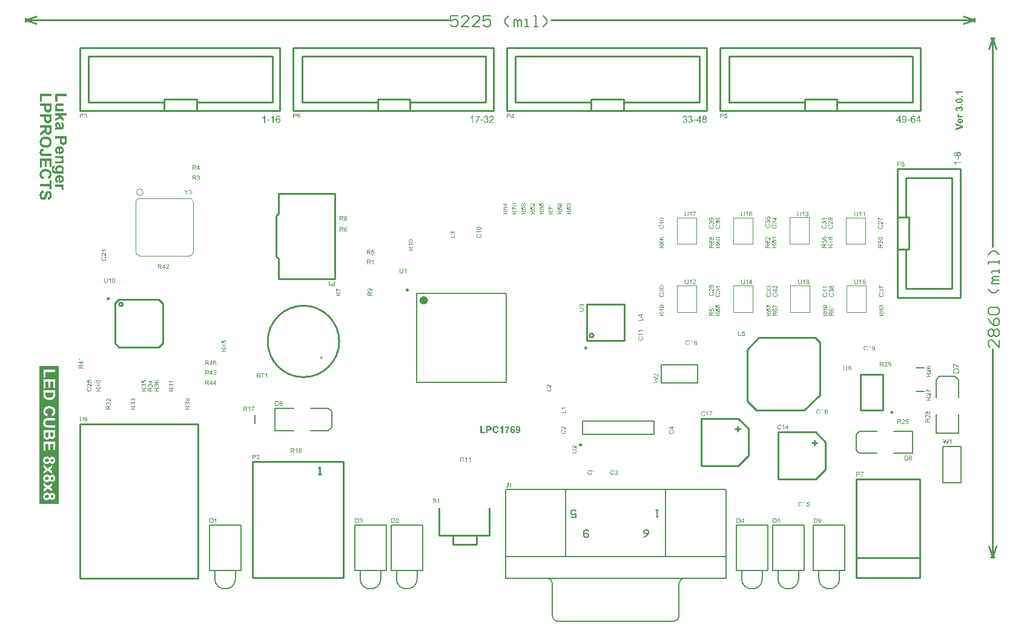
<source format=gto>
%FSAX43Y43*%
%MOMM*%
G71*
G01*
G75*
%ADD10R,0.800X0.900*%
%ADD11R,0.900X0.800*%
%ADD12R,0.300X1.200*%
%ADD13R,1.200X0.300*%
%ADD14O,0.300X1.800*%
%ADD15O,1.800X0.300*%
%ADD16R,0.508X1.500*%
%ADD17R,2.200X2.200*%
%ADD18R,2.300X2.300*%
%ADD19R,1.200X1.400*%
%ADD20R,3.048X3.683*%
%ADD21R,2.540X1.016*%
%ADD22O,0.600X2.200*%
%ADD23R,2.032X0.635*%
%ADD24R,0.350X0.800*%
%ADD25R,2.300X2.300*%
%ADD26R,2.200X0.450*%
%ADD27R,2.400X3.100*%
%ADD28R,1.300X1.000*%
%ADD29C,0.254*%
%ADD30C,0.381*%
%ADD31C,0.635*%
%ADD32C,0.508*%
%ADD33C,0.330*%
%ADD34C,0.762*%
%ADD35R,9.779X2.159*%
%ADD36R,3.048X6.858*%
%ADD37R,0.762X0.635*%
%ADD38R,1.778X2.794*%
%ADD39R,1.397X1.778*%
%ADD40R,1.016X2.286*%
%ADD41R,1.778X2.819*%
%ADD42R,32.258X2.032*%
%ADD43R,0.889X2.286*%
%ADD44R,2.540X8.636*%
%ADD45R,7.620X4.191*%
%ADD46R,3.048X10.414*%
%ADD47R,6.350X3.048*%
%ADD48R,2.286X7.112*%
%ADD49R,3.302X3.048*%
%ADD50R,7.366X1.016*%
%ADD51R,3.429X4.445*%
%ADD52R,4.191X2.032*%
%ADD53R,2.159X11.049*%
%ADD54R,3.556X3.556*%
%ADD55R,2.286X2.286*%
%ADD56R,2.413X2.286*%
%ADD57R,1.270X1.270*%
%ADD58R,2.159X2.159*%
%ADD59C,0.508*%
%ADD60C,0.762*%
%ADD61C,4.000*%
%ADD62R,1.500X1.500*%
%ADD63C,1.500*%
%ADD64C,1.524*%
%ADD65C,1.778*%
%ADD66C,1.270*%
%ADD67C,2.032*%
%ADD68R,1.524X1.524*%
%ADD69C,3.556*%
%ADD70C,1.600*%
%ADD71C,1.690*%
%ADD72R,1.690X1.690*%
%ADD73C,4.760*%
%ADD74C,3.810*%
%ADD75C,3.000*%
%ADD76R,1.500X1.500*%
%ADD77C,1.016*%
%ADD78R,1.600X0.400*%
%ADD79R,2.794X2.540*%
%ADD80R,1.000X1.800*%
%ADD81R,1.000X1.300*%
%ADD82R,9.525X2.159*%
%ADD83R,3.683X3.937*%
%ADD84R,2.286X2.540*%
%ADD85R,2.286X2.159*%
%ADD86C,0.250*%
%ADD87C,0.127*%
%ADD88C,0.200*%
%ADD89C,0.600*%
%ADD90C,0.100*%
%ADD91C,0.152*%
%ADD92C,0.150*%
G36*
X0138083Y0080772D02*
X0138003D01*
Y0081280D01*
X0138002Y0081279D01*
X0137997Y0081276D01*
X0137992Y0081270D01*
X0137982Y0081264D01*
X0137972Y0081255D01*
X0137959Y0081246D01*
X0137944Y0081235D01*
X0137927Y0081225D01*
X0137926D01*
X0137925Y0081224D01*
X0137919Y0081220D01*
X0137910Y0081216D01*
X0137899Y0081210D01*
X0137886Y0081203D01*
X0137871Y0081197D01*
X0137857Y0081190D01*
X0137843Y0081185D01*
Y0081262D01*
X0137844D01*
X0137846Y0081264D01*
X0137850Y0081264D01*
X0137855Y0081267D01*
X0137860Y0081270D01*
X0137867Y0081274D01*
X0137883Y0081283D01*
X0137902Y0081294D01*
X0137920Y0081307D01*
X0137940Y0081322D01*
X0137960Y0081338D01*
X0137961Y0081339D01*
X0137962Y0081340D01*
X0137964Y0081342D01*
X0137968Y0081345D01*
X0137977Y0081355D01*
X0137988Y0081366D01*
X0137999Y0081379D01*
X0138011Y0081394D01*
X0138022Y0081409D01*
X0138031Y0081425D01*
X0138083D01*
Y0080772D01*
D02*
G37*
G36*
X0144358Y0069359D02*
X0144365Y0069358D01*
X0144374Y0069357D01*
X0144383Y0069356D01*
X0144392Y0069354D01*
X0144415Y0069348D01*
X0144438Y0069339D01*
X0144449Y0069334D01*
X0144460Y0069327D01*
X0144470Y0069319D01*
X0144481Y0069310D01*
X0144482Y0069309D01*
X0144483Y0069308D01*
X0144486Y0069306D01*
X0144489Y0069302D01*
X0144493Y0069296D01*
X0144498Y0069291D01*
X0144507Y0069277D01*
X0144517Y0069259D01*
X0144525Y0069238D01*
X0144532Y0069214D01*
X0144533Y0069202D01*
X0144533Y0069189D01*
Y0069188D01*
Y0069187D01*
Y0069182D01*
X0144533Y0069173D01*
X0144531Y0069163D01*
X0144528Y0069150D01*
X0144523Y0069136D01*
X0144517Y0069123D01*
X0144509Y0069110D01*
X0144508Y0069108D01*
X0144504Y0069105D01*
X0144499Y0069099D01*
X0144491Y0069091D01*
X0144481Y0069083D01*
X0144469Y0069074D01*
X0144454Y0069066D01*
X0144438Y0069058D01*
X0144439D01*
X0144440Y0069058D01*
X0144443Y0069057D01*
X0144447Y0069055D01*
X0144458Y0069050D01*
X0144471Y0069043D01*
X0144486Y0069034D01*
X0144501Y0069024D01*
X0144515Y0069011D01*
X0144528Y0068996D01*
Y0068995D01*
X0144529Y0068994D01*
X0144533Y0068988D01*
X0144538Y0068979D01*
X0144544Y0068966D01*
X0144549Y0068951D01*
X0144555Y0068933D01*
X0144559Y0068914D01*
X0144560Y0068892D01*
Y0068891D01*
Y0068888D01*
Y0068884D01*
X0144559Y0068878D01*
X0144558Y0068871D01*
X0144557Y0068863D01*
X0144555Y0068854D01*
X0144552Y0068843D01*
X0144546Y0068822D01*
X0144541Y0068809D01*
X0144534Y0068798D01*
X0144528Y0068786D01*
X0144520Y0068775D01*
X0144511Y0068763D01*
X0144501Y0068752D01*
X0144500Y0068751D01*
X0144498Y0068749D01*
X0144495Y0068746D01*
X0144490Y0068744D01*
X0144484Y0068739D01*
X0144477Y0068734D01*
X0144469Y0068730D01*
X0144459Y0068724D01*
X0144449Y0068718D01*
X0144437Y0068714D01*
X0144423Y0068709D01*
X0144410Y0068704D01*
X0144395Y0068701D01*
X0144379Y0068699D01*
X0144363Y0068697D01*
X0144345Y0068696D01*
X0144336D01*
X0144330Y0068697D01*
X0144321Y0068698D01*
X0144312Y0068699D01*
X0144301Y0068700D01*
X0144290Y0068703D01*
X0144265Y0068710D01*
X0144251Y0068715D01*
X0144239Y0068719D01*
X0144226Y0068726D01*
X0144213Y0068733D01*
X0144201Y0068742D01*
X0144189Y0068752D01*
X0144189Y0068753D01*
X0144187Y0068755D01*
X0144184Y0068758D01*
X0144180Y0068762D01*
X0144176Y0068768D01*
X0144171Y0068775D01*
X0144166Y0068782D01*
X0144160Y0068792D01*
X0144155Y0068801D01*
X0144150Y0068812D01*
X0144141Y0068836D01*
X0144137Y0068850D01*
X0144134Y0068864D01*
X0144132Y0068879D01*
X0144131Y0068894D01*
Y0068895D01*
Y0068897D01*
Y0068901D01*
X0144132Y0068904D01*
Y0068910D01*
X0144133Y0068917D01*
X0144135Y0068932D01*
X0144139Y0068949D01*
X0144144Y0068965D01*
X0144153Y0068983D01*
X0144163Y0069000D01*
Y0069001D01*
X0144165Y0069002D01*
X0144169Y0069007D01*
X0144176Y0069014D01*
X0144187Y0069024D01*
X0144200Y0069033D01*
X0144216Y0069043D01*
X0144234Y0069052D01*
X0144255Y0069058D01*
X0144254D01*
X0144253Y0069059D01*
X0144251Y0069060D01*
X0144247Y0069062D01*
X0144238Y0069066D01*
X0144227Y0069072D01*
X0144215Y0069079D01*
X0144203Y0069089D01*
X0144191Y0069099D01*
X0144181Y0069110D01*
X0144180Y0069112D01*
X0144177Y0069116D01*
X0144173Y0069123D01*
X0144170Y0069133D01*
X0144165Y0069145D01*
X0144161Y0069159D01*
X0144158Y0069175D01*
X0144158Y0069192D01*
Y0069193D01*
Y0069195D01*
Y0069199D01*
X0144158Y0069204D01*
X0144159Y0069210D01*
X0144160Y0069217D01*
X0144164Y0069233D01*
X0144170Y0069252D01*
X0144179Y0069272D01*
X0144185Y0069282D01*
X0144191Y0069293D01*
X0144200Y0069302D01*
X0144208Y0069311D01*
X0144209Y0069312D01*
X0144211Y0069313D01*
X0144214Y0069316D01*
X0144218Y0069319D01*
X0144222Y0069323D01*
X0144229Y0069326D01*
X0144236Y0069331D01*
X0144244Y0069336D01*
X0144253Y0069340D01*
X0144264Y0069345D01*
X0144275Y0069349D01*
X0144287Y0069353D01*
X0144314Y0069358D01*
X0144329Y0069359D01*
X0144344Y0069360D01*
X0144352D01*
X0144358Y0069359D01*
D02*
G37*
G36*
X0046707Y0067249D02*
X0046863D01*
Y0067169D01*
X0046707D01*
Y0066887D01*
X0046634D01*
X0046213Y0067184D01*
Y0067249D01*
X0046634D01*
Y0067338D01*
X0046707D01*
Y0067249D01*
D02*
G37*
G36*
X0044272Y0064799D02*
X0044280Y0064799D01*
X0044288Y0064797D01*
X0044298Y0064795D01*
X0044308Y0064793D01*
X0044331Y0064785D01*
X0044343Y0064780D01*
X0044354Y0064774D01*
X0044366Y0064767D01*
X0044379Y0064758D01*
X0044391Y0064749D01*
X0044402Y0064737D01*
X0044403Y0064737D01*
X0044405Y0064735D01*
X0044408Y0064731D01*
X0044411Y0064726D01*
X0044416Y0064721D01*
X0044421Y0064713D01*
X0044426Y0064705D01*
X0044431Y0064694D01*
X0044437Y0064684D01*
X0044442Y0064672D01*
X0044447Y0064659D01*
X0044452Y0064645D01*
X0044456Y0064630D01*
X0044458Y0064614D01*
X0044460Y0064598D01*
X0044461Y0064581D01*
Y0064580D01*
Y0064577D01*
Y0064572D01*
X0044460Y0064566D01*
X0044459Y0064559D01*
X0044458Y0064550D01*
X0044457Y0064541D01*
X0044455Y0064531D01*
X0044449Y0064508D01*
X0044440Y0064485D01*
X0044434Y0064472D01*
X0044427Y0064461D01*
X0044419Y0064450D01*
X0044411Y0064439D01*
X0044410Y0064438D01*
X0044408Y0064436D01*
X0044405Y0064433D01*
X0044401Y0064430D01*
X0044396Y0064425D01*
X0044390Y0064421D01*
X0044383Y0064415D01*
X0044375Y0064409D01*
X0044365Y0064404D01*
X0044356Y0064398D01*
X0044333Y0064388D01*
X0044307Y0064379D01*
X0044293Y0064377D01*
X0044278Y0064375D01*
X0044268Y0064455D01*
X0044269D01*
X0044271Y0064456D01*
X0044274Y0064456D01*
X0044279Y0064457D01*
X0044285Y0064458D01*
X0044291Y0064460D01*
X0044305Y0064465D01*
X0044322Y0064471D01*
X0044338Y0064480D01*
X0044353Y0064489D01*
X0044366Y0064501D01*
X0044367Y0064503D01*
X0044371Y0064506D01*
X0044376Y0064514D01*
X0044380Y0064523D01*
X0044386Y0064534D01*
X0044391Y0064549D01*
X0044395Y0064565D01*
X0044395Y0064581D01*
Y0064582D01*
Y0064584D01*
Y0064587D01*
X0044395Y0064591D01*
X0044394Y0064601D01*
X0044391Y0064614D01*
X0044386Y0064629D01*
X0044380Y0064645D01*
X0044370Y0064661D01*
X0044357Y0064676D01*
X0044355Y0064678D01*
X0044349Y0064683D01*
X0044341Y0064689D01*
X0044330Y0064696D01*
X0044316Y0064704D01*
X0044300Y0064709D01*
X0044281Y0064714D01*
X0044260Y0064716D01*
X0044255D01*
X0044251Y0064715D01*
X0044240Y0064714D01*
X0044228Y0064711D01*
X0044213Y0064707D01*
X0044198Y0064701D01*
X0044183Y0064691D01*
X0044169Y0064679D01*
X0044167Y0064677D01*
X0044163Y0064673D01*
X0044158Y0064665D01*
X0044151Y0064655D01*
X0044145Y0064642D01*
X0044139Y0064626D01*
X0044135Y0064608D01*
X0044133Y0064588D01*
Y0064587D01*
Y0064584D01*
Y0064580D01*
X0044134Y0064573D01*
X0044135Y0064565D01*
X0044137Y0064555D01*
X0044139Y0064544D01*
X0044142Y0064532D01*
X0044071Y0064541D01*
Y0064542D01*
Y0064546D01*
X0044072Y0064549D01*
Y0064553D01*
Y0064554D01*
Y0064555D01*
Y0064558D01*
Y0064562D01*
X0044070Y0064572D01*
X0044068Y0064584D01*
X0044066Y0064598D01*
X0044061Y0064614D01*
X0044054Y0064629D01*
X0044046Y0064645D01*
Y0064646D01*
X0044045Y0064647D01*
X0044041Y0064652D01*
X0044035Y0064659D01*
X0044026Y0064666D01*
X0044014Y0064674D01*
X0044000Y0064680D01*
X0043984Y0064685D01*
X0043974Y0064687D01*
X0043957D01*
X0043949Y0064685D01*
X0043939Y0064683D01*
X0043927Y0064679D01*
X0043915Y0064674D01*
X0043903Y0064667D01*
X0043892Y0064657D01*
X0043891Y0064656D01*
X0043887Y0064651D01*
X0043882Y0064644D01*
X0043877Y0064636D01*
X0043872Y0064625D01*
X0043867Y0064612D01*
X0043864Y0064596D01*
X0043863Y0064580D01*
Y0064579D01*
Y0064578D01*
Y0064572D01*
X0043864Y0064564D01*
X0043866Y0064552D01*
X0043870Y0064540D01*
X0043875Y0064528D01*
X0043882Y0064515D01*
X0043892Y0064503D01*
X0043893Y0064502D01*
X0043897Y0064498D01*
X0043904Y0064492D01*
X0043913Y0064486D01*
X0043926Y0064479D01*
X0043941Y0064472D01*
X0043958Y0064467D01*
X0043979Y0064463D01*
X0043965Y0064383D01*
X0043964D01*
X0043961Y0064384D01*
X0043958Y0064385D01*
X0043952Y0064386D01*
X0043945Y0064388D01*
X0043938Y0064391D01*
X0043920Y0064396D01*
X0043899Y0064406D01*
X0043879Y0064417D01*
X0043859Y0064431D01*
X0043841Y0064449D01*
X0043840Y0064450D01*
X0043839Y0064452D01*
X0043837Y0064455D01*
X0043834Y0064458D01*
X0043831Y0064463D01*
X0043827Y0064470D01*
X0043823Y0064476D01*
X0043818Y0064485D01*
X0043811Y0064503D01*
X0043803Y0064525D01*
X0043799Y0064550D01*
X0043797Y0064564D01*
Y0064578D01*
Y0064579D01*
Y0064581D01*
Y0064583D01*
Y0064587D01*
X0043798Y0064597D01*
X0043800Y0064610D01*
X0043802Y0064625D01*
X0043807Y0064642D01*
X0043813Y0064659D01*
X0043820Y0064675D01*
Y0064676D01*
X0043821Y0064677D01*
X0043824Y0064683D01*
X0043830Y0064691D01*
X0043836Y0064701D01*
X0043846Y0064712D01*
X0043856Y0064723D01*
X0043868Y0064735D01*
X0043882Y0064744D01*
X0043884Y0064745D01*
X0043889Y0064748D01*
X0043897Y0064752D01*
X0043908Y0064756D01*
X0043920Y0064761D01*
X0043934Y0064765D01*
X0043950Y0064768D01*
X0043966Y0064768D01*
X0043974D01*
X0043981Y0064768D01*
X0043991Y0064766D01*
X0044004Y0064763D01*
X0044017Y0064758D01*
X0044030Y0064753D01*
X0044043Y0064745D01*
X0044045Y0064744D01*
X0044049Y0064741D01*
X0044055Y0064736D01*
X0044063Y0064728D01*
X0044071Y0064719D01*
X0044081Y0064707D01*
X0044089Y0064694D01*
X0044098Y0064678D01*
Y0064679D01*
X0044099Y0064681D01*
X0044099Y0064684D01*
X0044100Y0064688D01*
X0044104Y0064698D01*
X0044110Y0064711D01*
X0044117Y0064726D01*
X0044127Y0064741D01*
X0044139Y0064755D01*
X0044153Y0064768D01*
X0044155Y0064769D01*
X0044161Y0064773D01*
X0044170Y0064779D01*
X0044182Y0064784D01*
X0044197Y0064790D01*
X0044215Y0064796D01*
X0044236Y0064799D01*
X0044258Y0064800D01*
X0044267D01*
X0044272Y0064799D01*
D02*
G37*
G36*
Y0064294D02*
X0044280Y0064293D01*
X0044288Y0064291D01*
X0044298Y0064289D01*
X0044308Y0064287D01*
X0044331Y0064280D01*
X0044343Y0064274D01*
X0044354Y0064269D01*
X0044366Y0064261D01*
X0044379Y0064253D01*
X0044391Y0064243D01*
X0044402Y0064232D01*
X0044403Y0064231D01*
X0044405Y0064229D01*
X0044408Y0064225D01*
X0044411Y0064221D01*
X0044416Y0064215D01*
X0044421Y0064207D01*
X0044426Y0064199D01*
X0044431Y0064189D01*
X0044437Y0064178D01*
X0044442Y0064166D01*
X0044447Y0064154D01*
X0044452Y0064140D01*
X0044456Y0064125D01*
X0044458Y0064109D01*
X0044460Y0064093D01*
X0044461Y0064075D01*
Y0064074D01*
Y0064071D01*
Y0064066D01*
X0044460Y0064061D01*
X0044459Y0064053D01*
X0044458Y0064045D01*
X0044457Y0064035D01*
X0044455Y0064025D01*
X0044449Y0064003D01*
X0044440Y0063979D01*
X0044434Y0063967D01*
X0044427Y0063956D01*
X0044419Y0063944D01*
X0044411Y0063933D01*
X0044410Y0063932D01*
X0044408Y0063930D01*
X0044405Y0063927D01*
X0044401Y0063925D01*
X0044396Y0063920D01*
X0044390Y0063915D01*
X0044383Y0063910D01*
X0044375Y0063904D01*
X0044365Y0063898D01*
X0044356Y0063893D01*
X0044333Y0063882D01*
X0044307Y0063874D01*
X0044293Y0063871D01*
X0044278Y0063869D01*
X0044268Y0063949D01*
X0044269D01*
X0044271Y0063950D01*
X0044274Y0063951D01*
X0044279Y0063952D01*
X0044285Y0063953D01*
X0044291Y0063955D01*
X0044305Y0063959D01*
X0044322Y0063966D01*
X0044338Y0063974D01*
X0044353Y0063984D01*
X0044366Y0063995D01*
X0044367Y0063997D01*
X0044371Y0064001D01*
X0044376Y0064008D01*
X0044380Y0064018D01*
X0044386Y0064029D01*
X0044391Y0064043D01*
X0044395Y0064059D01*
X0044395Y0064076D01*
Y0064077D01*
Y0064079D01*
Y0064081D01*
X0044395Y0064085D01*
X0044394Y0064096D01*
X0044391Y0064109D01*
X0044386Y0064124D01*
X0044380Y0064140D01*
X0044370Y0064156D01*
X0044357Y0064171D01*
X0044355Y0064173D01*
X0044349Y0064177D01*
X0044341Y0064183D01*
X0044330Y0064190D01*
X0044316Y0064198D01*
X0044300Y0064204D01*
X0044281Y0064208D01*
X0044260Y0064210D01*
X0044255D01*
X0044251Y0064209D01*
X0044240Y0064208D01*
X0044228Y0064206D01*
X0044213Y0064202D01*
X0044198Y0064195D01*
X0044183Y0064186D01*
X0044169Y0064174D01*
X0044167Y0064172D01*
X0044163Y0064167D01*
X0044158Y0064159D01*
X0044151Y0064149D01*
X0044145Y0064136D01*
X0044139Y0064120D01*
X0044135Y0064102D01*
X0044133Y0064082D01*
Y0064081D01*
Y0064079D01*
Y0064074D01*
X0044134Y0064067D01*
X0044135Y0064059D01*
X0044137Y0064050D01*
X0044139Y0064038D01*
X0044142Y0064026D01*
X0044071Y0064035D01*
Y0064036D01*
Y0064040D01*
X0044072Y0064044D01*
Y0064048D01*
Y0064049D01*
Y0064050D01*
Y0064052D01*
Y0064056D01*
X0044070Y0064066D01*
X0044068Y0064079D01*
X0044066Y0064093D01*
X0044061Y0064109D01*
X0044054Y0064124D01*
X0044046Y0064140D01*
Y0064141D01*
X0044045Y0064142D01*
X0044041Y0064146D01*
X0044035Y0064153D01*
X0044026Y0064160D01*
X0044014Y0064168D01*
X0044000Y0064175D01*
X0043984Y0064179D01*
X0043974Y0064181D01*
X0043957D01*
X0043949Y0064179D01*
X0043939Y0064177D01*
X0043927Y0064174D01*
X0043915Y0064169D01*
X0043903Y0064161D01*
X0043892Y0064151D01*
X0043891Y0064150D01*
X0043887Y0064145D01*
X0043882Y0064139D01*
X0043877Y0064130D01*
X0043872Y0064119D01*
X0043867Y0064106D01*
X0043864Y0064091D01*
X0043863Y0064074D01*
Y0064073D01*
Y0064072D01*
Y0064066D01*
X0043864Y0064058D01*
X0043866Y0064047D01*
X0043870Y0064034D01*
X0043875Y0064022D01*
X0043882Y0064009D01*
X0043892Y0063997D01*
X0043893Y0063996D01*
X0043897Y0063992D01*
X0043904Y0063987D01*
X0043913Y0063980D01*
X0043926Y0063973D01*
X0043941Y0063967D01*
X0043958Y0063961D01*
X0043979Y0063957D01*
X0043965Y0063878D01*
X0043964D01*
X0043961Y0063878D01*
X0043958Y0063879D01*
X0043952Y0063880D01*
X0043945Y0063882D01*
X0043938Y0063885D01*
X0043920Y0063891D01*
X0043899Y0063900D01*
X0043879Y0063911D01*
X0043859Y0063925D01*
X0043841Y0063943D01*
X0043840Y0063944D01*
X0043839Y0063946D01*
X0043837Y0063949D01*
X0043834Y0063953D01*
X0043831Y0063957D01*
X0043827Y0063964D01*
X0043823Y0063971D01*
X0043818Y0063979D01*
X0043811Y0063998D01*
X0043803Y0064019D01*
X0043799Y0064045D01*
X0043797Y0064058D01*
Y0064072D01*
Y0064073D01*
Y0064075D01*
Y0064078D01*
Y0064081D01*
X0043798Y0064092D01*
X0043800Y0064104D01*
X0043802Y0064119D01*
X0043807Y0064136D01*
X0043813Y0064153D01*
X0043820Y0064170D01*
Y0064171D01*
X0043821Y0064172D01*
X0043824Y0064177D01*
X0043830Y0064186D01*
X0043836Y0064195D01*
X0043846Y0064206D01*
X0043856Y0064218D01*
X0043868Y0064229D01*
X0043882Y0064238D01*
X0043884Y0064239D01*
X0043889Y0064242D01*
X0043897Y0064246D01*
X0043908Y0064251D01*
X0043920Y0064255D01*
X0043934Y0064259D01*
X0043950Y0064262D01*
X0043966Y0064263D01*
X0043974D01*
X0043981Y0064262D01*
X0043991Y0064260D01*
X0044004Y0064257D01*
X0044017Y0064253D01*
X0044030Y0064247D01*
X0044043Y0064239D01*
X0044045Y0064238D01*
X0044049Y0064236D01*
X0044055Y0064230D01*
X0044063Y0064222D01*
X0044071Y0064213D01*
X0044081Y0064202D01*
X0044089Y0064189D01*
X0044098Y0064173D01*
Y0064174D01*
X0044099Y0064175D01*
X0044099Y0064178D01*
X0044100Y0064182D01*
X0044104Y0064192D01*
X0044110Y0064206D01*
X0044117Y0064221D01*
X0044127Y0064236D01*
X0044139Y0064250D01*
X0044153Y0064263D01*
X0044155Y0064264D01*
X0044161Y0064268D01*
X0044170Y0064273D01*
X0044182Y0064279D01*
X0044197Y0064284D01*
X0044215Y0064290D01*
X0044236Y0064294D01*
X0044258Y0064295D01*
X0044267D01*
X0044272Y0064294D01*
D02*
G37*
G36*
X0044450Y0063710D02*
X0044315Y0063625D01*
X0044314D01*
X0044312Y0063623D01*
X0044309Y0063621D01*
X0044305Y0063618D01*
X0044295Y0063612D01*
X0044282Y0063603D01*
X0044268Y0063593D01*
X0044253Y0063582D01*
X0044239Y0063572D01*
X0044225Y0063563D01*
X0044224Y0063562D01*
X0044221Y0063559D01*
X0044215Y0063554D01*
X0044208Y0063548D01*
X0044194Y0063534D01*
X0044188Y0063526D01*
X0044182Y0063519D01*
X0044181Y0063518D01*
X0044180Y0063516D01*
X0044178Y0063512D01*
X0044176Y0063506D01*
X0044173Y0063501D01*
X0044170Y0063494D01*
X0044165Y0063479D01*
Y0063478D01*
X0044164Y0063476D01*
Y0063472D01*
X0044163Y0063468D01*
X0044162Y0063461D01*
Y0063454D01*
X0044161Y0063443D01*
Y0063432D01*
Y0063332D01*
X0044450D01*
Y0063246D01*
X0043800D01*
Y0063534D01*
Y0063535D01*
Y0063537D01*
Y0063542D01*
Y0063548D01*
X0043801Y0063555D01*
Y0063564D01*
X0043802Y0063583D01*
X0043804Y0063604D01*
X0043807Y0063627D01*
X0043812Y0063647D01*
X0043815Y0063658D01*
X0043818Y0063666D01*
Y0063667D01*
X0043818Y0063668D01*
X0043821Y0063674D01*
X0043825Y0063682D01*
X0043832Y0063692D01*
X0043840Y0063704D01*
X0043851Y0063716D01*
X0043864Y0063727D01*
X0043880Y0063738D01*
X0043880D01*
X0043881Y0063739D01*
X0043887Y0063743D01*
X0043896Y0063747D01*
X0043909Y0063753D01*
X0043923Y0063757D01*
X0043940Y0063762D01*
X0043958Y0063765D01*
X0043977Y0063766D01*
X0043984D01*
X0043989Y0063765D01*
X0043995D01*
X0044002Y0063764D01*
X0044018Y0063760D01*
X0044036Y0063754D01*
X0044056Y0063747D01*
X0044076Y0063736D01*
X0044085Y0063728D01*
X0044095Y0063721D01*
X0044096Y0063720D01*
X0044097Y0063719D01*
X0044099Y0063716D01*
X0044102Y0063712D01*
X0044106Y0063707D01*
X0044110Y0063702D01*
X0044114Y0063694D01*
X0044120Y0063687D01*
X0044125Y0063677D01*
X0044130Y0063667D01*
X0044135Y0063656D01*
X0044140Y0063644D01*
X0044144Y0063629D01*
X0044148Y0063615D01*
X0044151Y0063599D01*
X0044154Y0063582D01*
X0044155Y0063584D01*
X0044157Y0063588D01*
X0044161Y0063594D01*
X0044164Y0063601D01*
X0044175Y0063618D01*
X0044181Y0063627D01*
X0044187Y0063634D01*
X0044189Y0063636D01*
X0044193Y0063641D01*
X0044201Y0063648D01*
X0044210Y0063658D01*
X0044224Y0063668D01*
X0044238Y0063680D01*
X0044255Y0063692D01*
X0044273Y0063706D01*
X0044450Y0063817D01*
Y0063710D01*
D02*
G37*
G36*
X0045769Y0067344D02*
X0045777Y0067343D01*
X0045785Y0067342D01*
X0045795Y0067340D01*
X0045806Y0067339D01*
X0045830Y0067333D01*
X0045856Y0067324D01*
X0045869Y0067318D01*
X0045881Y0067310D01*
X0045894Y0067303D01*
X0045906Y0067293D01*
X0045907Y0067293D01*
X0045910Y0067291D01*
X0045914Y0067287D01*
X0045919Y0067282D01*
X0045924Y0067276D01*
X0045932Y0067268D01*
X0045938Y0067259D01*
X0045946Y0067248D01*
X0045953Y0067237D01*
X0045960Y0067224D01*
X0045966Y0067210D01*
X0045973Y0067195D01*
X0045978Y0067179D01*
X0045982Y0067161D01*
X0045984Y0067142D01*
X0045985Y0067122D01*
Y0067121D01*
Y0067119D01*
Y0067114D01*
X0045984Y0067107D01*
X0045983Y0067100D01*
X0045982Y0067091D01*
X0045982Y0067081D01*
X0045979Y0067071D01*
X0045973Y0067047D01*
X0045965Y0067024D01*
X0045959Y0067011D01*
X0045952Y0066999D01*
X0045945Y0066988D01*
X0045936Y0066977D01*
X0045935Y0066976D01*
X0045935Y0066974D01*
X0045931Y0066972D01*
X0045927Y0066968D01*
X0045922Y0066964D01*
X0045917Y0066959D01*
X0045909Y0066953D01*
X0045901Y0066949D01*
X0045892Y0066943D01*
X0045882Y0066937D01*
X0045859Y0066927D01*
X0045833Y0066918D01*
X0045819Y0066916D01*
X0045804Y0066914D01*
X0045797Y0066997D01*
X0045800D01*
X0045803Y0066998D01*
X0045808Y0066999D01*
X0045818Y0067002D01*
X0045832Y0067006D01*
X0045846Y0067011D01*
X0045862Y0067019D01*
X0045876Y0067028D01*
X0045889Y0067040D01*
X0045890Y0067042D01*
X0045894Y0067045D01*
X0045899Y0067053D01*
X0045904Y0067063D01*
X0045910Y0067074D01*
X0045915Y0067089D01*
X0045919Y0067105D01*
X0045919Y0067122D01*
Y0067123D01*
Y0067125D01*
Y0067128D01*
X0045919Y0067132D01*
X0045918Y0067143D01*
X0045914Y0067156D01*
X0045909Y0067172D01*
X0045902Y0067188D01*
X0045890Y0067205D01*
X0045884Y0067213D01*
X0045876Y0067220D01*
X0045875Y0067221D01*
X0045874Y0067222D01*
X0045872Y0067224D01*
X0045869Y0067227D01*
X0045858Y0067233D01*
X0045845Y0067241D01*
X0045829Y0067247D01*
X0045810Y0067254D01*
X0045786Y0067259D01*
X0045774Y0067261D01*
X0045754D01*
X0045749Y0067260D01*
X0045744D01*
X0045737Y0067259D01*
X0045722Y0067256D01*
X0045704Y0067251D01*
X0045686Y0067245D01*
X0045669Y0067235D01*
X0045654Y0067222D01*
X0045653D01*
X0045652Y0067220D01*
X0045647Y0067215D01*
X0045640Y0067207D01*
X0045633Y0067196D01*
X0045626Y0067181D01*
X0045620Y0067164D01*
X0045615Y0067144D01*
X0045613Y0067133D01*
Y0067121D01*
Y0067120D01*
Y0067115D01*
X0045614Y0067107D01*
X0045615Y0067098D01*
X0045618Y0067087D01*
X0045621Y0067075D01*
X0045625Y0067063D01*
X0045631Y0067051D01*
X0045632Y0067050D01*
X0045634Y0067046D01*
X0045638Y0067041D01*
X0045643Y0067033D01*
X0045650Y0067026D01*
X0045658Y0067018D01*
X0045667Y0067010D01*
X0045677Y0067003D01*
X0045667Y0066928D01*
X0045332Y0066991D01*
Y0067314D01*
X0045408D01*
Y0067054D01*
X0045584Y0067019D01*
X0045583Y0067020D01*
X0045582Y0067022D01*
X0045580Y0067025D01*
X0045577Y0067029D01*
X0045575Y0067035D01*
X0045571Y0067042D01*
X0045563Y0067057D01*
X0045556Y0067075D01*
X0045549Y0067096D01*
X0045545Y0067119D01*
X0045543Y0067130D01*
Y0067142D01*
Y0067143D01*
Y0067146D01*
Y0067151D01*
X0045544Y0067156D01*
X0045545Y0067164D01*
X0045545Y0067172D01*
X0045547Y0067182D01*
X0045550Y0067192D01*
X0045557Y0067215D01*
X0045561Y0067227D01*
X0045568Y0067239D01*
X0045575Y0067251D01*
X0045582Y0067263D01*
X0045591Y0067275D01*
X0045602Y0067286D01*
X0045603Y0067287D01*
X0045605Y0067289D01*
X0045607Y0067292D01*
X0045612Y0067295D01*
X0045619Y0067300D01*
X0045625Y0067305D01*
X0045634Y0067310D01*
X0045643Y0067316D01*
X0045654Y0067321D01*
X0045665Y0067326D01*
X0045678Y0067331D01*
X0045691Y0067336D01*
X0045705Y0067339D01*
X0045721Y0067342D01*
X0045737Y0067344D01*
X0045754Y0067345D01*
X0045763D01*
X0045769Y0067344D01*
D02*
G37*
G36*
X0045796Y0066834D02*
X0045804Y0066833D01*
X0045812Y0066831D01*
X0045822Y0066829D01*
X0045832Y0066827D01*
X0045855Y0066820D01*
X0045867Y0066814D01*
X0045878Y0066809D01*
X0045890Y0066801D01*
X0045903Y0066793D01*
X0045915Y0066783D01*
X0045926Y0066772D01*
X0045927Y0066771D01*
X0045929Y0066769D01*
X0045932Y0066765D01*
X0045935Y0066761D01*
X0045940Y0066755D01*
X0045945Y0066747D01*
X0045951Y0066739D01*
X0045955Y0066729D01*
X0045961Y0066718D01*
X0045966Y0066706D01*
X0045971Y0066694D01*
X0045976Y0066680D01*
X0045980Y0066665D01*
X0045982Y0066649D01*
X0045984Y0066633D01*
X0045985Y0066615D01*
Y0066614D01*
Y0066611D01*
Y0066606D01*
X0045984Y0066601D01*
X0045983Y0066593D01*
X0045982Y0066585D01*
X0045981Y0066575D01*
X0045979Y0066565D01*
X0045973Y0066543D01*
X0045964Y0066519D01*
X0045958Y0066507D01*
X0045951Y0066496D01*
X0045943Y0066484D01*
X0045935Y0066473D01*
X0045934Y0066472D01*
X0045932Y0066470D01*
X0045929Y0066467D01*
X0045925Y0066465D01*
X0045920Y0066460D01*
X0045914Y0066455D01*
X0045907Y0066450D01*
X0045899Y0066444D01*
X0045889Y0066438D01*
X0045880Y0066433D01*
X0045857Y0066422D01*
X0045831Y0066414D01*
X0045817Y0066411D01*
X0045802Y0066409D01*
X0045792Y0066489D01*
X0045793D01*
X0045794Y0066490D01*
X0045798Y0066491D01*
X0045803Y0066492D01*
X0045809Y0066493D01*
X0045815Y0066495D01*
X0045829Y0066499D01*
X0045846Y0066506D01*
X0045862Y0066514D01*
X0045877Y0066524D01*
X0045890Y0066535D01*
X0045891Y0066537D01*
X0045895Y0066541D01*
X0045900Y0066548D01*
X0045904Y0066558D01*
X0045910Y0066569D01*
X0045915Y0066583D01*
X0045919Y0066599D01*
X0045919Y0066616D01*
Y0066617D01*
Y0066619D01*
Y0066621D01*
X0045919Y0066625D01*
X0045918Y0066636D01*
X0045915Y0066649D01*
X0045910Y0066664D01*
X0045904Y0066680D01*
X0045894Y0066696D01*
X0045881Y0066711D01*
X0045879Y0066713D01*
X0045873Y0066717D01*
X0045865Y0066723D01*
X0045854Y0066730D01*
X0045840Y0066738D01*
X0045824Y0066744D01*
X0045805Y0066748D01*
X0045784Y0066750D01*
X0045779D01*
X0045775Y0066749D01*
X0045764Y0066748D01*
X0045752Y0066746D01*
X0045737Y0066742D01*
X0045722Y0066735D01*
X0045707Y0066726D01*
X0045693Y0066714D01*
X0045691Y0066712D01*
X0045687Y0066707D01*
X0045682Y0066699D01*
X0045675Y0066689D01*
X0045669Y0066676D01*
X0045663Y0066660D01*
X0045659Y0066642D01*
X0045657Y0066622D01*
Y0066621D01*
Y0066619D01*
Y0066614D01*
X0045658Y0066607D01*
X0045659Y0066599D01*
X0045661Y0066590D01*
X0045663Y0066578D01*
X0045666Y0066566D01*
X0045595Y0066575D01*
Y0066576D01*
Y0066580D01*
X0045596Y0066584D01*
Y0066588D01*
Y0066589D01*
Y0066590D01*
Y0066592D01*
Y0066596D01*
X0045594Y0066606D01*
X0045592Y0066619D01*
X0045590Y0066633D01*
X0045585Y0066649D01*
X0045578Y0066664D01*
X0045570Y0066680D01*
Y0066681D01*
X0045569Y0066682D01*
X0045565Y0066686D01*
X0045559Y0066693D01*
X0045550Y0066700D01*
X0045538Y0066708D01*
X0045524Y0066715D01*
X0045508Y0066719D01*
X0045498Y0066721D01*
X0045481D01*
X0045473Y0066719D01*
X0045463Y0066717D01*
X0045451Y0066714D01*
X0045439Y0066709D01*
X0045427Y0066701D01*
X0045416Y0066691D01*
X0045415Y0066690D01*
X0045411Y0066685D01*
X0045406Y0066679D01*
X0045401Y0066670D01*
X0045396Y0066659D01*
X0045391Y0066646D01*
X0045388Y0066631D01*
X0045387Y0066614D01*
Y0066613D01*
Y0066612D01*
Y0066606D01*
X0045389Y0066598D01*
X0045390Y0066587D01*
X0045394Y0066574D01*
X0045399Y0066562D01*
X0045406Y0066549D01*
X0045416Y0066537D01*
X0045417Y0066536D01*
X0045421Y0066532D01*
X0045428Y0066527D01*
X0045437Y0066520D01*
X0045450Y0066513D01*
X0045465Y0066507D01*
X0045482Y0066501D01*
X0045503Y0066497D01*
X0045489Y0066418D01*
X0045488D01*
X0045485Y0066418D01*
X0045482Y0066419D01*
X0045476Y0066420D01*
X0045469Y0066422D01*
X0045462Y0066425D01*
X0045444Y0066431D01*
X0045423Y0066440D01*
X0045403Y0066451D01*
X0045383Y0066465D01*
X0045365Y0066483D01*
X0045364Y0066484D01*
X0045363Y0066486D01*
X0045361Y0066489D01*
X0045358Y0066493D01*
X0045355Y0066497D01*
X0045351Y0066504D01*
X0045347Y0066511D01*
X0045342Y0066519D01*
X0045335Y0066538D01*
X0045327Y0066559D01*
X0045323Y0066585D01*
X0045321Y0066598D01*
Y0066612D01*
Y0066613D01*
Y0066615D01*
Y0066618D01*
Y0066621D01*
X0045322Y0066632D01*
X0045324Y0066644D01*
X0045326Y0066659D01*
X0045331Y0066676D01*
X0045337Y0066693D01*
X0045344Y0066710D01*
Y0066711D01*
X0045345Y0066712D01*
X0045348Y0066717D01*
X0045354Y0066726D01*
X0045360Y0066735D01*
X0045370Y0066746D01*
X0045380Y0066758D01*
X0045392Y0066769D01*
X0045406Y0066778D01*
X0045408Y0066779D01*
X0045413Y0066782D01*
X0045421Y0066786D01*
X0045432Y0066791D01*
X0045444Y0066795D01*
X0045458Y0066799D01*
X0045474Y0066802D01*
X0045490Y0066803D01*
X0045498D01*
X0045505Y0066802D01*
X0045515Y0066800D01*
X0045528Y0066797D01*
X0045541Y0066793D01*
X0045554Y0066787D01*
X0045567Y0066779D01*
X0045569Y0066778D01*
X0045573Y0066776D01*
X0045579Y0066770D01*
X0045587Y0066762D01*
X0045595Y0066753D01*
X0045605Y0066742D01*
X0045613Y0066729D01*
X0045622Y0066713D01*
Y0066714D01*
X0045623Y0066715D01*
X0045623Y0066718D01*
X0045624Y0066722D01*
X0045628Y0066732D01*
X0045634Y0066746D01*
X0045641Y0066761D01*
X0045651Y0066776D01*
X0045663Y0066790D01*
X0045677Y0066803D01*
X0045679Y0066804D01*
X0045685Y0066808D01*
X0045694Y0066813D01*
X0045706Y0066819D01*
X0045721Y0066824D01*
X0045739Y0066830D01*
X0045760Y0066834D01*
X0045782Y0066835D01*
X0045791D01*
X0045796Y0066834D01*
D02*
G37*
G36*
X0045974Y0066250D02*
X0045839Y0066165D01*
X0045838D01*
X0045836Y0066163D01*
X0045833Y0066161D01*
X0045829Y0066158D01*
X0045819Y0066152D01*
X0045806Y0066143D01*
X0045792Y0066133D01*
X0045777Y0066122D01*
X0045763Y0066112D01*
X0045749Y0066103D01*
X0045748Y0066102D01*
X0045745Y0066099D01*
X0045739Y0066094D01*
X0045732Y0066088D01*
X0045718Y0066074D01*
X0045712Y0066066D01*
X0045706Y0066059D01*
X0045705Y0066058D01*
X0045704Y0066056D01*
X0045702Y0066052D01*
X0045700Y0066046D01*
X0045697Y0066041D01*
X0045694Y0066034D01*
X0045689Y0066019D01*
Y0066018D01*
X0045688Y0066016D01*
Y0066012D01*
X0045687Y0066008D01*
X0045686Y0066001D01*
Y0065994D01*
X0045685Y0065983D01*
Y0065972D01*
Y0065872D01*
X0045974D01*
Y0065786D01*
X0045324D01*
Y0066074D01*
Y0066075D01*
Y0066077D01*
Y0066082D01*
Y0066088D01*
X0045325Y0066095D01*
Y0066104D01*
X0045326Y0066123D01*
X0045328Y0066144D01*
X0045331Y0066167D01*
X0045336Y0066187D01*
X0045339Y0066198D01*
X0045342Y0066206D01*
Y0066207D01*
X0045342Y0066208D01*
X0045345Y0066214D01*
X0045349Y0066222D01*
X0045356Y0066232D01*
X0045364Y0066244D01*
X0045375Y0066256D01*
X0045389Y0066267D01*
X0045404Y0066278D01*
X0045404D01*
X0045405Y0066279D01*
X0045411Y0066283D01*
X0045420Y0066287D01*
X0045433Y0066293D01*
X0045447Y0066297D01*
X0045464Y0066302D01*
X0045482Y0066305D01*
X0045501Y0066306D01*
X0045508D01*
X0045513Y0066305D01*
X0045519D01*
X0045526Y0066304D01*
X0045542Y0066300D01*
X0045560Y0066294D01*
X0045580Y0066287D01*
X0045600Y0066276D01*
X0045609Y0066268D01*
X0045619Y0066261D01*
X0045620Y0066260D01*
X0045621Y0066259D01*
X0045623Y0066256D01*
X0045626Y0066252D01*
X0045630Y0066247D01*
X0045634Y0066242D01*
X0045638Y0066234D01*
X0045644Y0066227D01*
X0045649Y0066217D01*
X0045654Y0066207D01*
X0045659Y0066196D01*
X0045664Y0066184D01*
X0045668Y0066169D01*
X0045672Y0066155D01*
X0045675Y0066139D01*
X0045678Y0066122D01*
X0045679Y0066124D01*
X0045681Y0066128D01*
X0045685Y0066134D01*
X0045688Y0066141D01*
X0045699Y0066158D01*
X0045705Y0066167D01*
X0045711Y0066174D01*
X0045713Y0066176D01*
X0045717Y0066181D01*
X0045725Y0066188D01*
X0045734Y0066198D01*
X0045748Y0066208D01*
X0045762Y0066220D01*
X0045779Y0066232D01*
X0045797Y0066246D01*
X0045974Y0066357D01*
Y0066250D01*
D02*
G37*
G36*
X0046685Y0066834D02*
X0046693Y0066833D01*
X0046701Y0066831D01*
X0046711Y0066829D01*
X0046721Y0066827D01*
X0046744Y0066820D01*
X0046756Y0066814D01*
X0046767Y0066809D01*
X0046779Y0066801D01*
X0046792Y0066793D01*
X0046804Y0066783D01*
X0046815Y0066772D01*
X0046816Y0066771D01*
X0046818Y0066769D01*
X0046821Y0066765D01*
X0046824Y0066761D01*
X0046829Y0066755D01*
X0046834Y0066747D01*
X0046840Y0066739D01*
X0046844Y0066729D01*
X0046850Y0066718D01*
X0046855Y0066706D01*
X0046860Y0066694D01*
X0046865Y0066680D01*
X0046869Y0066665D01*
X0046871Y0066649D01*
X0046873Y0066633D01*
X0046874Y0066615D01*
Y0066614D01*
Y0066611D01*
Y0066606D01*
X0046873Y0066601D01*
X0046872Y0066593D01*
X0046871Y0066585D01*
X0046870Y0066575D01*
X0046868Y0066565D01*
X0046862Y0066543D01*
X0046853Y0066519D01*
X0046847Y0066507D01*
X0046840Y0066496D01*
X0046832Y0066484D01*
X0046824Y0066473D01*
X0046823Y0066472D01*
X0046821Y0066470D01*
X0046818Y0066467D01*
X0046814Y0066465D01*
X0046809Y0066460D01*
X0046803Y0066455D01*
X0046796Y0066450D01*
X0046788Y0066444D01*
X0046778Y0066438D01*
X0046769Y0066433D01*
X0046746Y0066422D01*
X0046720Y0066414D01*
X0046706Y0066411D01*
X0046691Y0066409D01*
X0046681Y0066489D01*
X0046682D01*
X0046683Y0066490D01*
X0046687Y0066491D01*
X0046692Y0066492D01*
X0046698Y0066493D01*
X0046704Y0066495D01*
X0046718Y0066499D01*
X0046735Y0066506D01*
X0046751Y0066514D01*
X0046766Y0066524D01*
X0046779Y0066535D01*
X0046780Y0066537D01*
X0046784Y0066541D01*
X0046789Y0066548D01*
X0046793Y0066558D01*
X0046799Y0066569D01*
X0046804Y0066583D01*
X0046808Y0066599D01*
X0046808Y0066616D01*
Y0066617D01*
Y0066619D01*
Y0066621D01*
X0046808Y0066625D01*
X0046807Y0066636D01*
X0046804Y0066649D01*
X0046799Y0066664D01*
X0046793Y0066680D01*
X0046783Y0066696D01*
X0046770Y0066711D01*
X0046768Y0066713D01*
X0046762Y0066717D01*
X0046754Y0066723D01*
X0046743Y0066730D01*
X0046729Y0066738D01*
X0046713Y0066744D01*
X0046694Y0066748D01*
X0046673Y0066750D01*
X0046668D01*
X0046664Y0066749D01*
X0046653Y0066748D01*
X0046641Y0066746D01*
X0046626Y0066742D01*
X0046611Y0066735D01*
X0046596Y0066726D01*
X0046582Y0066714D01*
X0046580Y0066712D01*
X0046576Y0066707D01*
X0046571Y0066699D01*
X0046564Y0066689D01*
X0046558Y0066676D01*
X0046552Y0066660D01*
X0046548Y0066642D01*
X0046546Y0066622D01*
Y0066621D01*
Y0066619D01*
Y0066614D01*
X0046547Y0066607D01*
X0046548Y0066599D01*
X0046550Y0066590D01*
X0046552Y0066578D01*
X0046555Y0066566D01*
X0046484Y0066575D01*
Y0066576D01*
Y0066580D01*
X0046485Y0066584D01*
Y0066588D01*
Y0066589D01*
Y0066590D01*
Y0066592D01*
Y0066596D01*
X0046483Y0066606D01*
X0046481Y0066619D01*
X0046479Y0066633D01*
X0046474Y0066649D01*
X0046467Y0066664D01*
X0046459Y0066680D01*
Y0066681D01*
X0046458Y0066682D01*
X0046454Y0066686D01*
X0046448Y0066693D01*
X0046439Y0066700D01*
X0046427Y0066708D01*
X0046413Y0066715D01*
X0046397Y0066719D01*
X0046387Y0066721D01*
X0046370D01*
X0046362Y0066719D01*
X0046352Y0066717D01*
X0046340Y0066714D01*
X0046328Y0066709D01*
X0046316Y0066701D01*
X0046305Y0066691D01*
X0046304Y0066690D01*
X0046300Y0066685D01*
X0046295Y0066679D01*
X0046290Y0066670D01*
X0046285Y0066659D01*
X0046280Y0066646D01*
X0046277Y0066631D01*
X0046276Y0066614D01*
Y0066613D01*
Y0066612D01*
Y0066606D01*
X0046278Y0066598D01*
X0046279Y0066587D01*
X0046283Y0066574D01*
X0046288Y0066562D01*
X0046295Y0066549D01*
X0046305Y0066537D01*
X0046306Y0066536D01*
X0046310Y0066532D01*
X0046317Y0066527D01*
X0046326Y0066520D01*
X0046339Y0066513D01*
X0046354Y0066507D01*
X0046371Y0066501D01*
X0046392Y0066497D01*
X0046378Y0066418D01*
X0046377D01*
X0046374Y0066418D01*
X0046371Y0066419D01*
X0046365Y0066420D01*
X0046358Y0066422D01*
X0046351Y0066425D01*
X0046333Y0066431D01*
X0046312Y0066440D01*
X0046292Y0066451D01*
X0046272Y0066465D01*
X0046254Y0066483D01*
X0046253Y0066484D01*
X0046252Y0066486D01*
X0046250Y0066489D01*
X0046247Y0066493D01*
X0046244Y0066497D01*
X0046240Y0066504D01*
X0046236Y0066511D01*
X0046231Y0066519D01*
X0046224Y0066538D01*
X0046216Y0066559D01*
X0046212Y0066585D01*
X0046210Y0066598D01*
Y0066612D01*
Y0066613D01*
Y0066615D01*
Y0066618D01*
Y0066621D01*
X0046211Y0066632D01*
X0046213Y0066644D01*
X0046215Y0066659D01*
X0046220Y0066676D01*
X0046226Y0066693D01*
X0046233Y0066710D01*
Y0066711D01*
X0046234Y0066712D01*
X0046237Y0066717D01*
X0046243Y0066726D01*
X0046249Y0066735D01*
X0046259Y0066746D01*
X0046269Y0066758D01*
X0046281Y0066769D01*
X0046295Y0066778D01*
X0046297Y0066779D01*
X0046302Y0066782D01*
X0046310Y0066786D01*
X0046321Y0066791D01*
X0046333Y0066795D01*
X0046347Y0066799D01*
X0046363Y0066802D01*
X0046379Y0066803D01*
X0046387D01*
X0046394Y0066802D01*
X0046404Y0066800D01*
X0046417Y0066797D01*
X0046430Y0066793D01*
X0046443Y0066787D01*
X0046456Y0066779D01*
X0046458Y0066778D01*
X0046462Y0066776D01*
X0046468Y0066770D01*
X0046476Y0066762D01*
X0046484Y0066753D01*
X0046494Y0066742D01*
X0046502Y0066729D01*
X0046511Y0066713D01*
Y0066714D01*
X0046512Y0066715D01*
X0046512Y0066718D01*
X0046513Y0066722D01*
X0046517Y0066732D01*
X0046523Y0066746D01*
X0046530Y0066761D01*
X0046540Y0066776D01*
X0046552Y0066790D01*
X0046566Y0066803D01*
X0046568Y0066804D01*
X0046574Y0066808D01*
X0046583Y0066813D01*
X0046595Y0066819D01*
X0046610Y0066824D01*
X0046628Y0066830D01*
X0046649Y0066834D01*
X0046671Y0066835D01*
X0046680D01*
X0046685Y0066834D01*
D02*
G37*
G36*
X0046863Y0066250D02*
X0046728Y0066165D01*
X0046727D01*
X0046725Y0066163D01*
X0046722Y0066161D01*
X0046718Y0066158D01*
X0046708Y0066152D01*
X0046695Y0066143D01*
X0046681Y0066133D01*
X0046666Y0066122D01*
X0046652Y0066112D01*
X0046638Y0066103D01*
X0046637Y0066102D01*
X0046634Y0066099D01*
X0046628Y0066094D01*
X0046621Y0066088D01*
X0046607Y0066074D01*
X0046601Y0066066D01*
X0046595Y0066059D01*
X0046594Y0066058D01*
X0046593Y0066056D01*
X0046591Y0066052D01*
X0046589Y0066046D01*
X0046586Y0066041D01*
X0046583Y0066034D01*
X0046578Y0066019D01*
Y0066018D01*
X0046577Y0066016D01*
Y0066012D01*
X0046576Y0066008D01*
X0046575Y0066001D01*
Y0065994D01*
X0046574Y0065983D01*
Y0065972D01*
Y0065872D01*
X0046863D01*
Y0065786D01*
X0046213D01*
Y0066074D01*
Y0066075D01*
Y0066077D01*
Y0066082D01*
Y0066088D01*
X0046214Y0066095D01*
Y0066104D01*
X0046215Y0066123D01*
X0046217Y0066144D01*
X0046220Y0066167D01*
X0046225Y0066187D01*
X0046228Y0066198D01*
X0046231Y0066206D01*
Y0066207D01*
X0046231Y0066208D01*
X0046234Y0066214D01*
X0046238Y0066222D01*
X0046245Y0066232D01*
X0046253Y0066244D01*
X0046264Y0066256D01*
X0046278Y0066267D01*
X0046293Y0066278D01*
X0046293D01*
X0046294Y0066279D01*
X0046300Y0066283D01*
X0046309Y0066287D01*
X0046322Y0066293D01*
X0046336Y0066297D01*
X0046353Y0066302D01*
X0046371Y0066305D01*
X0046390Y0066306D01*
X0046397D01*
X0046402Y0066305D01*
X0046408D01*
X0046415Y0066304D01*
X0046431Y0066300D01*
X0046449Y0066294D01*
X0046469Y0066287D01*
X0046489Y0066276D01*
X0046498Y0066268D01*
X0046508Y0066261D01*
X0046509Y0066260D01*
X0046510Y0066259D01*
X0046512Y0066256D01*
X0046515Y0066252D01*
X0046519Y0066247D01*
X0046523Y0066242D01*
X0046527Y0066234D01*
X0046533Y0066227D01*
X0046538Y0066217D01*
X0046543Y0066207D01*
X0046548Y0066196D01*
X0046553Y0066184D01*
X0046557Y0066169D01*
X0046561Y0066155D01*
X0046564Y0066139D01*
X0046567Y0066122D01*
X0046568Y0066124D01*
X0046570Y0066128D01*
X0046574Y0066134D01*
X0046577Y0066141D01*
X0046588Y0066158D01*
X0046594Y0066167D01*
X0046600Y0066174D01*
X0046602Y0066176D01*
X0046606Y0066181D01*
X0046614Y0066188D01*
X0046623Y0066198D01*
X0046637Y0066208D01*
X0046651Y0066220D01*
X0046668Y0066232D01*
X0046686Y0066246D01*
X0046863Y0066357D01*
Y0066250D01*
D02*
G37*
G36*
X0138513Y0081424D02*
X0138521Y0081423D01*
X0138529Y0081422D01*
X0138539Y0081421D01*
X0138548Y0081419D01*
X0138571Y0081413D01*
X0138593Y0081404D01*
X0138604Y0081399D01*
X0138616Y0081392D01*
X0138626Y0081384D01*
X0138636Y0081375D01*
X0138637Y0081374D01*
X0138638Y0081373D01*
X0138641Y0081371D01*
X0138645Y0081367D01*
X0138649Y0081361D01*
X0138653Y0081356D01*
X0138663Y0081342D01*
X0138672Y0081324D01*
X0138681Y0081303D01*
X0138687Y0081279D01*
X0138688Y0081267D01*
X0138689Y0081254D01*
Y0081253D01*
Y0081252D01*
Y0081247D01*
X0138688Y0081238D01*
X0138686Y0081228D01*
X0138683Y0081215D01*
X0138679Y0081201D01*
X0138673Y0081188D01*
X0138665Y0081175D01*
X0138664Y0081173D01*
X0138660Y0081170D01*
X0138654Y0081164D01*
X0138647Y0081156D01*
X0138636Y0081148D01*
X0138624Y0081139D01*
X0138610Y0081131D01*
X0138593Y0081123D01*
X0138594D01*
X0138596Y0081123D01*
X0138599Y0081122D01*
X0138603Y0081120D01*
X0138614Y0081115D01*
X0138627Y0081108D01*
X0138641Y0081099D01*
X0138656Y0081089D01*
X0138670Y0081076D01*
X0138683Y0081061D01*
Y0081060D01*
X0138684Y0081059D01*
X0138688Y0081053D01*
X0138694Y0081044D01*
X0138699Y0081031D01*
X0138705Y0081016D01*
X0138711Y0080998D01*
X0138714Y0080979D01*
X0138715Y0080957D01*
Y0080956D01*
Y0080953D01*
Y0080949D01*
X0138714Y0080943D01*
X0138713Y0080936D01*
X0138713Y0080928D01*
X0138711Y0080919D01*
X0138708Y0080908D01*
X0138701Y0080887D01*
X0138697Y0080874D01*
X0138690Y0080863D01*
X0138683Y0080851D01*
X0138676Y0080840D01*
X0138667Y0080828D01*
X0138656Y0080817D01*
X0138655Y0080816D01*
X0138653Y0080814D01*
X0138651Y0080811D01*
X0138646Y0080809D01*
X0138639Y0080804D01*
X0138633Y0080799D01*
X0138624Y0080795D01*
X0138615Y0080789D01*
X0138604Y0080783D01*
X0138592Y0080779D01*
X0138579Y0080774D01*
X0138566Y0080769D01*
X0138551Y0080766D01*
X0138535Y0080764D01*
X0138519Y0080762D01*
X0138501Y0080761D01*
X0138492D01*
X0138485Y0080762D01*
X0138477Y0080763D01*
X0138467Y0080764D01*
X0138457Y0080765D01*
X0138446Y0080768D01*
X0138420Y0080775D01*
X0138407Y0080780D01*
X0138395Y0080784D01*
X0138382Y0080791D01*
X0138369Y0080798D01*
X0138356Y0080807D01*
X0138345Y0080817D01*
X0138344Y0080818D01*
X0138342Y0080820D01*
X0138339Y0080823D01*
X0138336Y0080827D01*
X0138332Y0080833D01*
X0138326Y0080840D01*
X0138322Y0080847D01*
X0138316Y0080857D01*
X0138310Y0080866D01*
X0138306Y0080877D01*
X0138296Y0080901D01*
X0138292Y0080915D01*
X0138290Y0080929D01*
X0138288Y0080944D01*
X0138287Y0080959D01*
Y0080960D01*
Y0080962D01*
Y0080966D01*
X0138288Y0080969D01*
Y0080975D01*
X0138289Y0080982D01*
X0138291Y0080997D01*
X0138294Y0081014D01*
X0138300Y0081030D01*
X0138308Y0081048D01*
X0138319Y0081065D01*
Y0081066D01*
X0138321Y0081067D01*
X0138324Y0081072D01*
X0138332Y0081079D01*
X0138342Y0081089D01*
X0138355Y0081098D01*
X0138371Y0081108D01*
X0138389Y0081117D01*
X0138411Y0081123D01*
X0138410D01*
X0138409Y0081124D01*
X0138406Y0081125D01*
X0138402Y0081127D01*
X0138394Y0081131D01*
X0138383Y0081137D01*
X0138370Y0081144D01*
X0138358Y0081154D01*
X0138347Y0081164D01*
X0138337Y0081175D01*
X0138336Y0081177D01*
X0138333Y0081181D01*
X0138329Y0081188D01*
X0138325Y0081198D01*
X0138321Y0081210D01*
X0138317Y0081224D01*
X0138314Y0081240D01*
X0138313Y0081257D01*
Y0081258D01*
Y0081260D01*
Y0081264D01*
X0138314Y0081269D01*
X0138315Y0081275D01*
X0138316Y0081282D01*
X0138320Y0081298D01*
X0138325Y0081317D01*
X0138335Y0081337D01*
X0138340Y0081347D01*
X0138347Y0081357D01*
X0138355Y0081367D01*
X0138364Y0081376D01*
X0138365Y0081377D01*
X0138367Y0081378D01*
X0138370Y0081381D01*
X0138373Y0081384D01*
X0138378Y0081388D01*
X0138385Y0081391D01*
X0138392Y0081396D01*
X0138400Y0081401D01*
X0138409Y0081405D01*
X0138419Y0081410D01*
X0138431Y0081414D01*
X0138443Y0081418D01*
X0138469Y0081423D01*
X0138484Y0081424D01*
X0138499Y0081425D01*
X0138508D01*
X0138513Y0081424D01*
D02*
G37*
G36*
X0148899Y0069864D02*
X0148908D01*
X0148927Y0069863D01*
X0148948Y0069861D01*
X0148971Y0069858D01*
X0148991Y0069853D01*
X0149002Y0069850D01*
X0149010Y0069847D01*
X0149011D01*
X0149012Y0069847D01*
X0149018Y0069844D01*
X0149026Y0069840D01*
X0149036Y0069833D01*
X0149048Y0069825D01*
X0149060Y0069814D01*
X0149071Y0069800D01*
X0149082Y0069785D01*
Y0069785D01*
X0149083Y0069784D01*
X0149087Y0069778D01*
X0149091Y0069769D01*
X0149097Y0069756D01*
X0149101Y0069742D01*
X0149106Y0069725D01*
X0149109Y0069707D01*
X0149110Y0069688D01*
Y0069687D01*
Y0069685D01*
Y0069681D01*
X0149109Y0069676D01*
Y0069670D01*
X0149108Y0069663D01*
X0149104Y0069647D01*
X0149098Y0069629D01*
X0149091Y0069609D01*
X0149080Y0069589D01*
X0149072Y0069580D01*
X0149065Y0069570D01*
X0149064Y0069569D01*
X0149063Y0069568D01*
X0149060Y0069566D01*
X0149056Y0069563D01*
X0149051Y0069559D01*
X0149046Y0069555D01*
X0149038Y0069551D01*
X0149031Y0069545D01*
X0149021Y0069540D01*
X0149011Y0069535D01*
X0149000Y0069530D01*
X0148988Y0069525D01*
X0148973Y0069521D01*
X0148959Y0069517D01*
X0148943Y0069514D01*
X0148926Y0069511D01*
X0148928Y0069510D01*
X0148932Y0069508D01*
X0148938Y0069504D01*
X0148945Y0069501D01*
X0148962Y0069490D01*
X0148971Y0069484D01*
X0148978Y0069478D01*
X0148980Y0069476D01*
X0148985Y0069472D01*
X0148992Y0069464D01*
X0149002Y0069455D01*
X0149012Y0069441D01*
X0149024Y0069427D01*
X0149036Y0069410D01*
X0149050Y0069392D01*
X0149161Y0069215D01*
X0149054D01*
X0148969Y0069350D01*
Y0069351D01*
X0148967Y0069353D01*
X0148965Y0069356D01*
X0148962Y0069360D01*
X0148956Y0069370D01*
X0148947Y0069383D01*
X0148937Y0069397D01*
X0148926Y0069412D01*
X0148916Y0069426D01*
X0148907Y0069440D01*
X0148906Y0069441D01*
X0148903Y0069444D01*
X0148898Y0069450D01*
X0148892Y0069457D01*
X0148878Y0069471D01*
X0148870Y0069477D01*
X0148863Y0069483D01*
X0148862Y0069484D01*
X0148860Y0069485D01*
X0148856Y0069487D01*
X0148850Y0069489D01*
X0148845Y0069492D01*
X0148838Y0069495D01*
X0148823Y0069500D01*
X0148822D01*
X0148820Y0069501D01*
X0148816D01*
X0148812Y0069502D01*
X0148805Y0069503D01*
X0148798D01*
X0148787Y0069504D01*
X0148676D01*
Y0069215D01*
X0148590D01*
Y0069865D01*
X0148892D01*
X0148899Y0069864D01*
D02*
G37*
G36*
X0049784Y0067135D02*
X0049276D01*
X0049277Y0067134D01*
X0049280Y0067129D01*
X0049286Y0067123D01*
X0049292Y0067114D01*
X0049301Y0067104D01*
X0049310Y0067090D01*
X0049321Y0067075D01*
X0049331Y0067058D01*
Y0067058D01*
X0049332Y0067057D01*
X0049336Y0067051D01*
X0049340Y0067042D01*
X0049346Y0067030D01*
X0049353Y0067017D01*
X0049359Y0067003D01*
X0049366Y0066989D01*
X0049371Y0066975D01*
X0049294D01*
Y0066976D01*
X0049292Y0066978D01*
X0049292Y0066981D01*
X0049289Y0066986D01*
X0049286Y0066992D01*
X0049282Y0066998D01*
X0049273Y0067014D01*
X0049262Y0067033D01*
X0049249Y0067052D01*
X0049234Y0067072D01*
X0049218Y0067091D01*
X0049217Y0067092D01*
X0049216Y0067093D01*
X0049214Y0067096D01*
X0049211Y0067100D01*
X0049201Y0067108D01*
X0049190Y0067120D01*
X0049177Y0067131D01*
X0049162Y0067143D01*
X0049147Y0067153D01*
X0049131Y0067163D01*
Y0067215D01*
X0049784D01*
Y0067135D01*
D02*
G37*
G36*
X0049606Y0066834D02*
X0049614Y0066833D01*
X0049622Y0066831D01*
X0049632Y0066829D01*
X0049642Y0066827D01*
X0049665Y0066820D01*
X0049677Y0066814D01*
X0049688Y0066809D01*
X0049700Y0066801D01*
X0049713Y0066793D01*
X0049725Y0066783D01*
X0049736Y0066772D01*
X0049737Y0066771D01*
X0049739Y0066769D01*
X0049742Y0066765D01*
X0049745Y0066761D01*
X0049750Y0066755D01*
X0049755Y0066747D01*
X0049761Y0066739D01*
X0049765Y0066729D01*
X0049771Y0066718D01*
X0049776Y0066706D01*
X0049781Y0066694D01*
X0049786Y0066680D01*
X0049790Y0066665D01*
X0049792Y0066649D01*
X0049794Y0066633D01*
X0049795Y0066615D01*
Y0066614D01*
Y0066611D01*
Y0066606D01*
X0049794Y0066601D01*
X0049793Y0066593D01*
X0049792Y0066585D01*
X0049791Y0066575D01*
X0049789Y0066565D01*
X0049783Y0066543D01*
X0049774Y0066519D01*
X0049768Y0066507D01*
X0049761Y0066496D01*
X0049753Y0066484D01*
X0049745Y0066473D01*
X0049744Y0066472D01*
X0049742Y0066470D01*
X0049739Y0066467D01*
X0049735Y0066465D01*
X0049730Y0066460D01*
X0049724Y0066455D01*
X0049717Y0066450D01*
X0049709Y0066444D01*
X0049699Y0066438D01*
X0049690Y0066433D01*
X0049667Y0066422D01*
X0049641Y0066414D01*
X0049627Y0066411D01*
X0049612Y0066409D01*
X0049602Y0066489D01*
X0049603D01*
X0049604Y0066490D01*
X0049608Y0066491D01*
X0049613Y0066492D01*
X0049619Y0066493D01*
X0049625Y0066495D01*
X0049639Y0066499D01*
X0049656Y0066506D01*
X0049672Y0066514D01*
X0049687Y0066524D01*
X0049700Y0066535D01*
X0049701Y0066537D01*
X0049705Y0066541D01*
X0049710Y0066548D01*
X0049714Y0066558D01*
X0049720Y0066569D01*
X0049725Y0066583D01*
X0049729Y0066599D01*
X0049729Y0066616D01*
Y0066617D01*
Y0066619D01*
Y0066621D01*
X0049729Y0066625D01*
X0049728Y0066636D01*
X0049725Y0066649D01*
X0049720Y0066664D01*
X0049714Y0066680D01*
X0049704Y0066696D01*
X0049691Y0066711D01*
X0049689Y0066713D01*
X0049683Y0066717D01*
X0049675Y0066723D01*
X0049664Y0066730D01*
X0049650Y0066738D01*
X0049634Y0066744D01*
X0049615Y0066748D01*
X0049594Y0066750D01*
X0049589D01*
X0049585Y0066749D01*
X0049574Y0066748D01*
X0049562Y0066746D01*
X0049547Y0066742D01*
X0049532Y0066735D01*
X0049517Y0066726D01*
X0049503Y0066714D01*
X0049501Y0066712D01*
X0049497Y0066707D01*
X0049492Y0066699D01*
X0049485Y0066689D01*
X0049479Y0066676D01*
X0049473Y0066660D01*
X0049469Y0066642D01*
X0049467Y0066622D01*
Y0066621D01*
Y0066619D01*
Y0066614D01*
X0049468Y0066607D01*
X0049469Y0066599D01*
X0049471Y0066590D01*
X0049473Y0066578D01*
X0049476Y0066566D01*
X0049405Y0066575D01*
Y0066576D01*
Y0066580D01*
X0049406Y0066584D01*
Y0066588D01*
Y0066589D01*
Y0066590D01*
Y0066592D01*
Y0066596D01*
X0049404Y0066606D01*
X0049402Y0066619D01*
X0049400Y0066633D01*
X0049395Y0066649D01*
X0049388Y0066664D01*
X0049380Y0066680D01*
Y0066681D01*
X0049379Y0066682D01*
X0049375Y0066686D01*
X0049369Y0066693D01*
X0049360Y0066700D01*
X0049348Y0066708D01*
X0049334Y0066715D01*
X0049318Y0066719D01*
X0049308Y0066721D01*
X0049291D01*
X0049283Y0066719D01*
X0049273Y0066717D01*
X0049261Y0066714D01*
X0049249Y0066709D01*
X0049237Y0066701D01*
X0049226Y0066691D01*
X0049225Y0066690D01*
X0049221Y0066685D01*
X0049216Y0066679D01*
X0049211Y0066670D01*
X0049206Y0066659D01*
X0049201Y0066646D01*
X0049198Y0066631D01*
X0049197Y0066614D01*
Y0066613D01*
Y0066612D01*
Y0066606D01*
X0049199Y0066598D01*
X0049200Y0066587D01*
X0049204Y0066574D01*
X0049209Y0066562D01*
X0049216Y0066549D01*
X0049226Y0066537D01*
X0049227Y0066536D01*
X0049231Y0066532D01*
X0049238Y0066527D01*
X0049247Y0066520D01*
X0049260Y0066513D01*
X0049275Y0066507D01*
X0049292Y0066501D01*
X0049313Y0066497D01*
X0049299Y0066418D01*
X0049298D01*
X0049295Y0066418D01*
X0049292Y0066419D01*
X0049286Y0066420D01*
X0049279Y0066422D01*
X0049272Y0066425D01*
X0049254Y0066431D01*
X0049233Y0066440D01*
X0049213Y0066451D01*
X0049193Y0066465D01*
X0049175Y0066483D01*
X0049174Y0066484D01*
X0049173Y0066486D01*
X0049171Y0066489D01*
X0049168Y0066493D01*
X0049165Y0066497D01*
X0049161Y0066504D01*
X0049157Y0066511D01*
X0049152Y0066519D01*
X0049145Y0066538D01*
X0049137Y0066559D01*
X0049133Y0066585D01*
X0049131Y0066598D01*
Y0066612D01*
Y0066613D01*
Y0066615D01*
Y0066618D01*
Y0066621D01*
X0049132Y0066632D01*
X0049134Y0066644D01*
X0049136Y0066659D01*
X0049141Y0066676D01*
X0049147Y0066693D01*
X0049154Y0066710D01*
Y0066711D01*
X0049155Y0066712D01*
X0049158Y0066717D01*
X0049164Y0066726D01*
X0049170Y0066735D01*
X0049180Y0066746D01*
X0049190Y0066758D01*
X0049202Y0066769D01*
X0049216Y0066778D01*
X0049218Y0066779D01*
X0049223Y0066782D01*
X0049231Y0066786D01*
X0049242Y0066791D01*
X0049254Y0066795D01*
X0049268Y0066799D01*
X0049284Y0066802D01*
X0049300Y0066803D01*
X0049308D01*
X0049315Y0066802D01*
X0049325Y0066800D01*
X0049338Y0066797D01*
X0049351Y0066793D01*
X0049364Y0066787D01*
X0049377Y0066779D01*
X0049379Y0066778D01*
X0049383Y0066776D01*
X0049389Y0066770D01*
X0049397Y0066762D01*
X0049405Y0066753D01*
X0049415Y0066742D01*
X0049423Y0066729D01*
X0049432Y0066713D01*
Y0066714D01*
X0049433Y0066715D01*
X0049433Y0066718D01*
X0049434Y0066722D01*
X0049438Y0066732D01*
X0049444Y0066746D01*
X0049451Y0066761D01*
X0049461Y0066776D01*
X0049473Y0066790D01*
X0049487Y0066803D01*
X0049489Y0066804D01*
X0049495Y0066808D01*
X0049504Y0066813D01*
X0049516Y0066819D01*
X0049531Y0066824D01*
X0049549Y0066830D01*
X0049570Y0066834D01*
X0049592Y0066835D01*
X0049601D01*
X0049606Y0066834D01*
D02*
G37*
G36*
X0040592Y0081224D02*
Y0081223D01*
Y0081220D01*
Y0081215D01*
Y0081208D01*
X0040592Y0081200D01*
Y0081190D01*
X0040591Y0081179D01*
X0040590Y0081168D01*
X0040587Y0081142D01*
X0040583Y0081116D01*
X0040577Y0081091D01*
X0040574Y0081079D01*
X0040570Y0081067D01*
Y0081066D01*
X0040569Y0081064D01*
X0040567Y0081062D01*
X0040565Y0081058D01*
X0040560Y0081048D01*
X0040551Y0081034D01*
X0040540Y0081019D01*
X0040527Y0081004D01*
X0040510Y0080988D01*
X0040489Y0080974D01*
X0040488D01*
X0040486Y0080972D01*
X0040483Y0080971D01*
X0040479Y0080969D01*
X0040473Y0080966D01*
X0040466Y0080963D01*
X0040458Y0080960D01*
X0040449Y0080956D01*
X0040438Y0080953D01*
X0040427Y0080950D01*
X0040415Y0080947D01*
X0040401Y0080944D01*
X0040387Y0080942D01*
X0040372Y0080940D01*
X0040338Y0080939D01*
X0040329D01*
X0040323Y0080939D01*
X0040315D01*
X0040306Y0080940D01*
X0040295Y0080941D01*
X0040285Y0080942D01*
X0040262Y0080946D01*
X0040236Y0080952D01*
X0040212Y0080959D01*
X0040188Y0080970D01*
X0040187D01*
X0040186Y0080971D01*
X0040183Y0080973D01*
X0040179Y0080975D01*
X0040169Y0080983D01*
X0040156Y0080993D01*
X0040142Y0081006D01*
X0040129Y0081021D01*
X0040116Y0081040D01*
X0040106Y0081061D01*
Y0081062D01*
X0040105Y0081064D01*
X0040104Y0081067D01*
X0040102Y0081072D01*
X0040100Y0081078D01*
X0040098Y0081085D01*
X0040095Y0081094D01*
X0040093Y0081104D01*
X0040092Y0081115D01*
X0040089Y0081127D01*
X0040087Y0081141D01*
X0040085Y0081155D01*
X0040083Y0081171D01*
X0040082Y0081188D01*
X0040081Y0081205D01*
Y0081224D01*
Y0081600D01*
X0040168D01*
Y0081224D01*
Y0081223D01*
Y0081220D01*
Y0081216D01*
Y0081210D01*
X0040169Y0081204D01*
Y0081195D01*
X0040170Y0081177D01*
X0040171Y0081157D01*
X0040174Y0081136D01*
X0040178Y0081116D01*
X0040180Y0081108D01*
X0040183Y0081099D01*
X0040184Y0081097D01*
X0040186Y0081093D01*
X0040190Y0081086D01*
X0040196Y0081077D01*
X0040202Y0081067D01*
X0040212Y0081057D01*
X0040223Y0081047D01*
X0040236Y0081038D01*
X0040238Y0081037D01*
X0040243Y0081034D01*
X0040251Y0081032D01*
X0040263Y0081028D01*
X0040276Y0081023D01*
X0040293Y0081020D01*
X0040311Y0081017D01*
X0040330Y0081017D01*
X0040340D01*
X0040345Y0081017D01*
X0040354D01*
X0040362Y0081018D01*
X0040383Y0081022D01*
X0040405Y0081027D01*
X0040427Y0081034D01*
X0040448Y0081045D01*
X0040457Y0081051D01*
X0040466Y0081059D01*
X0040467Y0081060D01*
X0040467Y0081061D01*
X0040469Y0081064D01*
X0040472Y0081067D01*
X0040475Y0081073D01*
X0040479Y0081079D01*
X0040482Y0081087D01*
X0040486Y0081095D01*
X0040490Y0081106D01*
X0040493Y0081118D01*
X0040497Y0081132D01*
X0040499Y0081147D01*
X0040502Y0081164D01*
X0040504Y0081182D01*
X0040506Y0081203D01*
Y0081224D01*
Y0081600D01*
X0040592D01*
Y0081224D01*
D02*
G37*
G36*
X0149933Y0069867D02*
X0149938D01*
X0149944Y0069866D01*
X0149960Y0069863D01*
X0149978Y0069860D01*
X0149998Y0069853D01*
X0150018Y0069845D01*
X0150037Y0069833D01*
X0150038D01*
X0150039Y0069832D01*
X0150042Y0069830D01*
X0150046Y0069827D01*
X0150055Y0069819D01*
X0150067Y0069809D01*
X0150080Y0069795D01*
X0150094Y0069778D01*
X0150106Y0069758D01*
X0150117Y0069736D01*
Y0069735D01*
X0150118Y0069733D01*
X0150120Y0069729D01*
X0150122Y0069724D01*
X0150124Y0069718D01*
X0150127Y0069709D01*
X0150128Y0069700D01*
X0150131Y0069690D01*
X0150134Y0069677D01*
X0150137Y0069663D01*
X0150139Y0069648D01*
X0150141Y0069632D01*
X0150143Y0069614D01*
X0150144Y0069596D01*
X0150145Y0069575D01*
Y0069553D01*
Y0069552D01*
Y0069548D01*
Y0069541D01*
Y0069533D01*
X0150144Y0069522D01*
Y0069510D01*
X0150143Y0069496D01*
X0150142Y0069482D01*
X0150139Y0069450D01*
X0150134Y0069416D01*
X0150128Y0069384D01*
X0150123Y0069368D01*
X0150118Y0069354D01*
Y0069353D01*
X0150117Y0069351D01*
X0150115Y0069348D01*
X0150113Y0069342D01*
X0150111Y0069336D01*
X0150107Y0069329D01*
X0150097Y0069313D01*
X0150086Y0069295D01*
X0150073Y0069276D01*
X0150056Y0069258D01*
X0150037Y0069242D01*
X0150036D01*
X0150034Y0069240D01*
X0150032Y0069239D01*
X0150028Y0069237D01*
X0150022Y0069234D01*
X0150017Y0069230D01*
X0150009Y0069226D01*
X0150002Y0069223D01*
X0149984Y0069216D01*
X0149962Y0069209D01*
X0149939Y0069206D01*
X0149912Y0069204D01*
X0149905D01*
X0149900Y0069205D01*
X0149893D01*
X0149886Y0069206D01*
X0149868Y0069209D01*
X0149848Y0069214D01*
X0149828Y0069222D01*
X0149807Y0069232D01*
X0149797Y0069239D01*
X0149787Y0069246D01*
X0149786Y0069247D01*
X0149785Y0069248D01*
X0149783Y0069251D01*
X0149780Y0069254D01*
X0149776Y0069258D01*
X0149771Y0069264D01*
X0149762Y0069277D01*
X0149753Y0069294D01*
X0149743Y0069315D01*
X0149736Y0069338D01*
X0149730Y0069365D01*
X0149807Y0069372D01*
Y0069371D01*
X0149808Y0069369D01*
Y0069367D01*
X0149809Y0069363D01*
X0149812Y0069353D01*
X0149816Y0069342D01*
X0149820Y0069329D01*
X0149827Y0069316D01*
X0149834Y0069303D01*
X0149844Y0069293D01*
X0149845Y0069292D01*
X0149848Y0069289D01*
X0149855Y0069285D01*
X0149862Y0069282D01*
X0149873Y0069277D01*
X0149885Y0069273D01*
X0149899Y0069270D01*
X0149914Y0069270D01*
X0149921D01*
X0149927Y0069270D01*
X0149936Y0069271D01*
X0149946Y0069273D01*
X0149956Y0069276D01*
X0149968Y0069280D01*
X0149978Y0069285D01*
X0149979Y0069286D01*
X0149983Y0069288D01*
X0149988Y0069292D01*
X0149994Y0069298D01*
X0150002Y0069304D01*
X0150009Y0069312D01*
X0150017Y0069320D01*
X0150024Y0069331D01*
X0150025Y0069332D01*
X0150027Y0069336D01*
X0150031Y0069343D01*
X0150034Y0069351D01*
X0150039Y0069363D01*
X0150044Y0069376D01*
X0150049Y0069391D01*
X0150053Y0069408D01*
Y0069409D01*
X0150054Y0069410D01*
Y0069412D01*
X0150055Y0069416D01*
X0150057Y0069426D01*
X0150060Y0069438D01*
X0150062Y0069453D01*
X0150064Y0069469D01*
X0150065Y0069487D01*
X0150065Y0069505D01*
Y0069506D01*
Y0069509D01*
Y0069514D01*
Y0069521D01*
X0150065Y0069520D01*
X0150061Y0069515D01*
X0150055Y0069508D01*
X0150049Y0069499D01*
X0150039Y0069489D01*
X0150028Y0069479D01*
X0150015Y0069469D01*
X0150000Y0069459D01*
X0149998Y0069458D01*
X0149992Y0069456D01*
X0149984Y0069452D01*
X0149973Y0069448D01*
X0149959Y0069443D01*
X0149944Y0069440D01*
X0149927Y0069437D01*
X0149909Y0069436D01*
X0149902D01*
X0149896Y0069437D01*
X0149889Y0069438D01*
X0149881Y0069439D01*
X0149872Y0069441D01*
X0149862Y0069443D01*
X0149841Y0069450D01*
X0149830Y0069455D01*
X0149818Y0069460D01*
X0149806Y0069467D01*
X0149795Y0069475D01*
X0149784Y0069484D01*
X0149773Y0069494D01*
X0149772Y0069495D01*
X0149770Y0069497D01*
X0149769Y0069500D01*
X0149765Y0069504D01*
X0149760Y0069511D01*
X0149755Y0069518D01*
X0149751Y0069526D01*
X0149746Y0069535D01*
X0149740Y0069546D01*
X0149736Y0069557D01*
X0149731Y0069570D01*
X0149726Y0069583D01*
X0149722Y0069598D01*
X0149721Y0069614D01*
X0149719Y0069630D01*
X0149718Y0069648D01*
Y0069649D01*
Y0069653D01*
Y0069658D01*
X0149719Y0069664D01*
X0149720Y0069673D01*
X0149721Y0069683D01*
X0149722Y0069693D01*
X0149725Y0069706D01*
X0149732Y0069730D01*
X0149737Y0069743D01*
X0149742Y0069757D01*
X0149749Y0069770D01*
X0149757Y0069783D01*
X0149766Y0069796D01*
X0149776Y0069807D01*
X0149777Y0069808D01*
X0149779Y0069810D01*
X0149782Y0069813D01*
X0149786Y0069816D01*
X0149792Y0069821D01*
X0149800Y0069827D01*
X0149807Y0069832D01*
X0149816Y0069838D01*
X0149826Y0069844D01*
X0149837Y0069848D01*
X0149862Y0069859D01*
X0149876Y0069863D01*
X0149891Y0069865D01*
X0149906Y0069867D01*
X0149922Y0069868D01*
X0149928D01*
X0149933Y0069867D01*
D02*
G37*
G36*
X0149443D02*
X0149451Y0069866D01*
X0149460Y0069865D01*
X0149471Y0069863D01*
X0149481Y0069862D01*
X0149505Y0069855D01*
X0149530Y0069846D01*
X0149542Y0069840D01*
X0149554Y0069833D01*
X0149566Y0069825D01*
X0149576Y0069816D01*
X0149577Y0069815D01*
X0149579Y0069814D01*
X0149581Y0069810D01*
X0149584Y0069806D01*
X0149589Y0069801D01*
X0149594Y0069795D01*
X0149598Y0069788D01*
X0149604Y0069780D01*
X0149613Y0069762D01*
X0149623Y0069739D01*
X0149627Y0069728D01*
X0149628Y0069715D01*
X0149630Y0069702D01*
X0149631Y0069688D01*
Y0069686D01*
Y0069681D01*
X0149630Y0069674D01*
X0149629Y0069663D01*
X0149628Y0069652D01*
X0149624Y0069639D01*
X0149620Y0069625D01*
X0149614Y0069611D01*
X0149613Y0069609D01*
X0149612Y0069604D01*
X0149608Y0069597D01*
X0149602Y0069586D01*
X0149595Y0069575D01*
X0149585Y0069561D01*
X0149574Y0069547D01*
X0149561Y0069531D01*
X0149559Y0069529D01*
X0149554Y0069523D01*
X0149550Y0069519D01*
X0149545Y0069514D01*
X0149539Y0069508D01*
X0149532Y0069501D01*
X0149524Y0069493D01*
X0149515Y0069485D01*
X0149505Y0069475D01*
X0149494Y0069465D01*
X0149482Y0069455D01*
X0149469Y0069442D01*
X0149454Y0069430D01*
X0149439Y0069417D01*
X0149438Y0069416D01*
X0149436Y0069414D01*
X0149432Y0069411D01*
X0149427Y0069408D01*
X0149422Y0069402D01*
X0149415Y0069396D01*
X0149400Y0069384D01*
X0149384Y0069370D01*
X0149369Y0069356D01*
X0149356Y0069344D01*
X0149350Y0069339D01*
X0149346Y0069334D01*
X0149345Y0069333D01*
X0149342Y0069331D01*
X0149338Y0069327D01*
X0149333Y0069321D01*
X0149329Y0069315D01*
X0149323Y0069308D01*
X0149312Y0069292D01*
X0149632D01*
Y0069215D01*
X0149201D01*
Y0069216D01*
Y0069220D01*
Y0069225D01*
X0149202Y0069233D01*
X0149203Y0069241D01*
X0149205Y0069251D01*
X0149207Y0069260D01*
X0149210Y0069270D01*
Y0069271D01*
X0149211Y0069272D01*
X0149213Y0069278D01*
X0149217Y0069286D01*
X0149222Y0069298D01*
X0149230Y0069311D01*
X0149239Y0069326D01*
X0149250Y0069341D01*
X0149263Y0069357D01*
Y0069358D01*
X0149265Y0069359D01*
X0149269Y0069364D01*
X0149278Y0069373D01*
X0149290Y0069385D01*
X0149304Y0069399D01*
X0149322Y0069416D01*
X0149344Y0069435D01*
X0149367Y0069455D01*
X0149368Y0069456D01*
X0149372Y0069458D01*
X0149378Y0069463D01*
X0149384Y0069469D01*
X0149393Y0069476D01*
X0149403Y0069485D01*
X0149413Y0069494D01*
X0149425Y0069504D01*
X0149449Y0069527D01*
X0149472Y0069550D01*
X0149484Y0069561D01*
X0149494Y0069572D01*
X0149503Y0069582D01*
X0149511Y0069593D01*
Y0069594D01*
X0149513Y0069595D01*
X0149515Y0069598D01*
X0149517Y0069601D01*
X0149523Y0069612D01*
X0149531Y0069624D01*
X0149537Y0069639D01*
X0149544Y0069655D01*
X0149548Y0069673D01*
X0149550Y0069690D01*
Y0069691D01*
Y0069691D01*
X0149549Y0069697D01*
X0149548Y0069707D01*
X0149545Y0069717D01*
X0149541Y0069730D01*
X0149535Y0069743D01*
X0149526Y0069756D01*
X0149515Y0069769D01*
X0149513Y0069771D01*
X0149508Y0069775D01*
X0149502Y0069780D01*
X0149491Y0069786D01*
X0149478Y0069792D01*
X0149463Y0069798D01*
X0149445Y0069801D01*
X0149425Y0069802D01*
X0149420D01*
X0149416Y0069801D01*
X0149405Y0069800D01*
X0149392Y0069798D01*
X0149378Y0069794D01*
X0149362Y0069787D01*
X0149347Y0069779D01*
X0149332Y0069768D01*
X0149331Y0069766D01*
X0149327Y0069761D01*
X0149321Y0069754D01*
X0149316Y0069742D01*
X0149309Y0069729D01*
X0149303Y0069712D01*
X0149300Y0069693D01*
X0149298Y0069672D01*
X0149216Y0069680D01*
Y0069681D01*
X0149217Y0069684D01*
Y0069689D01*
X0149218Y0069695D01*
X0149220Y0069703D01*
X0149222Y0069711D01*
X0149224Y0069722D01*
X0149227Y0069732D01*
X0149235Y0069754D01*
X0149246Y0069777D01*
X0149253Y0069788D01*
X0149261Y0069800D01*
X0149269Y0069810D01*
X0149279Y0069819D01*
X0149280Y0069820D01*
X0149282Y0069821D01*
X0149285Y0069824D01*
X0149289Y0069827D01*
X0149295Y0069831D01*
X0149301Y0069834D01*
X0149309Y0069839D01*
X0149318Y0069844D01*
X0149329Y0069848D01*
X0149340Y0069853D01*
X0149352Y0069857D01*
X0149365Y0069861D01*
X0149379Y0069863D01*
X0149394Y0069866D01*
X0149410Y0069867D01*
X0149427Y0069868D01*
X0149437D01*
X0149443Y0069867D01*
D02*
G37*
G36*
X0040843Y0064294D02*
X0040851Y0064293D01*
X0040859Y0064291D01*
X0040869Y0064289D01*
X0040879Y0064287D01*
X0040902Y0064280D01*
X0040914Y0064274D01*
X0040925Y0064269D01*
X0040937Y0064261D01*
X0040950Y0064253D01*
X0040962Y0064243D01*
X0040973Y0064232D01*
X0040974Y0064231D01*
X0040976Y0064229D01*
X0040979Y0064225D01*
X0040982Y0064221D01*
X0040987Y0064215D01*
X0040992Y0064207D01*
X0040998Y0064199D01*
X0041002Y0064189D01*
X0041008Y0064178D01*
X0041013Y0064166D01*
X0041018Y0064154D01*
X0041023Y0064140D01*
X0041027Y0064125D01*
X0041029Y0064109D01*
X0041031Y0064093D01*
X0041032Y0064075D01*
Y0064074D01*
Y0064071D01*
Y0064066D01*
X0041031Y0064061D01*
X0041030Y0064053D01*
X0041029Y0064045D01*
X0041028Y0064035D01*
X0041026Y0064025D01*
X0041020Y0064003D01*
X0041011Y0063979D01*
X0041005Y0063967D01*
X0040998Y0063956D01*
X0040990Y0063944D01*
X0040982Y0063933D01*
X0040981Y0063932D01*
X0040979Y0063930D01*
X0040976Y0063927D01*
X0040972Y0063925D01*
X0040967Y0063920D01*
X0040961Y0063915D01*
X0040954Y0063910D01*
X0040946Y0063904D01*
X0040936Y0063898D01*
X0040927Y0063893D01*
X0040904Y0063882D01*
X0040878Y0063874D01*
X0040864Y0063871D01*
X0040849Y0063869D01*
X0040839Y0063949D01*
X0040840D01*
X0040841Y0063950D01*
X0040845Y0063951D01*
X0040850Y0063952D01*
X0040856Y0063953D01*
X0040862Y0063955D01*
X0040876Y0063959D01*
X0040893Y0063966D01*
X0040909Y0063974D01*
X0040924Y0063984D01*
X0040937Y0063995D01*
X0040938Y0063997D01*
X0040942Y0064001D01*
X0040947Y0064008D01*
X0040951Y0064018D01*
X0040957Y0064029D01*
X0040962Y0064043D01*
X0040966Y0064059D01*
X0040966Y0064076D01*
Y0064077D01*
Y0064079D01*
Y0064081D01*
X0040966Y0064085D01*
X0040965Y0064096D01*
X0040962Y0064109D01*
X0040957Y0064124D01*
X0040951Y0064140D01*
X0040941Y0064156D01*
X0040928Y0064171D01*
X0040926Y0064173D01*
X0040920Y0064177D01*
X0040912Y0064183D01*
X0040901Y0064190D01*
X0040887Y0064198D01*
X0040871Y0064204D01*
X0040852Y0064208D01*
X0040831Y0064210D01*
X0040826D01*
X0040822Y0064209D01*
X0040811Y0064208D01*
X0040799Y0064206D01*
X0040784Y0064202D01*
X0040769Y0064195D01*
X0040754Y0064186D01*
X0040740Y0064174D01*
X0040738Y0064172D01*
X0040734Y0064167D01*
X0040729Y0064159D01*
X0040722Y0064149D01*
X0040716Y0064136D01*
X0040710Y0064120D01*
X0040706Y0064102D01*
X0040704Y0064082D01*
Y0064081D01*
Y0064079D01*
Y0064074D01*
X0040705Y0064067D01*
X0040706Y0064059D01*
X0040708Y0064050D01*
X0040710Y0064038D01*
X0040713Y0064026D01*
X0040642Y0064035D01*
Y0064036D01*
Y0064040D01*
X0040643Y0064044D01*
Y0064048D01*
Y0064049D01*
Y0064050D01*
Y0064052D01*
Y0064056D01*
X0040641Y0064066D01*
X0040639Y0064079D01*
X0040637Y0064093D01*
X0040632Y0064109D01*
X0040625Y0064124D01*
X0040617Y0064140D01*
Y0064141D01*
X0040616Y0064142D01*
X0040612Y0064146D01*
X0040606Y0064153D01*
X0040597Y0064160D01*
X0040585Y0064168D01*
X0040571Y0064175D01*
X0040555Y0064179D01*
X0040545Y0064181D01*
X0040528D01*
X0040520Y0064179D01*
X0040510Y0064177D01*
X0040498Y0064174D01*
X0040486Y0064169D01*
X0040474Y0064161D01*
X0040463Y0064151D01*
X0040462Y0064150D01*
X0040458Y0064145D01*
X0040453Y0064139D01*
X0040448Y0064130D01*
X0040443Y0064119D01*
X0040438Y0064106D01*
X0040435Y0064091D01*
X0040434Y0064074D01*
Y0064073D01*
Y0064072D01*
Y0064066D01*
X0040436Y0064058D01*
X0040437Y0064047D01*
X0040441Y0064034D01*
X0040446Y0064022D01*
X0040453Y0064009D01*
X0040463Y0063997D01*
X0040464Y0063996D01*
X0040468Y0063992D01*
X0040475Y0063987D01*
X0040484Y0063980D01*
X0040497Y0063973D01*
X0040512Y0063967D01*
X0040529Y0063961D01*
X0040550Y0063957D01*
X0040536Y0063878D01*
X0040535D01*
X0040532Y0063878D01*
X0040529Y0063879D01*
X0040523Y0063880D01*
X0040516Y0063882D01*
X0040509Y0063885D01*
X0040491Y0063891D01*
X0040470Y0063900D01*
X0040450Y0063911D01*
X0040430Y0063925D01*
X0040412Y0063943D01*
X0040411Y0063944D01*
X0040410Y0063946D01*
X0040408Y0063949D01*
X0040405Y0063953D01*
X0040402Y0063957D01*
X0040398Y0063964D01*
X0040394Y0063971D01*
X0040389Y0063979D01*
X0040382Y0063998D01*
X0040374Y0064019D01*
X0040370Y0064045D01*
X0040368Y0064058D01*
Y0064072D01*
Y0064073D01*
Y0064075D01*
Y0064078D01*
Y0064081D01*
X0040369Y0064092D01*
X0040371Y0064104D01*
X0040373Y0064119D01*
X0040378Y0064136D01*
X0040384Y0064153D01*
X0040391Y0064170D01*
Y0064171D01*
X0040392Y0064172D01*
X0040395Y0064177D01*
X0040401Y0064186D01*
X0040407Y0064195D01*
X0040417Y0064206D01*
X0040427Y0064218D01*
X0040439Y0064229D01*
X0040453Y0064238D01*
X0040455Y0064239D01*
X0040460Y0064242D01*
X0040468Y0064246D01*
X0040479Y0064251D01*
X0040491Y0064255D01*
X0040505Y0064259D01*
X0040521Y0064262D01*
X0040537Y0064263D01*
X0040545D01*
X0040552Y0064262D01*
X0040562Y0064260D01*
X0040575Y0064257D01*
X0040588Y0064253D01*
X0040601Y0064247D01*
X0040614Y0064239D01*
X0040616Y0064238D01*
X0040620Y0064236D01*
X0040626Y0064230D01*
X0040634Y0064222D01*
X0040642Y0064213D01*
X0040652Y0064202D01*
X0040660Y0064189D01*
X0040669Y0064173D01*
Y0064174D01*
X0040670Y0064175D01*
X0040670Y0064178D01*
X0040671Y0064182D01*
X0040675Y0064192D01*
X0040681Y0064206D01*
X0040688Y0064221D01*
X0040698Y0064236D01*
X0040710Y0064250D01*
X0040724Y0064263D01*
X0040726Y0064264D01*
X0040732Y0064268D01*
X0040741Y0064273D01*
X0040753Y0064279D01*
X0040768Y0064284D01*
X0040786Y0064290D01*
X0040807Y0064294D01*
X0040829Y0064295D01*
X0040838D01*
X0040843Y0064294D01*
D02*
G37*
G36*
X0041021Y0063710D02*
X0040886Y0063625D01*
X0040885D01*
X0040883Y0063623D01*
X0040880Y0063621D01*
X0040876Y0063618D01*
X0040866Y0063612D01*
X0040853Y0063603D01*
X0040839Y0063593D01*
X0040824Y0063582D01*
X0040810Y0063572D01*
X0040796Y0063563D01*
X0040795Y0063562D01*
X0040792Y0063559D01*
X0040786Y0063554D01*
X0040779Y0063548D01*
X0040765Y0063534D01*
X0040759Y0063526D01*
X0040753Y0063519D01*
X0040752Y0063518D01*
X0040751Y0063516D01*
X0040749Y0063512D01*
X0040747Y0063506D01*
X0040744Y0063501D01*
X0040741Y0063494D01*
X0040736Y0063479D01*
Y0063478D01*
X0040735Y0063476D01*
Y0063472D01*
X0040734Y0063468D01*
X0040733Y0063461D01*
Y0063454D01*
X0040732Y0063443D01*
Y0063432D01*
Y0063332D01*
X0041021D01*
Y0063246D01*
X0040371D01*
Y0063534D01*
Y0063535D01*
Y0063537D01*
Y0063542D01*
Y0063548D01*
X0040372Y0063555D01*
Y0063564D01*
X0040373Y0063583D01*
X0040375Y0063604D01*
X0040378Y0063627D01*
X0040383Y0063647D01*
X0040386Y0063658D01*
X0040389Y0063666D01*
Y0063667D01*
X0040389Y0063668D01*
X0040392Y0063674D01*
X0040396Y0063682D01*
X0040403Y0063692D01*
X0040411Y0063704D01*
X0040422Y0063716D01*
X0040436Y0063727D01*
X0040451Y0063738D01*
X0040451D01*
X0040452Y0063739D01*
X0040458Y0063743D01*
X0040467Y0063747D01*
X0040480Y0063753D01*
X0040494Y0063757D01*
X0040511Y0063762D01*
X0040529Y0063765D01*
X0040548Y0063766D01*
X0040555D01*
X0040560Y0063765D01*
X0040566D01*
X0040573Y0063764D01*
X0040589Y0063760D01*
X0040607Y0063754D01*
X0040627Y0063747D01*
X0040647Y0063736D01*
X0040656Y0063728D01*
X0040666Y0063721D01*
X0040667Y0063720D01*
X0040668Y0063719D01*
X0040670Y0063716D01*
X0040673Y0063712D01*
X0040677Y0063707D01*
X0040681Y0063702D01*
X0040685Y0063694D01*
X0040691Y0063687D01*
X0040696Y0063677D01*
X0040701Y0063667D01*
X0040706Y0063656D01*
X0040711Y0063644D01*
X0040715Y0063629D01*
X0040719Y0063615D01*
X0040722Y0063599D01*
X0040725Y0063582D01*
X0040726Y0063584D01*
X0040728Y0063588D01*
X0040732Y0063594D01*
X0040735Y0063601D01*
X0040746Y0063618D01*
X0040752Y0063627D01*
X0040758Y0063634D01*
X0040760Y0063636D01*
X0040764Y0063641D01*
X0040772Y0063648D01*
X0040781Y0063658D01*
X0040795Y0063668D01*
X0040809Y0063680D01*
X0040826Y0063692D01*
X0040844Y0063706D01*
X0041021Y0063817D01*
Y0063710D01*
D02*
G37*
G36*
X0037214Y0061869D02*
Y0061868D01*
Y0061865D01*
Y0061860D01*
Y0061853D01*
X0037213Y0061845D01*
Y0061836D01*
X0037212Y0061824D01*
X0037211Y0061813D01*
X0037209Y0061788D01*
X0037205Y0061761D01*
X0037199Y0061736D01*
X0037195Y0061724D01*
X0037192Y0061712D01*
Y0061712D01*
X0037191Y0061710D01*
X0037189Y0061707D01*
X0037187Y0061703D01*
X0037181Y0061693D01*
X0037173Y0061680D01*
X0037162Y0061665D01*
X0037148Y0061650D01*
X0037132Y0061634D01*
X0037111Y0061619D01*
X0037110D01*
X0037108Y0061618D01*
X0037105Y0061617D01*
X0037101Y0061614D01*
X0037095Y0061611D01*
X0037087Y0061608D01*
X0037080Y0061605D01*
X0037070Y0061602D01*
X0037060Y0061598D01*
X0037049Y0061595D01*
X0037037Y0061592D01*
X0037023Y0061589D01*
X0037008Y0061587D01*
X0036993Y0061586D01*
X0036960Y0061584D01*
X0036951D01*
X0036945Y0061585D01*
X0036937D01*
X0036928Y0061586D01*
X0036917Y0061587D01*
X0036907Y0061587D01*
X0036883Y0061591D01*
X0036858Y0061597D01*
X0036834Y0061604D01*
X0036810Y0061615D01*
X0036809D01*
X0036807Y0061617D01*
X0036805Y0061618D01*
X0036801Y0061620D01*
X0036790Y0061628D01*
X0036778Y0061638D01*
X0036764Y0061651D01*
X0036751Y0061666D01*
X0036738Y0061685D01*
X0036727Y0061706D01*
Y0061707D01*
X0036726Y0061709D01*
X0036726Y0061712D01*
X0036724Y0061717D01*
X0036722Y0061723D01*
X0036720Y0061730D01*
X0036717Y0061739D01*
X0036715Y0061749D01*
X0036713Y0061760D01*
X0036711Y0061773D01*
X0036709Y0061786D01*
X0036707Y0061800D01*
X0036705Y0061816D01*
X0036704Y0061833D01*
X0036703Y0061851D01*
Y0061869D01*
Y0062245D01*
X0036789D01*
Y0061869D01*
Y0061868D01*
Y0061866D01*
Y0061861D01*
Y0061855D01*
X0036790Y0061849D01*
Y0061840D01*
X0036791Y0061822D01*
X0036793Y0061802D01*
X0036796Y0061781D01*
X0036800Y0061761D01*
X0036802Y0061753D01*
X0036805Y0061744D01*
X0036805Y0061743D01*
X0036807Y0061738D01*
X0036812Y0061731D01*
X0036818Y0061722D01*
X0036824Y0061712D01*
X0036834Y0061702D01*
X0036845Y0061692D01*
X0036858Y0061683D01*
X0036860Y0061682D01*
X0036865Y0061680D01*
X0036873Y0061677D01*
X0036884Y0061673D01*
X0036898Y0061668D01*
X0036914Y0061665D01*
X0036932Y0061663D01*
X0036952Y0061662D01*
X0036961D01*
X0036967Y0061663D01*
X0036976D01*
X0036984Y0061664D01*
X0037005Y0061667D01*
X0037027Y0061672D01*
X0037049Y0061680D01*
X0037070Y0061690D01*
X0037079Y0061696D01*
X0037087Y0061704D01*
X0037088Y0061705D01*
X0037089Y0061706D01*
X0037091Y0061709D01*
X0037094Y0061712D01*
X0037097Y0061718D01*
X0037101Y0061724D01*
X0037104Y0061732D01*
X0037108Y0061741D01*
X0037112Y0061751D01*
X0037115Y0061763D01*
X0037118Y0061777D01*
X0037121Y0061792D01*
X0037124Y0061809D01*
X0037126Y0061827D01*
X0037128Y0061848D01*
Y0061869D01*
Y0062245D01*
X0037214D01*
Y0061869D01*
D02*
G37*
G36*
X0049784Y0066250D02*
X0049649Y0066165D01*
X0049648D01*
X0049646Y0066163D01*
X0049643Y0066161D01*
X0049639Y0066158D01*
X0049629Y0066152D01*
X0049616Y0066143D01*
X0049602Y0066133D01*
X0049587Y0066122D01*
X0049573Y0066112D01*
X0049559Y0066103D01*
X0049558Y0066102D01*
X0049555Y0066099D01*
X0049549Y0066094D01*
X0049542Y0066088D01*
X0049528Y0066074D01*
X0049522Y0066066D01*
X0049516Y0066059D01*
X0049515Y0066058D01*
X0049514Y0066056D01*
X0049512Y0066052D01*
X0049510Y0066046D01*
X0049507Y0066041D01*
X0049504Y0066034D01*
X0049499Y0066019D01*
Y0066018D01*
X0049498Y0066016D01*
Y0066012D01*
X0049497Y0066008D01*
X0049496Y0066001D01*
Y0065994D01*
X0049495Y0065983D01*
Y0065972D01*
Y0065872D01*
X0049784D01*
Y0065786D01*
X0049134D01*
Y0066074D01*
Y0066075D01*
Y0066077D01*
Y0066082D01*
Y0066088D01*
X0049135Y0066095D01*
Y0066104D01*
X0049136Y0066123D01*
X0049138Y0066144D01*
X0049141Y0066167D01*
X0049146Y0066187D01*
X0049149Y0066198D01*
X0049152Y0066206D01*
Y0066207D01*
X0049152Y0066208D01*
X0049155Y0066214D01*
X0049159Y0066222D01*
X0049166Y0066232D01*
X0049174Y0066244D01*
X0049185Y0066256D01*
X0049199Y0066267D01*
X0049214Y0066278D01*
X0049214D01*
X0049215Y0066279D01*
X0049221Y0066283D01*
X0049230Y0066287D01*
X0049243Y0066293D01*
X0049257Y0066297D01*
X0049274Y0066302D01*
X0049292Y0066305D01*
X0049311Y0066306D01*
X0049318D01*
X0049323Y0066305D01*
X0049329D01*
X0049336Y0066304D01*
X0049352Y0066300D01*
X0049370Y0066294D01*
X0049390Y0066287D01*
X0049410Y0066276D01*
X0049419Y0066268D01*
X0049429Y0066261D01*
X0049430Y0066260D01*
X0049431Y0066259D01*
X0049433Y0066256D01*
X0049436Y0066252D01*
X0049440Y0066247D01*
X0049444Y0066242D01*
X0049448Y0066234D01*
X0049454Y0066227D01*
X0049459Y0066217D01*
X0049464Y0066207D01*
X0049469Y0066196D01*
X0049474Y0066184D01*
X0049478Y0066169D01*
X0049482Y0066155D01*
X0049485Y0066139D01*
X0049488Y0066122D01*
X0049489Y0066124D01*
X0049491Y0066128D01*
X0049495Y0066134D01*
X0049498Y0066141D01*
X0049509Y0066158D01*
X0049515Y0066167D01*
X0049521Y0066174D01*
X0049523Y0066176D01*
X0049527Y0066181D01*
X0049535Y0066188D01*
X0049544Y0066198D01*
X0049558Y0066208D01*
X0049572Y0066220D01*
X0049589Y0066232D01*
X0049607Y0066246D01*
X0049784Y0066357D01*
Y0066250D01*
D02*
G37*
G36*
X0037540Y0062247D02*
X0037545D01*
X0037552Y0062246D01*
X0037568Y0062243D01*
X0037585Y0062240D01*
X0037605Y0062233D01*
X0037625Y0062225D01*
X0037645Y0062213D01*
X0037646D01*
X0037647Y0062212D01*
X0037649Y0062210D01*
X0037653Y0062207D01*
X0037663Y0062199D01*
X0037675Y0062189D01*
X0037687Y0062175D01*
X0037701Y0062158D01*
X0037713Y0062138D01*
X0037725Y0062116D01*
Y0062115D01*
X0037725Y0062113D01*
X0037727Y0062109D01*
X0037729Y0062104D01*
X0037731Y0062098D01*
X0037734Y0062089D01*
X0037736Y0062080D01*
X0037739Y0062070D01*
X0037741Y0062057D01*
X0037744Y0062043D01*
X0037746Y0062028D01*
X0037748Y0062012D01*
X0037750Y0061994D01*
X0037752Y0061976D01*
X0037753Y0061955D01*
Y0061933D01*
Y0061932D01*
Y0061928D01*
Y0061921D01*
Y0061913D01*
X0037752Y0061902D01*
Y0061890D01*
X0037751Y0061876D01*
X0037749Y0061862D01*
X0037746Y0061830D01*
X0037741Y0061796D01*
X0037735Y0061764D01*
X0037730Y0061748D01*
X0037725Y0061734D01*
Y0061733D01*
X0037725Y0061731D01*
X0037723Y0061728D01*
X0037721Y0061722D01*
X0037718Y0061716D01*
X0037714Y0061709D01*
X0037705Y0061693D01*
X0037694Y0061675D01*
X0037680Y0061656D01*
X0037663Y0061638D01*
X0037645Y0061622D01*
X0037644D01*
X0037642Y0061620D01*
X0037639Y0061618D01*
X0037635Y0061617D01*
X0037630Y0061614D01*
X0037624Y0061610D01*
X0037616Y0061606D01*
X0037609Y0061603D01*
X0037591Y0061596D01*
X0037569Y0061589D01*
X0037546Y0061586D01*
X0037520Y0061584D01*
X0037512D01*
X0037507Y0061585D01*
X0037501D01*
X0037493Y0061586D01*
X0037476Y0061589D01*
X0037456Y0061594D01*
X0037435Y0061602D01*
X0037414Y0061612D01*
X0037404Y0061618D01*
X0037395Y0061626D01*
X0037394Y0061627D01*
X0037393Y0061628D01*
X0037390Y0061631D01*
X0037387Y0061634D01*
X0037383Y0061638D01*
X0037379Y0061644D01*
X0037369Y0061657D01*
X0037360Y0061674D01*
X0037351Y0061695D01*
X0037343Y0061718D01*
X0037337Y0061745D01*
X0037414Y0061752D01*
Y0061751D01*
X0037415Y0061749D01*
Y0061747D01*
X0037416Y0061743D01*
X0037419Y0061733D01*
X0037423Y0061722D01*
X0037428Y0061709D01*
X0037434Y0061696D01*
X0037442Y0061683D01*
X0037451Y0061673D01*
X0037452Y0061672D01*
X0037456Y0061669D01*
X0037462Y0061665D01*
X0037470Y0061662D01*
X0037480Y0061657D01*
X0037492Y0061653D01*
X0037507Y0061650D01*
X0037522Y0061650D01*
X0037528D01*
X0037535Y0061650D01*
X0037543Y0061651D01*
X0037554Y0061653D01*
X0037564Y0061656D01*
X0037575Y0061660D01*
X0037585Y0061665D01*
X0037586Y0061666D01*
X0037590Y0061668D01*
X0037596Y0061672D01*
X0037601Y0061678D01*
X0037609Y0061684D01*
X0037616Y0061692D01*
X0037624Y0061700D01*
X0037632Y0061711D01*
X0037632Y0061712D01*
X0037634Y0061716D01*
X0037638Y0061723D01*
X0037642Y0061731D01*
X0037647Y0061743D01*
X0037651Y0061756D01*
X0037656Y0061771D01*
X0037661Y0061788D01*
Y0061789D01*
X0037662Y0061790D01*
Y0061792D01*
X0037663Y0061796D01*
X0037664Y0061806D01*
X0037667Y0061818D01*
X0037669Y0061833D01*
X0037671Y0061849D01*
X0037672Y0061867D01*
X0037673Y0061885D01*
Y0061886D01*
Y0061889D01*
Y0061894D01*
Y0061901D01*
X0037672Y0061900D01*
X0037668Y0061895D01*
X0037663Y0061888D01*
X0037656Y0061879D01*
X0037647Y0061869D01*
X0037635Y0061859D01*
X0037622Y0061849D01*
X0037607Y0061839D01*
X0037605Y0061838D01*
X0037600Y0061836D01*
X0037591Y0061832D01*
X0037581Y0061828D01*
X0037567Y0061823D01*
X0037552Y0061820D01*
X0037535Y0061817D01*
X0037517Y0061816D01*
X0037509D01*
X0037504Y0061817D01*
X0037496Y0061818D01*
X0037489Y0061819D01*
X0037479Y0061821D01*
X0037470Y0061823D01*
X0037448Y0061830D01*
X0037437Y0061835D01*
X0037426Y0061840D01*
X0037413Y0061847D01*
X0037402Y0061855D01*
X0037391Y0061864D01*
X0037381Y0061874D01*
X0037380Y0061875D01*
X0037378Y0061877D01*
X0037376Y0061880D01*
X0037372Y0061884D01*
X0037367Y0061891D01*
X0037363Y0061898D01*
X0037358Y0061906D01*
X0037353Y0061915D01*
X0037348Y0061926D01*
X0037343Y0061937D01*
X0037338Y0061950D01*
X0037334Y0061963D01*
X0037330Y0061978D01*
X0037328Y0061994D01*
X0037326Y0062010D01*
X0037325Y0062028D01*
Y0062029D01*
Y0062033D01*
Y0062038D01*
X0037326Y0062044D01*
X0037327Y0062053D01*
X0037328Y0062063D01*
X0037330Y0062073D01*
X0037333Y0062086D01*
X0037339Y0062110D01*
X0037344Y0062123D01*
X0037350Y0062137D01*
X0037356Y0062150D01*
X0037365Y0062163D01*
X0037373Y0062176D01*
X0037383Y0062187D01*
X0037384Y0062188D01*
X0037386Y0062190D01*
X0037389Y0062193D01*
X0037394Y0062196D01*
X0037399Y0062201D01*
X0037407Y0062207D01*
X0037414Y0062212D01*
X0037424Y0062218D01*
X0037433Y0062224D01*
X0037444Y0062228D01*
X0037470Y0062239D01*
X0037483Y0062243D01*
X0037498Y0062245D01*
X0037513Y0062247D01*
X0037529Y0062248D01*
X0037536D01*
X0037540Y0062247D01*
D02*
G37*
G36*
X0041021Y0064362D02*
X0041011D01*
X0041003Y0064363D01*
X0040995Y0064364D01*
X0040985Y0064366D01*
X0040976Y0064368D01*
X0040966Y0064372D01*
X0040965D01*
X0040964Y0064373D01*
X0040958Y0064375D01*
X0040950Y0064378D01*
X0040938Y0064384D01*
X0040925Y0064392D01*
X0040910Y0064401D01*
X0040895Y0064411D01*
X0040879Y0064425D01*
X0040878D01*
X0040877Y0064426D01*
X0040872Y0064431D01*
X0040863Y0064440D01*
X0040851Y0064452D01*
X0040837Y0064466D01*
X0040820Y0064484D01*
X0040801Y0064505D01*
X0040781Y0064529D01*
X0040780Y0064530D01*
X0040778Y0064534D01*
X0040773Y0064539D01*
X0040767Y0064546D01*
X0040760Y0064554D01*
X0040751Y0064565D01*
X0040742Y0064575D01*
X0040732Y0064587D01*
X0040709Y0064611D01*
X0040686Y0064634D01*
X0040675Y0064645D01*
X0040664Y0064656D01*
X0040654Y0064665D01*
X0040643Y0064673D01*
X0040642D01*
X0040641Y0064674D01*
X0040639Y0064676D01*
X0040635Y0064678D01*
X0040624Y0064685D01*
X0040612Y0064692D01*
X0040597Y0064699D01*
X0040581Y0064706D01*
X0040563Y0064709D01*
X0040546Y0064711D01*
X0040545D01*
X0040539Y0064710D01*
X0040529Y0064709D01*
X0040519Y0064706D01*
X0040506Y0064703D01*
X0040493Y0064696D01*
X0040480Y0064688D01*
X0040467Y0064676D01*
X0040465Y0064674D01*
X0040461Y0064670D01*
X0040456Y0064663D01*
X0040450Y0064653D01*
X0040444Y0064640D01*
X0040438Y0064625D01*
X0040435Y0064607D01*
X0040434Y0064587D01*
Y0064586D01*
Y0064584D01*
Y0064581D01*
X0040435Y0064578D01*
X0040436Y0064566D01*
X0040438Y0064553D01*
X0040442Y0064539D01*
X0040449Y0064523D01*
X0040457Y0064508D01*
X0040468Y0064494D01*
X0040470Y0064492D01*
X0040475Y0064488D01*
X0040482Y0064483D01*
X0040494Y0064477D01*
X0040507Y0064471D01*
X0040524Y0064465D01*
X0040543Y0064461D01*
X0040564Y0064459D01*
X0040556Y0064378D01*
X0040555D01*
X0040552Y0064378D01*
X0040547D01*
X0040541Y0064379D01*
X0040533Y0064381D01*
X0040525Y0064383D01*
X0040514Y0064386D01*
X0040504Y0064389D01*
X0040482Y0064396D01*
X0040459Y0064408D01*
X0040448Y0064414D01*
X0040436Y0064423D01*
X0040426Y0064431D01*
X0040417Y0064440D01*
X0040416Y0064441D01*
X0040415Y0064443D01*
X0040412Y0064446D01*
X0040409Y0064451D01*
X0040405Y0064456D01*
X0040402Y0064463D01*
X0040397Y0064471D01*
X0040392Y0064480D01*
X0040388Y0064490D01*
X0040383Y0064502D01*
X0040379Y0064514D01*
X0040375Y0064527D01*
X0040373Y0064541D01*
X0040370Y0064556D01*
X0040369Y0064572D01*
X0040368Y0064589D01*
Y0064590D01*
Y0064593D01*
Y0064598D01*
X0040369Y0064605D01*
X0040370Y0064612D01*
X0040371Y0064622D01*
X0040373Y0064632D01*
X0040374Y0064643D01*
X0040381Y0064667D01*
X0040390Y0064691D01*
X0040396Y0064704D01*
X0040403Y0064716D01*
X0040411Y0064727D01*
X0040420Y0064737D01*
X0040421Y0064738D01*
X0040422Y0064740D01*
X0040426Y0064742D01*
X0040430Y0064746D01*
X0040435Y0064751D01*
X0040441Y0064755D01*
X0040448Y0064760D01*
X0040456Y0064766D01*
X0040474Y0064775D01*
X0040497Y0064784D01*
X0040508Y0064788D01*
X0040521Y0064790D01*
X0040534Y0064792D01*
X0040548Y0064793D01*
X0040555D01*
X0040562Y0064792D01*
X0040573Y0064791D01*
X0040584Y0064789D01*
X0040597Y0064785D01*
X0040611Y0064782D01*
X0040625Y0064776D01*
X0040627Y0064775D01*
X0040632Y0064773D01*
X0040639Y0064769D01*
X0040650Y0064764D01*
X0040661Y0064756D01*
X0040675Y0064747D01*
X0040689Y0064736D01*
X0040705Y0064722D01*
X0040707Y0064721D01*
X0040713Y0064716D01*
X0040717Y0064711D01*
X0040722Y0064706D01*
X0040728Y0064701D01*
X0040735Y0064693D01*
X0040743Y0064686D01*
X0040751Y0064676D01*
X0040761Y0064667D01*
X0040771Y0064656D01*
X0040781Y0064643D01*
X0040794Y0064630D01*
X0040806Y0064615D01*
X0040819Y0064600D01*
X0040820Y0064599D01*
X0040822Y0064597D01*
X0040825Y0064594D01*
X0040828Y0064589D01*
X0040834Y0064583D01*
X0040840Y0064577D01*
X0040852Y0064562D01*
X0040866Y0064546D01*
X0040880Y0064531D01*
X0040892Y0064518D01*
X0040897Y0064512D01*
X0040902Y0064507D01*
X0040903Y0064506D01*
X0040905Y0064503D01*
X0040909Y0064500D01*
X0040915Y0064495D01*
X0040921Y0064490D01*
X0040928Y0064485D01*
X0040944Y0064473D01*
Y0064794D01*
X0041021D01*
Y0064362D01*
D02*
G37*
G36*
X0144021Y0068981D02*
Y0068980D01*
Y0068977D01*
Y0068972D01*
Y0068965D01*
X0144020Y0068957D01*
Y0068948D01*
X0144019Y0068936D01*
X0144018Y0068925D01*
X0144016Y0068900D01*
X0144012Y0068873D01*
X0144006Y0068848D01*
X0144002Y0068836D01*
X0143999Y0068824D01*
Y0068824D01*
X0143998Y0068822D01*
X0143996Y0068819D01*
X0143994Y0068815D01*
X0143988Y0068805D01*
X0143980Y0068792D01*
X0143969Y0068777D01*
X0143955Y0068762D01*
X0143939Y0068746D01*
X0143918Y0068731D01*
X0143917D01*
X0143915Y0068730D01*
X0143912Y0068729D01*
X0143908Y0068726D01*
X0143902Y0068723D01*
X0143894Y0068720D01*
X0143887Y0068717D01*
X0143877Y0068714D01*
X0143867Y0068710D01*
X0143856Y0068707D01*
X0143844Y0068704D01*
X0143830Y0068701D01*
X0143815Y0068699D01*
X0143800Y0068698D01*
X0143767Y0068696D01*
X0143758D01*
X0143752Y0068697D01*
X0143744D01*
X0143735Y0068698D01*
X0143724Y0068699D01*
X0143714Y0068699D01*
X0143690Y0068703D01*
X0143665Y0068709D01*
X0143641Y0068716D01*
X0143617Y0068727D01*
X0143616D01*
X0143614Y0068729D01*
X0143611Y0068730D01*
X0143608Y0068732D01*
X0143597Y0068740D01*
X0143585Y0068750D01*
X0143571Y0068763D01*
X0143558Y0068778D01*
X0143545Y0068797D01*
X0143534Y0068818D01*
Y0068819D01*
X0143533Y0068821D01*
X0143533Y0068824D01*
X0143531Y0068829D01*
X0143529Y0068835D01*
X0143527Y0068842D01*
X0143524Y0068851D01*
X0143522Y0068861D01*
X0143520Y0068872D01*
X0143518Y0068885D01*
X0143516Y0068898D01*
X0143514Y0068912D01*
X0143512Y0068928D01*
X0143511Y0068945D01*
X0143510Y0068963D01*
Y0068981D01*
Y0069357D01*
X0143596D01*
Y0068981D01*
Y0068980D01*
Y0068978D01*
Y0068973D01*
Y0068967D01*
X0143597Y0068961D01*
Y0068952D01*
X0143598Y0068934D01*
X0143600Y0068914D01*
X0143603Y0068893D01*
X0143607Y0068873D01*
X0143609Y0068865D01*
X0143611Y0068856D01*
X0143612Y0068855D01*
X0143614Y0068850D01*
X0143619Y0068843D01*
X0143625Y0068834D01*
X0143631Y0068824D01*
X0143641Y0068814D01*
X0143652Y0068804D01*
X0143665Y0068795D01*
X0143667Y0068794D01*
X0143672Y0068792D01*
X0143680Y0068789D01*
X0143691Y0068785D01*
X0143705Y0068780D01*
X0143721Y0068777D01*
X0143739Y0068775D01*
X0143759Y0068774D01*
X0143768D01*
X0143774Y0068775D01*
X0143783D01*
X0143791Y0068776D01*
X0143812Y0068779D01*
X0143834Y0068784D01*
X0143856Y0068792D01*
X0143877Y0068802D01*
X0143886Y0068809D01*
X0143894Y0068816D01*
X0143895Y0068817D01*
X0143896Y0068818D01*
X0143898Y0068821D01*
X0143901Y0068824D01*
X0143904Y0068830D01*
X0143908Y0068836D01*
X0143911Y0068844D01*
X0143915Y0068853D01*
X0143919Y0068863D01*
X0143922Y0068875D01*
X0143925Y0068889D01*
X0143928Y0068904D01*
X0143931Y0068921D01*
X0143933Y0068939D01*
X0143935Y0068960D01*
Y0068981D01*
Y0069357D01*
X0144021D01*
Y0068981D01*
D02*
G37*
G36*
X0160147Y0105795D02*
X0159960D01*
Y0105982D01*
X0160147D01*
Y0105795D01*
D02*
G37*
G36*
X0037211Y0070310D02*
X0036703D01*
X0036704Y0070309D01*
X0036707Y0070304D01*
X0036713Y0070298D01*
X0036719Y0070289D01*
X0036728Y0070279D01*
X0036737Y0070265D01*
X0036748Y0070250D01*
X0036758Y0070233D01*
Y0070233D01*
X0036759Y0070232D01*
X0036763Y0070226D01*
X0036767Y0070217D01*
X0036773Y0070205D01*
X0036780Y0070192D01*
X0036786Y0070178D01*
X0036793Y0070164D01*
X0036798Y0070150D01*
X0036721D01*
Y0070151D01*
X0036719Y0070153D01*
X0036719Y0070156D01*
X0036716Y0070161D01*
X0036713Y0070167D01*
X0036709Y0070173D01*
X0036700Y0070189D01*
X0036689Y0070208D01*
X0036676Y0070227D01*
X0036661Y0070247D01*
X0036645Y0070266D01*
X0036644Y0070267D01*
X0036643Y0070268D01*
X0036641Y0070271D01*
X0036638Y0070275D01*
X0036628Y0070283D01*
X0036617Y0070295D01*
X0036604Y0070306D01*
X0036589Y0070318D01*
X0036574Y0070328D01*
X0036558Y0070338D01*
Y0070390D01*
X0037211D01*
Y0070310D01*
D02*
G37*
G36*
X0159711Y0106766D02*
X0159734Y0106764D01*
X0159761Y0106762D01*
X0159789Y0106759D01*
X0159820Y0106756D01*
X0159852Y0106750D01*
X0159886Y0106743D01*
X0159919Y0106736D01*
X0159951Y0106726D01*
X0159983Y0106717D01*
X0160013Y0106702D01*
X0160041Y0106688D01*
X0160065Y0106671D01*
X0160067Y0106670D01*
X0160069Y0106667D01*
X0160075Y0106663D01*
X0160081Y0106657D01*
X0160088Y0106649D01*
X0160096Y0106639D01*
X0160106Y0106626D01*
X0160115Y0106614D01*
X0160124Y0106598D01*
X0160134Y0106583D01*
X0160143Y0106564D01*
X0160150Y0106545D01*
X0160155Y0106523D01*
X0160161Y0106499D01*
X0160164Y0106476D01*
X0160165Y0106450D01*
Y0106449D01*
Y0106444D01*
X0160164Y0106436D01*
Y0106426D01*
X0160163Y0106415D01*
X0160160Y0106401D01*
X0160157Y0106385D01*
X0160151Y0106368D01*
X0160146Y0106350D01*
X0160139Y0106332D01*
X0160130Y0106312D01*
X0160119Y0106294D01*
X0160108Y0106274D01*
X0160092Y0106256D01*
X0160077Y0106237D01*
X0160057Y0106220D01*
X0160055Y0106219D01*
X0160051Y0106216D01*
X0160044Y0106212D01*
X0160036Y0106208D01*
X0160023Y0106201D01*
X0160007Y0106194D01*
X0159988Y0106185D01*
X0159967Y0106178D01*
X0159941Y0106170D01*
X0159913Y0106161D01*
X0159881Y0106154D01*
X0159845Y0106148D01*
X0159806Y0106143D01*
X0159762Y0106139D01*
X0159716Y0106136D01*
X0159665Y0106134D01*
X0159638D01*
X0159620Y0106136D01*
X0159597Y0106137D01*
X0159570Y0106140D01*
X0159542Y0106143D01*
X0159511Y0106146D01*
X0159479Y0106151D01*
X0159446Y0106157D01*
X0159413Y0106165D01*
X0159380Y0106174D01*
X0159349Y0106185D01*
X0159320Y0106198D01*
X0159291Y0106212D01*
X0159267Y0106229D01*
X0159266Y0106230D01*
X0159263Y0106233D01*
X0159257Y0106237D01*
X0159252Y0106244D01*
X0159243Y0106251D01*
X0159235Y0106261D01*
X0159226Y0106274D01*
X0159217Y0106287D01*
X0159207Y0106302D01*
X0159198Y0106318D01*
X0159190Y0106336D01*
X0159181Y0106356D01*
X0159176Y0106377D01*
X0159170Y0106401D01*
X0159167Y0106425D01*
X0159166Y0106450D01*
Y0106452D01*
Y0106456D01*
Y0106464D01*
X0159167Y0106474D01*
X0159169Y0106485D01*
X0159171Y0106499D01*
X0159174Y0106514D01*
X0159179Y0106530D01*
X0159184Y0106549D01*
X0159191Y0106566D01*
X0159198Y0106584D01*
X0159208Y0106602D01*
X0159221Y0106621D01*
X0159234Y0106639D01*
X0159249Y0106656D01*
X0159267Y0106671D01*
X0159269Y0106673D01*
X0159273Y0106676D01*
X0159280Y0106680D01*
X0159290Y0106687D01*
X0159304Y0106694D01*
X0159321Y0106702D01*
X0159339Y0106711D01*
X0159363Y0106719D01*
X0159389Y0106728D01*
X0159418Y0106738D01*
X0159451Y0106745D01*
X0159487Y0106752D01*
X0159527Y0106759D01*
X0159569Y0106763D01*
X0159616Y0106766D01*
X0159666Y0106767D01*
X0159693D01*
X0159711Y0106766D01*
D02*
G37*
G36*
X0159876Y0105637D02*
X0159888Y0105635D01*
X0159900Y0105632D01*
X0159916Y0105630D01*
X0159931Y0105627D01*
X0159965Y0105616D01*
X0159983Y0105607D01*
X0160003Y0105599D01*
X0160022Y0105587D01*
X0160040Y0105575D01*
X0160058Y0105561D01*
X0160075Y0105544D01*
X0160077Y0105542D01*
X0160079Y0105539D01*
X0160084Y0105534D01*
X0160089Y0105527D01*
X0160096Y0105517D01*
X0160103Y0105507D01*
X0160112Y0105493D01*
X0160120Y0105479D01*
X0160129Y0105463D01*
X0160137Y0105445D01*
X0160144Y0105425D01*
X0160151Y0105406D01*
X0160157Y0105383D01*
X0160161Y0105360D01*
X0160164Y0105335D01*
X0160165Y0105310D01*
Y0105308D01*
Y0105304D01*
Y0105297D01*
X0160164Y0105287D01*
X0160163Y0105276D01*
X0160161Y0105263D01*
X0160158Y0105249D01*
X0160155Y0105232D01*
X0160147Y0105198D01*
X0160133Y0105162D01*
X0160124Y0105142D01*
X0160115Y0105125D01*
X0160102Y0105107D01*
X0160089Y0105090D01*
X0160088Y0105088D01*
X0160085Y0105086D01*
X0160081Y0105081D01*
X0160075Y0105076D01*
X0160068Y0105069D01*
X0160058Y0105062D01*
X0160048Y0105053D01*
X0160036Y0105045D01*
X0160022Y0105036D01*
X0160007Y0105026D01*
X0159974Y0105011D01*
X0159934Y0104998D01*
X0159913Y0104993D01*
X0159890Y0104990D01*
X0159868Y0105170D01*
X0159871D01*
X0159879Y0105172D01*
X0159892Y0105174D01*
X0159907Y0105179D01*
X0159924Y0105186D01*
X0159943Y0105193D01*
X0159960Y0105204D01*
X0159975Y0105217D01*
X0159976Y0105218D01*
X0159981Y0105224D01*
X0159986Y0105232D01*
X0159992Y0105242D01*
X0159999Y0105256D01*
X0160005Y0105272D01*
X0160009Y0105289D01*
X0160010Y0105308D01*
Y0105311D01*
X0160009Y0105318D01*
X0160007Y0105328D01*
X0160005Y0105342D01*
X0159999Y0105358D01*
X0159992Y0105373D01*
X0159981Y0105390D01*
X0159967Y0105406D01*
X0159965Y0105407D01*
X0159958Y0105413D01*
X0159948Y0105418D01*
X0159936Y0105427D01*
X0159919Y0105434D01*
X0159897Y0105441D01*
X0159874Y0105445D01*
X0159847Y0105446D01*
X0159835D01*
X0159823Y0105445D01*
X0159806Y0105442D01*
X0159788Y0105437D01*
X0159769Y0105430D01*
X0159751Y0105420D01*
X0159734Y0105407D01*
X0159733Y0105406D01*
X0159727Y0105400D01*
X0159720Y0105391D01*
X0159713Y0105382D01*
X0159704Y0105367D01*
X0159699Y0105352D01*
X0159693Y0105335D01*
X0159692Y0105315D01*
Y0105314D01*
Y0105308D01*
Y0105301D01*
X0159693Y0105291D01*
X0159694Y0105279D01*
X0159697Y0105263D01*
X0159702Y0105248D01*
X0159706Y0105229D01*
X0159555Y0105249D01*
Y0105250D01*
Y0105252D01*
Y0105256D01*
Y0105262D01*
X0159554Y0105276D01*
X0159552Y0105293D01*
X0159548Y0105311D01*
X0159542Y0105331D01*
X0159534Y0105349D01*
X0159523Y0105366D01*
X0159521Y0105367D01*
X0159515Y0105373D01*
X0159508Y0105379D01*
X0159497Y0105387D01*
X0159484Y0105394D01*
X0159469Y0105401D01*
X0159451Y0105406D01*
X0159429Y0105407D01*
X0159421D01*
X0159413Y0105406D01*
X0159401Y0105403D01*
X0159389Y0105400D01*
X0159376Y0105394D01*
X0159362Y0105387D01*
X0159351Y0105377D01*
X0159349Y0105376D01*
X0159346Y0105372D01*
X0159341Y0105366D01*
X0159335Y0105356D01*
X0159331Y0105345D01*
X0159325Y0105332D01*
X0159322Y0105315D01*
X0159321Y0105298D01*
Y0105297D01*
Y0105290D01*
X0159322Y0105281D01*
X0159325Y0105270D01*
X0159329Y0105258D01*
X0159335Y0105243D01*
X0159343Y0105229D01*
X0159355Y0105217D01*
X0159356Y0105215D01*
X0159360Y0105211D01*
X0159369Y0105205D01*
X0159380Y0105198D01*
X0159393Y0105191D01*
X0159410Y0105186D01*
X0159429Y0105180D01*
X0159452Y0105176D01*
X0159424Y0105004D01*
X0159422D01*
X0159420Y0105005D01*
X0159415D01*
X0159408Y0105007D01*
X0159393Y0105011D01*
X0159372Y0105016D01*
X0159349Y0105025D01*
X0159325Y0105033D01*
X0159303Y0105045D01*
X0159281Y0105057D01*
X0159279Y0105059D01*
X0159273Y0105064D01*
X0159263Y0105073D01*
X0159250Y0105084D01*
X0159238Y0105098D01*
X0159224Y0105115D01*
X0159210Y0105136D01*
X0159197Y0105159D01*
Y0105160D01*
X0159195Y0105162D01*
X0159193Y0105170D01*
X0159187Y0105184D01*
X0159181Y0105201D01*
X0159176Y0105222D01*
X0159170Y0105248D01*
X0159167Y0105274D01*
X0159166Y0105304D01*
Y0105305D01*
Y0105310D01*
Y0105317D01*
X0159167Y0105327D01*
X0159169Y0105339D01*
X0159170Y0105352D01*
X0159173Y0105367D01*
X0159177Y0105383D01*
X0159187Y0105418D01*
X0159194Y0105437D01*
X0159204Y0105456D01*
X0159214Y0105475D01*
X0159225Y0105492D01*
X0159239Y0105510D01*
X0159255Y0105525D01*
X0159256Y0105527D01*
X0159257Y0105528D01*
X0159262Y0105532D01*
X0159267Y0105537D01*
X0159281Y0105548D01*
X0159301Y0105561D01*
X0159325Y0105573D01*
X0159353Y0105583D01*
X0159384Y0105592D01*
X0159400Y0105593D01*
X0159417Y0105594D01*
X0159422D01*
X0159429Y0105593D01*
X0159438Y0105592D01*
X0159449Y0105590D01*
X0159462Y0105587D01*
X0159476Y0105583D01*
X0159491Y0105578D01*
X0159507Y0105569D01*
X0159524Y0105561D01*
X0159541Y0105549D01*
X0159558Y0105535D01*
X0159575Y0105518D01*
X0159592Y0105500D01*
X0159607Y0105479D01*
X0159623Y0105453D01*
Y0105455D01*
X0159624Y0105458D01*
Y0105462D01*
X0159627Y0105468D01*
X0159631Y0105483D01*
X0159640Y0105501D01*
X0159651Y0105523D01*
X0159665Y0105545D01*
X0159683Y0105568D01*
X0159704Y0105587D01*
X0159707Y0105590D01*
X0159716Y0105596D01*
X0159728Y0105603D01*
X0159747Y0105613D01*
X0159768Y0105623D01*
X0159795Y0105630D01*
X0159823Y0105635D01*
X0159855Y0105638D01*
X0159868D01*
X0159876Y0105637D01*
D02*
G37*
G36*
X0039468Y0066744D02*
X0039624D01*
Y0066664D01*
X0039468D01*
Y0066381D01*
X0039395D01*
X0038974Y0066679D01*
Y0066744D01*
X0039395D01*
Y0066832D01*
X0039468D01*
Y0066744D01*
D02*
G37*
G36*
X0039624Y0066250D02*
X0039489Y0066165D01*
X0039488D01*
X0039486Y0066163D01*
X0039483Y0066161D01*
X0039479Y0066158D01*
X0039469Y0066152D01*
X0039456Y0066143D01*
X0039442Y0066133D01*
X0039427Y0066122D01*
X0039413Y0066112D01*
X0039399Y0066103D01*
X0039398Y0066102D01*
X0039395Y0066099D01*
X0039389Y0066094D01*
X0039382Y0066088D01*
X0039368Y0066074D01*
X0039362Y0066066D01*
X0039356Y0066059D01*
X0039355Y0066058D01*
X0039354Y0066056D01*
X0039352Y0066052D01*
X0039350Y0066046D01*
X0039347Y0066041D01*
X0039344Y0066034D01*
X0039339Y0066019D01*
Y0066018D01*
X0039338Y0066016D01*
Y0066012D01*
X0039337Y0066008D01*
X0039336Y0066001D01*
Y0065994D01*
X0039335Y0065983D01*
Y0065972D01*
Y0065872D01*
X0039624D01*
Y0065786D01*
X0038974D01*
Y0066074D01*
Y0066075D01*
Y0066077D01*
Y0066082D01*
Y0066088D01*
X0038975Y0066095D01*
Y0066104D01*
X0038976Y0066123D01*
X0038978Y0066144D01*
X0038981Y0066167D01*
X0038986Y0066187D01*
X0038989Y0066198D01*
X0038992Y0066206D01*
Y0066207D01*
X0038992Y0066208D01*
X0038995Y0066214D01*
X0038999Y0066222D01*
X0039006Y0066232D01*
X0039014Y0066244D01*
X0039025Y0066256D01*
X0039039Y0066267D01*
X0039054Y0066278D01*
X0039054D01*
X0039055Y0066279D01*
X0039061Y0066283D01*
X0039070Y0066287D01*
X0039083Y0066293D01*
X0039097Y0066297D01*
X0039114Y0066302D01*
X0039132Y0066305D01*
X0039151Y0066306D01*
X0039158D01*
X0039163Y0066305D01*
X0039169D01*
X0039176Y0066304D01*
X0039192Y0066300D01*
X0039210Y0066294D01*
X0039230Y0066287D01*
X0039250Y0066276D01*
X0039259Y0066268D01*
X0039269Y0066261D01*
X0039270Y0066260D01*
X0039271Y0066259D01*
X0039273Y0066256D01*
X0039276Y0066252D01*
X0039280Y0066247D01*
X0039284Y0066242D01*
X0039288Y0066234D01*
X0039294Y0066227D01*
X0039299Y0066217D01*
X0039304Y0066207D01*
X0039309Y0066196D01*
X0039314Y0066184D01*
X0039318Y0066169D01*
X0039322Y0066155D01*
X0039325Y0066139D01*
X0039328Y0066122D01*
X0039329Y0066124D01*
X0039331Y0066128D01*
X0039335Y0066134D01*
X0039338Y0066141D01*
X0039349Y0066158D01*
X0039355Y0066167D01*
X0039361Y0066174D01*
X0039363Y0066176D01*
X0039367Y0066181D01*
X0039375Y0066188D01*
X0039384Y0066198D01*
X0039398Y0066208D01*
X0039412Y0066220D01*
X0039429Y0066232D01*
X0039447Y0066246D01*
X0039624Y0066357D01*
Y0066250D01*
D02*
G37*
G36*
X0160147Y0106932D02*
X0159960D01*
Y0107120D01*
X0160147D01*
Y0106932D01*
D02*
G37*
G36*
Y0107562D02*
X0159441D01*
X0159442Y0107561D01*
X0159445Y0107558D01*
X0159449Y0107553D01*
X0159456Y0107544D01*
X0159465Y0107534D01*
X0159473Y0107523D01*
X0159483Y0107509D01*
X0159494Y0107493D01*
X0159506Y0107476D01*
X0159517Y0107458D01*
X0159530Y0107438D01*
X0159541Y0107417D01*
X0159562Y0107372D01*
X0159582Y0107321D01*
X0159413D01*
Y0107323D01*
X0159411Y0107324D01*
X0159410Y0107328D01*
X0159408Y0107334D01*
X0159401Y0107348D01*
X0159393Y0107368D01*
X0159382Y0107392D01*
X0159366Y0107419D01*
X0159346Y0107448D01*
X0159324Y0107479D01*
X0159322Y0107481D01*
X0159321Y0107483D01*
X0159317Y0107488D01*
X0159311Y0107493D01*
X0159297Y0107509D01*
X0159279Y0107526D01*
X0159256Y0107545D01*
X0159228Y0107565D01*
X0159198Y0107584D01*
X0159166Y0107598D01*
Y0107750D01*
X0160147D01*
Y0107562D01*
D02*
G37*
G36*
X0048984Y0083583D02*
X0048991Y0083582D01*
X0049001Y0083581D01*
X0049011Y0083579D01*
X0049022Y0083578D01*
X0049046Y0083571D01*
X0049070Y0083562D01*
X0049083Y0083556D01*
X0049095Y0083549D01*
X0049106Y0083541D01*
X0049116Y0083532D01*
X0049117Y0083531D01*
X0049119Y0083530D01*
X0049121Y0083526D01*
X0049125Y0083522D01*
X0049130Y0083517D01*
X0049134Y0083511D01*
X0049139Y0083504D01*
X0049145Y0083496D01*
X0049154Y0083478D01*
X0049163Y0083455D01*
X0049167Y0083444D01*
X0049169Y0083431D01*
X0049171Y0083418D01*
X0049172Y0083404D01*
Y0083402D01*
Y0083397D01*
X0049171Y0083390D01*
X0049170Y0083379D01*
X0049168Y0083368D01*
X0049164Y0083355D01*
X0049161Y0083341D01*
X0049155Y0083327D01*
X0049154Y0083325D01*
X0049152Y0083320D01*
X0049148Y0083313D01*
X0049143Y0083302D01*
X0049135Y0083291D01*
X0049126Y0083277D01*
X0049115Y0083263D01*
X0049101Y0083247D01*
X0049100Y0083245D01*
X0049095Y0083239D01*
X0049090Y0083235D01*
X0049085Y0083230D01*
X0049080Y0083224D01*
X0049072Y0083217D01*
X0049065Y0083209D01*
X0049055Y0083201D01*
X0049046Y0083191D01*
X0049035Y0083181D01*
X0049022Y0083171D01*
X0049009Y0083158D01*
X0048994Y0083146D01*
X0048979Y0083133D01*
X0048978Y0083132D01*
X0048976Y0083130D01*
X0048973Y0083127D01*
X0048968Y0083124D01*
X0048962Y0083118D01*
X0048956Y0083112D01*
X0048941Y0083100D01*
X0048925Y0083086D01*
X0048910Y0083072D01*
X0048897Y0083060D01*
X0048891Y0083055D01*
X0048886Y0083050D01*
X0048885Y0083049D01*
X0048882Y0083047D01*
X0048879Y0083043D01*
X0048874Y0083037D01*
X0048869Y0083031D01*
X0048864Y0083024D01*
X0048852Y0083008D01*
X0049173D01*
Y0082931D01*
X0048741D01*
Y0082932D01*
Y0082936D01*
Y0082941D01*
X0048742Y0082949D01*
X0048743Y0082957D01*
X0048745Y0082967D01*
X0048747Y0082976D01*
X0048751Y0082986D01*
Y0082987D01*
X0048752Y0082988D01*
X0048754Y0082994D01*
X0048757Y0083002D01*
X0048763Y0083014D01*
X0048771Y0083027D01*
X0048780Y0083042D01*
X0048790Y0083057D01*
X0048804Y0083073D01*
Y0083074D01*
X0048805Y0083075D01*
X0048810Y0083080D01*
X0048819Y0083089D01*
X0048831Y0083101D01*
X0048845Y0083115D01*
X0048863Y0083132D01*
X0048884Y0083151D01*
X0048908Y0083171D01*
X0048909Y0083172D01*
X0048913Y0083174D01*
X0048918Y0083179D01*
X0048925Y0083185D01*
X0048933Y0083192D01*
X0048944Y0083201D01*
X0048954Y0083210D01*
X0048966Y0083220D01*
X0048990Y0083243D01*
X0049013Y0083266D01*
X0049024Y0083277D01*
X0049035Y0083288D01*
X0049044Y0083298D01*
X0049052Y0083309D01*
Y0083310D01*
X0049054Y0083311D01*
X0049055Y0083313D01*
X0049057Y0083317D01*
X0049064Y0083328D01*
X0049071Y0083340D01*
X0049078Y0083355D01*
X0049085Y0083371D01*
X0049088Y0083389D01*
X0049090Y0083406D01*
Y0083407D01*
Y0083407D01*
X0049089Y0083413D01*
X0049088Y0083423D01*
X0049085Y0083433D01*
X0049082Y0083446D01*
X0049075Y0083459D01*
X0049067Y0083472D01*
X0049055Y0083485D01*
X0049054Y0083487D01*
X0049049Y0083491D01*
X0049042Y0083496D01*
X0049032Y0083502D01*
X0049019Y0083508D01*
X0049004Y0083514D01*
X0048986Y0083517D01*
X0048966Y0083518D01*
X0048960D01*
X0048957Y0083517D01*
X0048945Y0083517D01*
X0048932Y0083514D01*
X0048918Y0083510D01*
X0048902Y0083503D01*
X0048887Y0083495D01*
X0048873Y0083484D01*
X0048871Y0083482D01*
X0048867Y0083477D01*
X0048862Y0083470D01*
X0048856Y0083458D01*
X0048850Y0083445D01*
X0048844Y0083428D01*
X0048840Y0083409D01*
X0048838Y0083388D01*
X0048757Y0083396D01*
Y0083397D01*
X0048757Y0083400D01*
Y0083405D01*
X0048758Y0083411D01*
X0048760Y0083419D01*
X0048762Y0083427D01*
X0048765Y0083438D01*
X0048768Y0083448D01*
X0048775Y0083470D01*
X0048787Y0083493D01*
X0048793Y0083504D01*
X0048802Y0083516D01*
X0048810Y0083526D01*
X0048819Y0083535D01*
X0048820Y0083536D01*
X0048822Y0083537D01*
X0048825Y0083540D01*
X0048830Y0083543D01*
X0048835Y0083547D01*
X0048842Y0083550D01*
X0048850Y0083555D01*
X0048859Y0083560D01*
X0048869Y0083564D01*
X0048881Y0083569D01*
X0048893Y0083573D01*
X0048906Y0083577D01*
X0048920Y0083579D01*
X0048935Y0083582D01*
X0048951Y0083583D01*
X0048968Y0083584D01*
X0048977D01*
X0048984Y0083583D01*
D02*
G37*
G36*
X0037055Y0069919D02*
X0037211D01*
Y0069839D01*
X0037055D01*
Y0069556D01*
X0036982D01*
X0036561Y0069854D01*
Y0069919D01*
X0036982D01*
Y0070007D01*
X0037055D01*
Y0069919D01*
D02*
G37*
G36*
X0037211Y0069425D02*
X0037076Y0069340D01*
X0037075D01*
X0037073Y0069338D01*
X0037070Y0069336D01*
X0037066Y0069333D01*
X0037056Y0069327D01*
X0037043Y0069318D01*
X0037029Y0069308D01*
X0037014Y0069297D01*
X0037000Y0069287D01*
X0036986Y0069278D01*
X0036985Y0069277D01*
X0036982Y0069274D01*
X0036976Y0069269D01*
X0036969Y0069263D01*
X0036955Y0069249D01*
X0036949Y0069241D01*
X0036943Y0069234D01*
X0036942Y0069233D01*
X0036941Y0069231D01*
X0036939Y0069227D01*
X0036937Y0069221D01*
X0036934Y0069216D01*
X0036931Y0069209D01*
X0036926Y0069194D01*
Y0069193D01*
X0036925Y0069191D01*
Y0069187D01*
X0036924Y0069183D01*
X0036923Y0069176D01*
Y0069169D01*
X0036922Y0069158D01*
Y0069147D01*
Y0069047D01*
X0037211D01*
Y0068961D01*
X0036561D01*
Y0069249D01*
Y0069250D01*
Y0069252D01*
Y0069257D01*
Y0069263D01*
X0036562Y0069270D01*
Y0069279D01*
X0036563Y0069298D01*
X0036565Y0069319D01*
X0036568Y0069342D01*
X0036573Y0069362D01*
X0036576Y0069373D01*
X0036579Y0069381D01*
Y0069382D01*
X0036579Y0069383D01*
X0036582Y0069389D01*
X0036586Y0069397D01*
X0036593Y0069407D01*
X0036601Y0069419D01*
X0036612Y0069431D01*
X0036625Y0069442D01*
X0036641Y0069453D01*
X0036641D01*
X0036642Y0069454D01*
X0036648Y0069458D01*
X0036657Y0069462D01*
X0036670Y0069468D01*
X0036684Y0069472D01*
X0036701Y0069477D01*
X0036719Y0069480D01*
X0036738Y0069481D01*
X0036745D01*
X0036750Y0069480D01*
X0036756D01*
X0036763Y0069479D01*
X0036779Y0069475D01*
X0036797Y0069469D01*
X0036817Y0069462D01*
X0036837Y0069451D01*
X0036846Y0069443D01*
X0036856Y0069436D01*
X0036857Y0069435D01*
X0036858Y0069434D01*
X0036860Y0069431D01*
X0036863Y0069427D01*
X0036867Y0069422D01*
X0036871Y0069417D01*
X0036875Y0069409D01*
X0036881Y0069402D01*
X0036886Y0069392D01*
X0036891Y0069382D01*
X0036896Y0069371D01*
X0036901Y0069359D01*
X0036905Y0069344D01*
X0036909Y0069330D01*
X0036912Y0069314D01*
X0036915Y0069297D01*
X0036916Y0069299D01*
X0036918Y0069303D01*
X0036922Y0069309D01*
X0036925Y0069316D01*
X0036936Y0069333D01*
X0036942Y0069342D01*
X0036948Y0069349D01*
X0036950Y0069351D01*
X0036954Y0069356D01*
X0036962Y0069363D01*
X0036971Y0069373D01*
X0036985Y0069383D01*
X0036999Y0069395D01*
X0037016Y0069407D01*
X0037034Y0069421D01*
X0037211Y0069532D01*
Y0069425D01*
D02*
G37*
G36*
X0107010Y0078010D02*
X0107018Y0078009D01*
X0107026Y0078007D01*
X0107036Y0078005D01*
X0107046Y0078003D01*
X0107069Y0077996D01*
X0107081Y0077990D01*
X0107092Y0077984D01*
X0107104Y0077977D01*
X0107117Y0077969D01*
X0107129Y0077959D01*
X0107140Y0077948D01*
X0107141Y0077947D01*
X0107143Y0077945D01*
X0107146Y0077941D01*
X0107149Y0077937D01*
X0107154Y0077931D01*
X0107159Y0077923D01*
X0107164Y0077915D01*
X0107169Y0077905D01*
X0107175Y0077894D01*
X0107180Y0077882D01*
X0107185Y0077870D01*
X0107190Y0077856D01*
X0107194Y0077841D01*
X0107196Y0077825D01*
X0107198Y0077809D01*
X0107199Y0077791D01*
Y0077790D01*
Y0077787D01*
Y0077782D01*
X0107198Y0077777D01*
X0107197Y0077769D01*
X0107196Y0077761D01*
X0107195Y0077751D01*
X0107193Y0077741D01*
X0107187Y0077719D01*
X0107178Y0077695D01*
X0107172Y0077683D01*
X0107165Y0077672D01*
X0107157Y0077660D01*
X0107149Y0077649D01*
X0107148Y0077648D01*
X0107146Y0077646D01*
X0107143Y0077643D01*
X0107139Y0077641D01*
X0107134Y0077636D01*
X0107128Y0077631D01*
X0107121Y0077626D01*
X0107113Y0077620D01*
X0107103Y0077614D01*
X0107094Y0077609D01*
X0107071Y0077598D01*
X0107045Y0077590D01*
X0107031Y0077587D01*
X0107016Y0077585D01*
X0107006Y0077665D01*
X0107007D01*
X0107008Y0077666D01*
X0107012Y0077667D01*
X0107017Y0077668D01*
X0107023Y0077669D01*
X0107029Y0077671D01*
X0107043Y0077675D01*
X0107060Y0077682D01*
X0107076Y0077690D01*
X0107091Y0077700D01*
X0107104Y0077711D01*
X0107105Y0077713D01*
X0107109Y0077717D01*
X0107114Y0077724D01*
X0107118Y0077734D01*
X0107124Y0077745D01*
X0107129Y0077759D01*
X0107133Y0077775D01*
X0107133Y0077792D01*
Y0077793D01*
Y0077795D01*
Y0077797D01*
X0107133Y0077801D01*
X0107132Y0077812D01*
X0107129Y0077825D01*
X0107124Y0077840D01*
X0107118Y0077856D01*
X0107108Y0077872D01*
X0107095Y0077887D01*
X0107093Y0077889D01*
X0107087Y0077893D01*
X0107079Y0077899D01*
X0107068Y0077907D01*
X0107054Y0077914D01*
X0107038Y0077920D01*
X0107019Y0077924D01*
X0106998Y0077926D01*
X0106993D01*
X0106989Y0077925D01*
X0106978Y0077924D01*
X0106966Y0077922D01*
X0106951Y0077918D01*
X0106936Y0077911D01*
X0106921Y0077902D01*
X0106907Y0077890D01*
X0106905Y0077888D01*
X0106901Y0077883D01*
X0106896Y0077875D01*
X0106889Y0077865D01*
X0106883Y0077852D01*
X0106877Y0077836D01*
X0106873Y0077818D01*
X0106871Y0077798D01*
Y0077797D01*
Y0077795D01*
Y0077790D01*
X0106872Y0077783D01*
X0106873Y0077775D01*
X0106875Y0077766D01*
X0106877Y0077754D01*
X0106880Y0077742D01*
X0106809Y0077751D01*
Y0077752D01*
Y0077756D01*
X0106810Y0077760D01*
Y0077764D01*
Y0077765D01*
Y0077766D01*
Y0077768D01*
Y0077772D01*
X0106808Y0077782D01*
X0106806Y0077795D01*
X0106804Y0077809D01*
X0106799Y0077825D01*
X0106792Y0077840D01*
X0106784Y0077856D01*
Y0077857D01*
X0106783Y0077858D01*
X0106779Y0077862D01*
X0106773Y0077869D01*
X0106764Y0077876D01*
X0106752Y0077884D01*
X0106738Y0077891D01*
X0106722Y0077895D01*
X0106712Y0077897D01*
X0106695D01*
X0106687Y0077895D01*
X0106677Y0077893D01*
X0106665Y0077890D01*
X0106653Y0077885D01*
X0106641Y0077877D01*
X0106630Y0077867D01*
X0106629Y0077866D01*
X0106625Y0077861D01*
X0106620Y0077855D01*
X0106615Y0077846D01*
X0106610Y0077835D01*
X0106605Y0077822D01*
X0106602Y0077807D01*
X0106601Y0077790D01*
Y0077789D01*
Y0077788D01*
Y0077782D01*
X0106603Y0077774D01*
X0106604Y0077763D01*
X0106608Y0077750D01*
X0106613Y0077738D01*
X0106620Y0077725D01*
X0106630Y0077713D01*
X0106631Y0077712D01*
X0106635Y0077708D01*
X0106642Y0077703D01*
X0106651Y0077696D01*
X0106664Y0077689D01*
X0106679Y0077683D01*
X0106696Y0077677D01*
X0106717Y0077673D01*
X0106703Y0077594D01*
X0106702D01*
X0106699Y0077594D01*
X0106696Y0077595D01*
X0106690Y0077596D01*
X0106683Y0077598D01*
X0106676Y0077601D01*
X0106658Y0077607D01*
X0106637Y0077616D01*
X0106617Y0077627D01*
X0106597Y0077641D01*
X0106579Y0077659D01*
X0106578Y0077660D01*
X0106577Y0077662D01*
X0106575Y0077665D01*
X0106572Y0077669D01*
X0106569Y0077673D01*
X0106565Y0077680D01*
X0106561Y0077687D01*
X0106556Y0077695D01*
X0106549Y0077714D01*
X0106541Y0077735D01*
X0106537Y0077761D01*
X0106535Y0077774D01*
Y0077788D01*
Y0077789D01*
Y0077791D01*
Y0077794D01*
Y0077797D01*
X0106536Y0077808D01*
X0106538Y0077820D01*
X0106540Y0077835D01*
X0106545Y0077852D01*
X0106551Y0077869D01*
X0106558Y0077886D01*
Y0077887D01*
X0106559Y0077888D01*
X0106562Y0077893D01*
X0106568Y0077902D01*
X0106574Y0077911D01*
X0106584Y0077922D01*
X0106594Y0077934D01*
X0106606Y0077945D01*
X0106620Y0077954D01*
X0106622Y0077955D01*
X0106627Y0077958D01*
X0106635Y0077962D01*
X0106646Y0077967D01*
X0106658Y0077971D01*
X0106672Y0077975D01*
X0106688Y0077978D01*
X0106704Y0077979D01*
X0106712D01*
X0106719Y0077978D01*
X0106729Y0077976D01*
X0106742Y0077973D01*
X0106755Y0077969D01*
X0106768Y0077963D01*
X0106781Y0077955D01*
X0106783Y0077954D01*
X0106787Y0077952D01*
X0106793Y0077946D01*
X0106801Y0077938D01*
X0106809Y0077929D01*
X0106819Y0077918D01*
X0106827Y0077905D01*
X0106836Y0077889D01*
Y0077890D01*
X0106837Y0077891D01*
X0106837Y0077894D01*
X0106838Y0077898D01*
X0106842Y0077908D01*
X0106848Y0077922D01*
X0106855Y0077937D01*
X0106865Y0077952D01*
X0106877Y0077966D01*
X0106891Y0077979D01*
X0106893Y0077980D01*
X0106899Y0077984D01*
X0106908Y0077989D01*
X0106920Y0077995D01*
X0106935Y0078000D01*
X0106953Y0078006D01*
X0106974Y0078010D01*
X0106996Y0078011D01*
X0107005D01*
X0107010Y0078010D01*
D02*
G37*
G36*
X0047752Y0066250D02*
X0047617Y0066165D01*
X0047616D01*
X0047614Y0066163D01*
X0047611Y0066161D01*
X0047607Y0066158D01*
X0047597Y0066152D01*
X0047584Y0066143D01*
X0047570Y0066133D01*
X0047555Y0066122D01*
X0047541Y0066112D01*
X0047527Y0066103D01*
X0047526Y0066102D01*
X0047523Y0066099D01*
X0047517Y0066094D01*
X0047510Y0066088D01*
X0047496Y0066074D01*
X0047490Y0066066D01*
X0047484Y0066059D01*
X0047483Y0066058D01*
X0047482Y0066056D01*
X0047480Y0066052D01*
X0047478Y0066046D01*
X0047475Y0066041D01*
X0047472Y0066034D01*
X0047467Y0066019D01*
Y0066018D01*
X0047466Y0066016D01*
Y0066012D01*
X0047465Y0066008D01*
X0047464Y0066001D01*
Y0065994D01*
X0047463Y0065983D01*
Y0065972D01*
Y0065872D01*
X0047752D01*
Y0065786D01*
X0047102D01*
Y0066074D01*
Y0066075D01*
Y0066077D01*
Y0066082D01*
Y0066088D01*
X0047103Y0066095D01*
Y0066104D01*
X0047104Y0066123D01*
X0047106Y0066144D01*
X0047109Y0066167D01*
X0047114Y0066187D01*
X0047117Y0066198D01*
X0047120Y0066206D01*
Y0066207D01*
X0047120Y0066208D01*
X0047123Y0066214D01*
X0047127Y0066222D01*
X0047134Y0066232D01*
X0047142Y0066244D01*
X0047153Y0066256D01*
X0047167Y0066267D01*
X0047182Y0066278D01*
X0047182D01*
X0047183Y0066279D01*
X0047189Y0066283D01*
X0047198Y0066287D01*
X0047211Y0066293D01*
X0047225Y0066297D01*
X0047242Y0066302D01*
X0047260Y0066305D01*
X0047279Y0066306D01*
X0047286D01*
X0047291Y0066305D01*
X0047297D01*
X0047304Y0066304D01*
X0047320Y0066300D01*
X0047338Y0066294D01*
X0047358Y0066287D01*
X0047378Y0066276D01*
X0047387Y0066268D01*
X0047397Y0066261D01*
X0047398Y0066260D01*
X0047399Y0066259D01*
X0047401Y0066256D01*
X0047404Y0066252D01*
X0047408Y0066247D01*
X0047412Y0066242D01*
X0047416Y0066234D01*
X0047422Y0066227D01*
X0047427Y0066217D01*
X0047432Y0066207D01*
X0047437Y0066196D01*
X0047442Y0066184D01*
X0047446Y0066169D01*
X0047450Y0066155D01*
X0047453Y0066139D01*
X0047456Y0066122D01*
X0047457Y0066124D01*
X0047459Y0066128D01*
X0047463Y0066134D01*
X0047466Y0066141D01*
X0047477Y0066158D01*
X0047483Y0066167D01*
X0047489Y0066174D01*
X0047491Y0066176D01*
X0047495Y0066181D01*
X0047503Y0066188D01*
X0047512Y0066198D01*
X0047526Y0066208D01*
X0047540Y0066220D01*
X0047557Y0066232D01*
X0047575Y0066246D01*
X0047752Y0066357D01*
Y0066250D01*
D02*
G37*
G36*
X0160147Y0102924D02*
Y0102712D01*
X0159171Y0102362D01*
Y0102575D01*
X0159893Y0102823D01*
X0159171Y0103061D01*
Y0103271D01*
X0160147Y0102924D01*
D02*
G37*
G36*
X0159848Y0103507D02*
X0159857D01*
X0159862Y0103508D01*
X0159876Y0103509D01*
X0159896Y0103512D01*
X0159916Y0103518D01*
X0159938Y0103526D01*
X0159960Y0103536D01*
X0159978Y0103550D01*
X0159979Y0103552D01*
X0159985Y0103559D01*
X0159992Y0103567D01*
X0160000Y0103580D01*
X0160009Y0103595D01*
X0160016Y0103615D01*
X0160022Y0103636D01*
X0160023Y0103659D01*
Y0103660D01*
Y0103666D01*
X0160022Y0103674D01*
X0160020Y0103684D01*
X0160017Y0103696D01*
X0160013Y0103708D01*
X0160007Y0103721D01*
X0159999Y0103732D01*
X0159998Y0103734D01*
X0159995Y0103738D01*
X0159989Y0103744D01*
X0159981Y0103749D01*
X0159969Y0103758D01*
X0159957Y0103765D01*
X0159940Y0103772D01*
X0159921Y0103779D01*
X0159952Y0103965D01*
X0159954D01*
X0159957Y0103963D01*
X0159962Y0103961D01*
X0159969Y0103958D01*
X0159978Y0103954D01*
X0159988Y0103949D01*
X0160010Y0103937D01*
X0160036Y0103921D01*
X0160062Y0103901D01*
X0160086Y0103877D01*
X0160109Y0103851D01*
Y0103849D01*
X0160112Y0103848D01*
X0160113Y0103842D01*
X0160117Y0103837D01*
X0160122Y0103829D01*
X0160126Y0103820D01*
X0160130Y0103810D01*
X0160136Y0103797D01*
X0160146Y0103769D01*
X0160154Y0103736D01*
X0160160Y0103698D01*
X0160163Y0103658D01*
Y0103656D01*
Y0103649D01*
X0160161Y0103641D01*
Y0103628D01*
X0160158Y0103612D01*
X0160155Y0103594D01*
X0160153Y0103574D01*
X0160147Y0103555D01*
X0160141Y0103532D01*
X0160133Y0103509D01*
X0160123Y0103487D01*
X0160112Y0103464D01*
X0160098Y0103442D01*
X0160082Y0103421D01*
X0160064Y0103402D01*
X0160043Y0103384D01*
X0160041Y0103383D01*
X0160038Y0103381D01*
X0160033Y0103378D01*
X0160026Y0103373D01*
X0160016Y0103369D01*
X0160005Y0103363D01*
X0159992Y0103356D01*
X0159976Y0103350D01*
X0159960Y0103343D01*
X0159941Y0103338D01*
X0159921Y0103330D01*
X0159899Y0103326D01*
X0159876Y0103322D01*
X0159852Y0103318D01*
X0159826Y0103316D01*
X0159799Y0103315D01*
X0159782D01*
X0159769Y0103316D01*
X0159755Y0103318D01*
X0159738Y0103319D01*
X0159720Y0103322D01*
X0159699Y0103326D01*
X0159655Y0103338D01*
X0159632Y0103345D01*
X0159608Y0103353D01*
X0159586Y0103364D01*
X0159565Y0103377D01*
X0159544Y0103391D01*
X0159524Y0103407D01*
X0159523Y0103408D01*
X0159520Y0103411D01*
X0159514Y0103416D01*
X0159508Y0103424D01*
X0159501Y0103432D01*
X0159493Y0103443D01*
X0159483Y0103456D01*
X0159473Y0103470D01*
X0159465Y0103486D01*
X0159455Y0103504D01*
X0159446Y0103522D01*
X0159439Y0103543D01*
X0159434Y0103564D01*
X0159428Y0103588D01*
X0159425Y0103612D01*
X0159424Y0103638D01*
Y0103639D01*
Y0103645D01*
Y0103653D01*
X0159425Y0103665D01*
X0159427Y0103677D01*
X0159429Y0103693D01*
X0159432Y0103710D01*
X0159437Y0103728D01*
X0159442Y0103748D01*
X0159449Y0103767D01*
X0159458Y0103789D01*
X0159469Y0103810D01*
X0159480Y0103829D01*
X0159494Y0103849D01*
X0159511Y0103869D01*
X0159530Y0103886D01*
X0159531Y0103887D01*
X0159534Y0103890D01*
X0159541Y0103894D01*
X0159549Y0103900D01*
X0159561Y0103907D01*
X0159573Y0103914D01*
X0159590Y0103923D01*
X0159608Y0103931D01*
X0159630Y0103939D01*
X0159654Y0103948D01*
X0159679Y0103955D01*
X0159709Y0103962D01*
X0159740Y0103968D01*
X0159773Y0103972D01*
X0159809Y0103975D01*
X0159848D01*
Y0103507D01*
D02*
G37*
G36*
X0158012Y0058420D02*
X0157927D01*
X0157791Y0058915D01*
Y0058916D01*
X0157790Y0058918D01*
X0157789Y0058921D01*
X0157788Y0058926D01*
X0157785Y0058936D01*
X0157782Y0058948D01*
X0157779Y0058961D01*
X0157775Y0058974D01*
X0157772Y0058984D01*
X0157771Y0058989D01*
X0157770Y0058991D01*
Y0058990D01*
X0157769Y0058990D01*
X0157768Y0058984D01*
X0157767Y0058975D01*
X0157764Y0058965D01*
X0157761Y0058954D01*
X0157757Y0058941D01*
X0157754Y0058927D01*
X0157751Y0058915D01*
X0157613Y0058420D01*
X0157523D01*
X0157353Y0059070D01*
X0157442D01*
X0157539Y0058644D01*
Y0058643D01*
X0157540Y0058641D01*
X0157541Y0058637D01*
X0157542Y0058632D01*
X0157543Y0058626D01*
X0157545Y0058619D01*
X0157547Y0058611D01*
X0157548Y0058601D01*
X0157553Y0058582D01*
X0157558Y0058559D01*
X0157563Y0058535D01*
X0157567Y0058510D01*
Y0058511D01*
X0157568Y0058515D01*
X0157570Y0058520D01*
X0157571Y0058527D01*
X0157573Y0058535D01*
X0157576Y0058544D01*
X0157580Y0058565D01*
X0157586Y0058585D01*
X0157588Y0058596D01*
X0157591Y0058605D01*
X0157593Y0058614D01*
X0157595Y0058621D01*
X0157596Y0058627D01*
X0157597Y0058631D01*
X0157720Y0059070D01*
X0157825D01*
X0157917Y0058740D01*
Y0058740D01*
X0157919Y0058735D01*
X0157921Y0058728D01*
X0157923Y0058720D01*
X0157925Y0058709D01*
X0157929Y0058696D01*
X0157933Y0058682D01*
X0157937Y0058666D01*
X0157941Y0058648D01*
X0157945Y0058631D01*
X0157954Y0058592D01*
X0157962Y0058552D01*
X0157969Y0058510D01*
Y0058511D01*
X0157970Y0058513D01*
Y0058517D01*
X0157971Y0058521D01*
X0157972Y0058527D01*
X0157974Y0058534D01*
X0157975Y0058542D01*
X0157978Y0058552D01*
X0157983Y0058572D01*
X0157988Y0058597D01*
X0157994Y0058623D01*
X0158001Y0058652D01*
X0158103Y0059070D01*
X0158190D01*
X0158012Y0058420D01*
D02*
G37*
G36*
X0047557Y0067339D02*
X0047563D01*
X0047578Y0067337D01*
X0047596Y0067334D01*
X0047615Y0067329D01*
X0047635Y0067323D01*
X0047655Y0067313D01*
X0047656D01*
X0047657Y0067312D01*
X0047660Y0067310D01*
X0047664Y0067308D01*
X0047673Y0067303D01*
X0047685Y0067294D01*
X0047698Y0067284D01*
X0047712Y0067272D01*
X0047725Y0067257D01*
X0047736Y0067241D01*
Y0067240D01*
X0047737Y0067239D01*
X0047739Y0067236D01*
X0047740Y0067232D01*
X0047744Y0067223D01*
X0047749Y0067211D01*
X0047755Y0067195D01*
X0047759Y0067177D01*
X0047762Y0067157D01*
X0047763Y0067136D01*
Y0067135D01*
Y0067131D01*
X0047762Y0067126D01*
Y0067119D01*
X0047761Y0067110D01*
X0047760Y0067101D01*
X0047757Y0067090D01*
X0047754Y0067078D01*
X0047750Y0067065D01*
X0047745Y0067052D01*
X0047740Y0067039D01*
X0047732Y0067025D01*
X0047724Y0067011D01*
X0047714Y0066998D01*
X0047703Y0066985D01*
X0047690Y0066973D01*
X0047689Y0066972D01*
X0047686Y0066970D01*
X0047682Y0066967D01*
X0047676Y0066964D01*
X0047667Y0066958D01*
X0047658Y0066953D01*
X0047646Y0066948D01*
X0047633Y0066942D01*
X0047617Y0066935D01*
X0047599Y0066930D01*
X0047579Y0066925D01*
X0047557Y0066920D01*
X0047533Y0066916D01*
X0047507Y0066913D01*
X0047479Y0066911D01*
X0047448Y0066910D01*
X0047440D01*
X0047431Y0066911D01*
X0047417D01*
X0047402Y0066912D01*
X0047385Y0066914D01*
X0047365Y0066916D01*
X0047343Y0066918D01*
X0047322Y0066922D01*
X0047298Y0066927D01*
X0047276Y0066933D01*
X0047253Y0066939D01*
X0047231Y0066948D01*
X0047211Y0066957D01*
X0047191Y0066967D01*
X0047174Y0066980D01*
X0047173Y0066980D01*
X0047171Y0066982D01*
X0047167Y0066986D01*
X0047162Y0066991D01*
X0047156Y0066996D01*
X0047151Y0067004D01*
X0047143Y0067013D01*
X0047136Y0067023D01*
X0047130Y0067034D01*
X0047122Y0067046D01*
X0047117Y0067060D01*
X0047110Y0067074D01*
X0047105Y0067090D01*
X0047102Y0067107D01*
X0047100Y0067125D01*
X0047099Y0067144D01*
Y0067145D01*
Y0067148D01*
Y0067152D01*
X0047100Y0067157D01*
Y0067164D01*
X0047101Y0067171D01*
X0047104Y0067189D01*
X0047109Y0067209D01*
X0047117Y0067230D01*
X0047128Y0067250D01*
X0047135Y0067261D01*
X0047142Y0067270D01*
X0047143Y0067271D01*
X0047144Y0067272D01*
X0047147Y0067275D01*
X0047150Y0067277D01*
X0047154Y0067282D01*
X0047160Y0067286D01*
X0047173Y0067296D01*
X0047190Y0067307D01*
X0047211Y0067316D01*
X0047234Y0067324D01*
X0047260Y0067330D01*
X0047267Y0067250D01*
X0047266D01*
X0047265Y0067249D01*
X0047260Y0067248D01*
X0047251Y0067246D01*
X0047241Y0067242D01*
X0047229Y0067238D01*
X0047218Y0067232D01*
X0047208Y0067226D01*
X0047199Y0067219D01*
X0047198Y0067217D01*
X0047194Y0067214D01*
X0047188Y0067207D01*
X0047182Y0067198D01*
X0047176Y0067185D01*
X0047170Y0067172D01*
X0047167Y0067156D01*
X0047165Y0067139D01*
Y0067137D01*
Y0067133D01*
X0047166Y0067125D01*
X0047167Y0067117D01*
X0047170Y0067105D01*
X0047174Y0067094D01*
X0047179Y0067083D01*
X0047186Y0067072D01*
X0047187Y0067070D01*
X0047191Y0067065D01*
X0047198Y0067058D01*
X0047207Y0067050D01*
X0047218Y0067041D01*
X0047231Y0067030D01*
X0047248Y0067021D01*
X0047267Y0067011D01*
X0047268D01*
X0047270Y0067011D01*
X0047273Y0067010D01*
X0047276Y0067008D01*
X0047282Y0067007D01*
X0047289Y0067005D01*
X0047296Y0067003D01*
X0047306Y0067001D01*
X0047316Y0066998D01*
X0047327Y0066996D01*
X0047339Y0066995D01*
X0047353Y0066994D01*
X0047368Y0066992D01*
X0047383Y0066991D01*
X0047400Y0066990D01*
X0047416D01*
X0047416Y0066991D01*
X0047410Y0066995D01*
X0047402Y0067001D01*
X0047393Y0067010D01*
X0047382Y0067019D01*
X0047371Y0067031D01*
X0047361Y0067044D01*
X0047352Y0067059D01*
Y0067060D01*
X0047351Y0067061D01*
X0047348Y0067067D01*
X0047345Y0067075D01*
X0047340Y0067087D01*
X0047337Y0067100D01*
X0047334Y0067115D01*
X0047331Y0067131D01*
X0047330Y0067148D01*
Y0067149D01*
Y0067152D01*
Y0067155D01*
X0047331Y0067161D01*
X0047332Y0067168D01*
X0047333Y0067176D01*
X0047335Y0067185D01*
X0047338Y0067195D01*
X0047344Y0067216D01*
X0047349Y0067228D01*
X0047355Y0067239D01*
X0047362Y0067250D01*
X0047369Y0067262D01*
X0047379Y0067274D01*
X0047389Y0067284D01*
X0047390Y0067285D01*
X0047392Y0067287D01*
X0047395Y0067290D01*
X0047400Y0067293D01*
X0047406Y0067297D01*
X0047413Y0067302D01*
X0047421Y0067307D01*
X0047431Y0067312D01*
X0047441Y0067318D01*
X0047452Y0067323D01*
X0047465Y0067327D01*
X0047479Y0067332D01*
X0047493Y0067335D01*
X0047509Y0067338D01*
X0047525Y0067339D01*
X0047541Y0067340D01*
X0047552D01*
X0047557Y0067339D01*
D02*
G37*
G36*
X0047574Y0066834D02*
X0047582Y0066833D01*
X0047590Y0066831D01*
X0047600Y0066829D01*
X0047610Y0066827D01*
X0047633Y0066820D01*
X0047645Y0066814D01*
X0047656Y0066809D01*
X0047668Y0066801D01*
X0047681Y0066793D01*
X0047693Y0066783D01*
X0047704Y0066772D01*
X0047705Y0066771D01*
X0047707Y0066769D01*
X0047710Y0066765D01*
X0047713Y0066761D01*
X0047718Y0066755D01*
X0047723Y0066747D01*
X0047729Y0066739D01*
X0047733Y0066729D01*
X0047739Y0066718D01*
X0047744Y0066706D01*
X0047749Y0066694D01*
X0047754Y0066680D01*
X0047758Y0066665D01*
X0047760Y0066649D01*
X0047762Y0066633D01*
X0047763Y0066615D01*
Y0066614D01*
Y0066611D01*
Y0066606D01*
X0047762Y0066601D01*
X0047761Y0066593D01*
X0047760Y0066585D01*
X0047759Y0066575D01*
X0047757Y0066565D01*
X0047751Y0066543D01*
X0047742Y0066519D01*
X0047736Y0066507D01*
X0047729Y0066496D01*
X0047721Y0066484D01*
X0047713Y0066473D01*
X0047712Y0066472D01*
X0047710Y0066470D01*
X0047707Y0066467D01*
X0047703Y0066465D01*
X0047698Y0066460D01*
X0047692Y0066455D01*
X0047685Y0066450D01*
X0047677Y0066444D01*
X0047667Y0066438D01*
X0047658Y0066433D01*
X0047635Y0066422D01*
X0047609Y0066414D01*
X0047595Y0066411D01*
X0047580Y0066409D01*
X0047570Y0066489D01*
X0047571D01*
X0047572Y0066490D01*
X0047576Y0066491D01*
X0047581Y0066492D01*
X0047587Y0066493D01*
X0047593Y0066495D01*
X0047607Y0066499D01*
X0047624Y0066506D01*
X0047640Y0066514D01*
X0047655Y0066524D01*
X0047668Y0066535D01*
X0047669Y0066537D01*
X0047673Y0066541D01*
X0047678Y0066548D01*
X0047682Y0066558D01*
X0047688Y0066569D01*
X0047693Y0066583D01*
X0047697Y0066599D01*
X0047697Y0066616D01*
Y0066617D01*
Y0066619D01*
Y0066621D01*
X0047697Y0066625D01*
X0047696Y0066636D01*
X0047693Y0066649D01*
X0047688Y0066664D01*
X0047682Y0066680D01*
X0047672Y0066696D01*
X0047659Y0066711D01*
X0047657Y0066713D01*
X0047651Y0066717D01*
X0047643Y0066723D01*
X0047632Y0066730D01*
X0047618Y0066738D01*
X0047602Y0066744D01*
X0047583Y0066748D01*
X0047562Y0066750D01*
X0047557D01*
X0047553Y0066749D01*
X0047542Y0066748D01*
X0047530Y0066746D01*
X0047515Y0066742D01*
X0047500Y0066735D01*
X0047485Y0066726D01*
X0047471Y0066714D01*
X0047469Y0066712D01*
X0047465Y0066707D01*
X0047460Y0066699D01*
X0047453Y0066689D01*
X0047447Y0066676D01*
X0047441Y0066660D01*
X0047437Y0066642D01*
X0047435Y0066622D01*
Y0066621D01*
Y0066619D01*
Y0066614D01*
X0047436Y0066607D01*
X0047437Y0066599D01*
X0047439Y0066590D01*
X0047441Y0066578D01*
X0047444Y0066566D01*
X0047373Y0066575D01*
Y0066576D01*
Y0066580D01*
X0047374Y0066584D01*
Y0066588D01*
Y0066589D01*
Y0066590D01*
Y0066592D01*
Y0066596D01*
X0047372Y0066606D01*
X0047370Y0066619D01*
X0047368Y0066633D01*
X0047363Y0066649D01*
X0047356Y0066664D01*
X0047348Y0066680D01*
Y0066681D01*
X0047347Y0066682D01*
X0047343Y0066686D01*
X0047337Y0066693D01*
X0047328Y0066700D01*
X0047316Y0066708D01*
X0047302Y0066715D01*
X0047286Y0066719D01*
X0047276Y0066721D01*
X0047259D01*
X0047251Y0066719D01*
X0047241Y0066717D01*
X0047229Y0066714D01*
X0047217Y0066709D01*
X0047205Y0066701D01*
X0047194Y0066691D01*
X0047193Y0066690D01*
X0047189Y0066685D01*
X0047184Y0066679D01*
X0047179Y0066670D01*
X0047174Y0066659D01*
X0047169Y0066646D01*
X0047166Y0066631D01*
X0047165Y0066614D01*
Y0066613D01*
Y0066612D01*
Y0066606D01*
X0047167Y0066598D01*
X0047168Y0066587D01*
X0047172Y0066574D01*
X0047177Y0066562D01*
X0047184Y0066549D01*
X0047194Y0066537D01*
X0047195Y0066536D01*
X0047199Y0066532D01*
X0047206Y0066527D01*
X0047215Y0066520D01*
X0047228Y0066513D01*
X0047243Y0066507D01*
X0047260Y0066501D01*
X0047281Y0066497D01*
X0047267Y0066418D01*
X0047266D01*
X0047263Y0066418D01*
X0047260Y0066419D01*
X0047254Y0066420D01*
X0047247Y0066422D01*
X0047240Y0066425D01*
X0047222Y0066431D01*
X0047201Y0066440D01*
X0047181Y0066451D01*
X0047161Y0066465D01*
X0047143Y0066483D01*
X0047142Y0066484D01*
X0047141Y0066486D01*
X0047139Y0066489D01*
X0047136Y0066493D01*
X0047133Y0066497D01*
X0047129Y0066504D01*
X0047125Y0066511D01*
X0047120Y0066519D01*
X0047113Y0066538D01*
X0047105Y0066559D01*
X0047101Y0066585D01*
X0047099Y0066598D01*
Y0066612D01*
Y0066613D01*
Y0066615D01*
Y0066618D01*
Y0066621D01*
X0047100Y0066632D01*
X0047102Y0066644D01*
X0047104Y0066659D01*
X0047109Y0066676D01*
X0047115Y0066693D01*
X0047122Y0066710D01*
Y0066711D01*
X0047123Y0066712D01*
X0047126Y0066717D01*
X0047132Y0066726D01*
X0047138Y0066735D01*
X0047148Y0066746D01*
X0047158Y0066758D01*
X0047170Y0066769D01*
X0047184Y0066778D01*
X0047186Y0066779D01*
X0047191Y0066782D01*
X0047199Y0066786D01*
X0047210Y0066791D01*
X0047222Y0066795D01*
X0047236Y0066799D01*
X0047252Y0066802D01*
X0047268Y0066803D01*
X0047276D01*
X0047283Y0066802D01*
X0047293Y0066800D01*
X0047306Y0066797D01*
X0047319Y0066793D01*
X0047332Y0066787D01*
X0047345Y0066779D01*
X0047347Y0066778D01*
X0047351Y0066776D01*
X0047357Y0066770D01*
X0047365Y0066762D01*
X0047373Y0066753D01*
X0047383Y0066742D01*
X0047391Y0066729D01*
X0047400Y0066713D01*
Y0066714D01*
X0047401Y0066715D01*
X0047401Y0066718D01*
X0047402Y0066722D01*
X0047406Y0066732D01*
X0047412Y0066746D01*
X0047419Y0066761D01*
X0047429Y0066776D01*
X0047441Y0066790D01*
X0047455Y0066803D01*
X0047457Y0066804D01*
X0047463Y0066808D01*
X0047472Y0066813D01*
X0047484Y0066819D01*
X0047499Y0066824D01*
X0047517Y0066830D01*
X0047538Y0066834D01*
X0047560Y0066835D01*
X0047569D01*
X0047574Y0066834D01*
D02*
G37*
G36*
X0106938Y0077472D02*
X0106947D01*
X0106959Y0077471D01*
X0106970Y0077470D01*
X0106995Y0077468D01*
X0107022Y0077464D01*
X0107047Y0077458D01*
X0107059Y0077454D01*
X0107071Y0077451D01*
X0107071D01*
X0107073Y0077450D01*
X0107076Y0077448D01*
X0107080Y0077446D01*
X0107090Y0077440D01*
X0107103Y0077432D01*
X0107118Y0077421D01*
X0107133Y0077407D01*
X0107149Y0077391D01*
X0107164Y0077370D01*
Y0077369D01*
X0107165Y0077367D01*
X0107166Y0077364D01*
X0107169Y0077360D01*
X0107172Y0077354D01*
X0107175Y0077346D01*
X0107178Y0077339D01*
X0107181Y0077329D01*
X0107185Y0077319D01*
X0107188Y0077308D01*
X0107191Y0077296D01*
X0107194Y0077282D01*
X0107196Y0077267D01*
X0107197Y0077252D01*
X0107199Y0077219D01*
Y0077218D01*
Y0077215D01*
Y0077210D01*
X0107198Y0077204D01*
Y0077196D01*
X0107197Y0077187D01*
X0107196Y0077176D01*
X0107196Y0077166D01*
X0107192Y0077142D01*
X0107186Y0077117D01*
X0107179Y0077093D01*
X0107168Y0077069D01*
Y0077068D01*
X0107166Y0077066D01*
X0107164Y0077063D01*
X0107163Y0077060D01*
X0107155Y0077049D01*
X0107145Y0077037D01*
X0107132Y0077023D01*
X0107117Y0077010D01*
X0107098Y0076997D01*
X0107077Y0076986D01*
X0107076D01*
X0107074Y0076985D01*
X0107071Y0076985D01*
X0107066Y0076983D01*
X0107060Y0076981D01*
X0107053Y0076979D01*
X0107044Y0076976D01*
X0107034Y0076974D01*
X0107023Y0076972D01*
X0107010Y0076970D01*
X0106997Y0076968D01*
X0106983Y0076966D01*
X0106967Y0076964D01*
X0106950Y0076963D01*
X0106932Y0076962D01*
X0106538D01*
Y0077048D01*
X0106928D01*
X0106934Y0077049D01*
X0106943D01*
X0106961Y0077050D01*
X0106981Y0077052D01*
X0107002Y0077055D01*
X0107022Y0077059D01*
X0107030Y0077061D01*
X0107039Y0077063D01*
X0107040Y0077064D01*
X0107045Y0077066D01*
X0107052Y0077071D01*
X0107061Y0077077D01*
X0107071Y0077083D01*
X0107081Y0077093D01*
X0107091Y0077104D01*
X0107100Y0077117D01*
X0107101Y0077119D01*
X0107103Y0077124D01*
X0107106Y0077132D01*
X0107110Y0077143D01*
X0107115Y0077157D01*
X0107118Y0077173D01*
X0107120Y0077191D01*
X0107121Y0077211D01*
Y0077212D01*
Y0077215D01*
Y0077220D01*
X0107120Y0077226D01*
Y0077235D01*
X0107119Y0077243D01*
X0107116Y0077264D01*
X0107111Y0077286D01*
X0107103Y0077308D01*
X0107093Y0077329D01*
X0107087Y0077338D01*
X0107079Y0077346D01*
X0107078Y0077347D01*
X0107077Y0077348D01*
X0107074Y0077350D01*
X0107071Y0077353D01*
X0107065Y0077356D01*
X0107059Y0077360D01*
X0107051Y0077363D01*
X0107042Y0077367D01*
X0107032Y0077371D01*
X0107020Y0077374D01*
X0107006Y0077377D01*
X0106991Y0077380D01*
X0106974Y0077383D01*
X0106956Y0077385D01*
X0106935Y0077387D01*
X0106538D01*
Y0077473D01*
X0106930D01*
X0106938Y0077472D01*
D02*
G37*
G36*
X0159623Y0104517D02*
X0159621Y0104516D01*
X0159618Y0104509D01*
X0159613Y0104501D01*
X0159607Y0104489D01*
X0159601Y0104475D01*
X0159596Y0104461D01*
X0159593Y0104446D01*
X0159592Y0104430D01*
Y0104429D01*
Y0104424D01*
X0159593Y0104416D01*
X0159594Y0104407D01*
X0159597Y0104398D01*
X0159601Y0104386D01*
X0159607Y0104375D01*
X0159614Y0104364D01*
X0159616Y0104362D01*
X0159618Y0104360D01*
X0159624Y0104354D01*
X0159632Y0104348D01*
X0159642Y0104341D01*
X0159656Y0104334D01*
X0159673Y0104327D01*
X0159693Y0104321D01*
X0159696D01*
X0159700Y0104320D01*
X0159704Y0104319D01*
X0159711D01*
X0159720Y0104317D01*
X0159731Y0104316D01*
X0159744Y0104314D01*
X0159758Y0104313D01*
X0159776Y0104312D01*
X0159795Y0104310D01*
X0159817D01*
X0159841Y0104309D01*
X0159868Y0104307D01*
X0160147D01*
Y0104120D01*
X0159439D01*
Y0104293D01*
X0159539D01*
X0159538Y0104295D01*
X0159530Y0104300D01*
X0159517Y0104309D01*
X0159501Y0104320D01*
X0159486Y0104331D01*
X0159470Y0104345D01*
X0159456Y0104358D01*
X0159446Y0104372D01*
X0159445Y0104374D01*
X0159442Y0104378D01*
X0159439Y0104386D01*
X0159435Y0104396D01*
X0159431Y0104407D01*
X0159427Y0104422D01*
X0159425Y0104436D01*
X0159424Y0104453D01*
Y0104454D01*
Y0104455D01*
Y0104464D01*
X0159425Y0104477D01*
X0159428Y0104492D01*
X0159432Y0104512D01*
X0159439Y0104533D01*
X0159448Y0104554D01*
X0159460Y0104577D01*
X0159623Y0104517D01*
D02*
G37*
G36*
X0039333Y0067338D02*
X0039344D01*
X0039356Y0067337D01*
X0039369Y0067336D01*
X0039399Y0067333D01*
X0039430Y0067328D01*
X0039460Y0067323D01*
X0039475Y0067319D01*
X0039489Y0067314D01*
X0039490D01*
X0039491Y0067313D01*
X0039495Y0067311D01*
X0039500Y0067309D01*
X0039507Y0067308D01*
X0039513Y0067304D01*
X0039529Y0067296D01*
X0039546Y0067287D01*
X0039565Y0067275D01*
X0039582Y0067261D01*
X0039598Y0067244D01*
Y0067243D01*
X0039600Y0067242D01*
X0039601Y0067239D01*
X0039603Y0067235D01*
X0039606Y0067230D01*
X0039610Y0067226D01*
X0039616Y0067212D01*
X0039623Y0067195D01*
X0039630Y0067175D01*
X0039633Y0067152D01*
X0039635Y0067126D01*
Y0067125D01*
Y0067122D01*
Y0067117D01*
X0039634Y0067110D01*
X0039633Y0067103D01*
X0039632Y0067093D01*
X0039630Y0067083D01*
X0039627Y0067072D01*
X0039623Y0067060D01*
X0039619Y0067048D01*
X0039614Y0067036D01*
X0039607Y0067024D01*
X0039600Y0067011D01*
X0039590Y0066999D01*
X0039580Y0066988D01*
X0039569Y0066978D01*
X0039568Y0066977D01*
X0039565Y0066975D01*
X0039560Y0066972D01*
X0039553Y0066967D01*
X0039544Y0066963D01*
X0039533Y0066958D01*
X0039520Y0066951D01*
X0039505Y0066946D01*
X0039488Y0066940D01*
X0039468Y0066934D01*
X0039446Y0066929D01*
X0039422Y0066924D01*
X0039396Y0066919D01*
X0039367Y0066917D01*
X0039336Y0066915D01*
X0039304Y0066914D01*
X0039285D01*
X0039274Y0066915D01*
X0039263D01*
X0039251Y0066916D01*
X0039237Y0066917D01*
X0039208Y0066919D01*
X0039177Y0066924D01*
X0039146Y0066930D01*
X0039132Y0066934D01*
X0039117Y0066937D01*
X0039117D01*
X0039115Y0066938D01*
X0039111Y0066940D01*
X0039106Y0066942D01*
X0039100Y0066944D01*
X0039093Y0066948D01*
X0039077Y0066955D01*
X0039060Y0066965D01*
X0039042Y0066977D01*
X0039024Y0066991D01*
X0039009Y0067008D01*
Y0067009D01*
X0039007Y0067010D01*
X0039006Y0067012D01*
X0039004Y0067016D01*
X0039000Y0067021D01*
X0038997Y0067027D01*
X0038990Y0067041D01*
X0038983Y0067058D01*
X0038976Y0067077D01*
X0038973Y0067101D01*
X0038971Y0067126D01*
Y0067127D01*
Y0067128D01*
Y0067131D01*
Y0067135D01*
X0038972Y0067145D01*
X0038974Y0067157D01*
X0038976Y0067171D01*
X0038980Y0067186D01*
X0038985Y0067202D01*
X0038992Y0067217D01*
Y0067218D01*
X0038993Y0067219D01*
X0038996Y0067224D01*
X0039001Y0067231D01*
X0039007Y0067241D01*
X0039017Y0067251D01*
X0039027Y0067262D01*
X0039039Y0067273D01*
X0039054Y0067283D01*
X0039055Y0067284D01*
X0039060Y0067288D01*
X0039069Y0067292D01*
X0039081Y0067298D01*
X0039095Y0067304D01*
X0039111Y0067311D01*
X0039130Y0067318D01*
X0039150Y0067324D01*
X0039151D01*
X0039153Y0067324D01*
X0039156Y0067325D01*
X0039161Y0067326D01*
X0039166Y0067327D01*
X0039173Y0067328D01*
X0039181Y0067330D01*
X0039191Y0067331D01*
X0039201Y0067333D01*
X0039212Y0067334D01*
X0039226Y0067335D01*
X0039239Y0067337D01*
X0039254Y0067338D01*
X0039269D01*
X0039286Y0067339D01*
X0039322D01*
X0039333Y0067338D01*
D02*
G37*
G36*
X0051763Y0064800D02*
X0051775D01*
X0051789Y0064799D01*
X0051803Y0064798D01*
X0051835Y0064795D01*
X0051869Y0064790D01*
X0051901Y0064784D01*
X0051917Y0064779D01*
X0051931Y0064774D01*
X0051932D01*
X0051934Y0064773D01*
X0051937Y0064771D01*
X0051943Y0064769D01*
X0051949Y0064767D01*
X0051956Y0064763D01*
X0051972Y0064753D01*
X0051990Y0064742D01*
X0052009Y0064729D01*
X0052027Y0064712D01*
X0052043Y0064693D01*
Y0064692D01*
X0052045Y0064690D01*
X0052047Y0064688D01*
X0052048Y0064684D01*
X0052051Y0064678D01*
X0052055Y0064673D01*
X0052059Y0064665D01*
X0052062Y0064658D01*
X0052069Y0064640D01*
X0052076Y0064618D01*
X0052079Y0064595D01*
X0052081Y0064568D01*
Y0064567D01*
Y0064565D01*
Y0064561D01*
X0052080Y0064556D01*
Y0064549D01*
X0052079Y0064542D01*
X0052076Y0064524D01*
X0052071Y0064504D01*
X0052063Y0064484D01*
X0052053Y0064463D01*
X0052047Y0064453D01*
X0052039Y0064443D01*
X0052038Y0064442D01*
X0052037Y0064441D01*
X0052034Y0064439D01*
X0052031Y0064436D01*
X0052027Y0064432D01*
X0052021Y0064427D01*
X0052008Y0064418D01*
X0051991Y0064409D01*
X0051970Y0064399D01*
X0051947Y0064392D01*
X0051920Y0064386D01*
X0051913Y0064463D01*
X0051914D01*
X0051916Y0064464D01*
X0051918D01*
X0051922Y0064465D01*
X0051932Y0064468D01*
X0051943Y0064471D01*
X0051956Y0064476D01*
X0051969Y0064483D01*
X0051982Y0064490D01*
X0051992Y0064500D01*
X0051993Y0064501D01*
X0051996Y0064504D01*
X0052000Y0064511D01*
X0052003Y0064518D01*
X0052008Y0064529D01*
X0052012Y0064541D01*
X0052015Y0064555D01*
X0052015Y0064570D01*
Y0064572D01*
Y0064577D01*
X0052015Y0064583D01*
X0052014Y0064592D01*
X0052012Y0064602D01*
X0052009Y0064612D01*
X0052005Y0064624D01*
X0052000Y0064634D01*
X0051999Y0064635D01*
X0051997Y0064639D01*
X0051993Y0064644D01*
X0051987Y0064650D01*
X0051981Y0064658D01*
X0051973Y0064665D01*
X0051965Y0064673D01*
X0051954Y0064680D01*
X0051953Y0064681D01*
X0051949Y0064683D01*
X0051942Y0064687D01*
X0051934Y0064690D01*
X0051922Y0064695D01*
X0051909Y0064700D01*
X0051894Y0064705D01*
X0051877Y0064709D01*
X0051876D01*
X0051875Y0064710D01*
X0051873D01*
X0051869Y0064711D01*
X0051859Y0064713D01*
X0051847Y0064716D01*
X0051832Y0064718D01*
X0051816Y0064720D01*
X0051798Y0064721D01*
X0051780Y0064721D01*
X0051764D01*
X0051765Y0064721D01*
X0051770Y0064717D01*
X0051777Y0064711D01*
X0051786Y0064705D01*
X0051796Y0064695D01*
X0051806Y0064684D01*
X0051816Y0064671D01*
X0051826Y0064656D01*
X0051827Y0064654D01*
X0051829Y0064648D01*
X0051833Y0064640D01*
X0051837Y0064629D01*
X0051842Y0064615D01*
X0051845Y0064600D01*
X0051848Y0064583D01*
X0051849Y0064565D01*
Y0064565D01*
Y0064562D01*
Y0064558D01*
X0051848Y0064552D01*
X0051847Y0064545D01*
X0051846Y0064537D01*
X0051844Y0064528D01*
X0051842Y0064518D01*
X0051835Y0064497D01*
X0051830Y0064486D01*
X0051825Y0064474D01*
X0051818Y0064462D01*
X0051810Y0064451D01*
X0051801Y0064440D01*
X0051791Y0064429D01*
X0051790Y0064428D01*
X0051788Y0064426D01*
X0051785Y0064425D01*
X0051781Y0064421D01*
X0051774Y0064416D01*
X0051767Y0064411D01*
X0051759Y0064407D01*
X0051750Y0064402D01*
X0051739Y0064396D01*
X0051728Y0064392D01*
X0051715Y0064387D01*
X0051702Y0064382D01*
X0051687Y0064378D01*
X0051671Y0064377D01*
X0051655Y0064375D01*
X0051637Y0064374D01*
X0051627D01*
X0051621Y0064375D01*
X0051612Y0064376D01*
X0051602Y0064377D01*
X0051592Y0064378D01*
X0051579Y0064381D01*
X0051555Y0064388D01*
X0051542Y0064393D01*
X0051528Y0064398D01*
X0051515Y0064405D01*
X0051502Y0064413D01*
X0051489Y0064422D01*
X0051478Y0064432D01*
X0051477Y0064433D01*
X0051475Y0064435D01*
X0051472Y0064438D01*
X0051469Y0064442D01*
X0051464Y0064448D01*
X0051458Y0064456D01*
X0051453Y0064463D01*
X0051447Y0064472D01*
X0051441Y0064482D01*
X0051437Y0064493D01*
X0051426Y0064518D01*
X0051422Y0064532D01*
X0051420Y0064547D01*
X0051418Y0064562D01*
X0051417Y0064578D01*
Y0064579D01*
Y0064581D01*
Y0064584D01*
X0051418Y0064589D01*
Y0064594D01*
X0051419Y0064600D01*
X0051422Y0064616D01*
X0051425Y0064634D01*
X0051432Y0064654D01*
X0051440Y0064674D01*
X0051452Y0064693D01*
Y0064694D01*
X0051453Y0064695D01*
X0051455Y0064698D01*
X0051458Y0064702D01*
X0051466Y0064711D01*
X0051476Y0064723D01*
X0051490Y0064736D01*
X0051507Y0064750D01*
X0051527Y0064762D01*
X0051549Y0064773D01*
X0051550D01*
X0051552Y0064774D01*
X0051556Y0064776D01*
X0051561Y0064778D01*
X0051567Y0064780D01*
X0051576Y0064783D01*
X0051585Y0064784D01*
X0051595Y0064787D01*
X0051608Y0064790D01*
X0051622Y0064793D01*
X0051637Y0064795D01*
X0051653Y0064797D01*
X0051671Y0064799D01*
X0051689Y0064800D01*
X0051710Y0064801D01*
X0051752D01*
X0051763Y0064800D01*
D02*
G37*
G36*
X0051892Y0064294D02*
X0051900Y0064293D01*
X0051908Y0064291D01*
X0051918Y0064289D01*
X0051928Y0064287D01*
X0051951Y0064280D01*
X0051963Y0064274D01*
X0051974Y0064269D01*
X0051986Y0064261D01*
X0051999Y0064253D01*
X0052011Y0064243D01*
X0052022Y0064232D01*
X0052023Y0064231D01*
X0052025Y0064229D01*
X0052028Y0064225D01*
X0052031Y0064221D01*
X0052036Y0064215D01*
X0052041Y0064207D01*
X0052047Y0064199D01*
X0052051Y0064189D01*
X0052057Y0064178D01*
X0052062Y0064166D01*
X0052067Y0064154D01*
X0052072Y0064140D01*
X0052076Y0064125D01*
X0052078Y0064109D01*
X0052080Y0064093D01*
X0052081Y0064075D01*
Y0064074D01*
Y0064071D01*
Y0064066D01*
X0052080Y0064061D01*
X0052079Y0064053D01*
X0052078Y0064045D01*
X0052077Y0064035D01*
X0052075Y0064025D01*
X0052069Y0064003D01*
X0052060Y0063979D01*
X0052054Y0063967D01*
X0052047Y0063956D01*
X0052039Y0063944D01*
X0052031Y0063933D01*
X0052030Y0063932D01*
X0052028Y0063930D01*
X0052025Y0063927D01*
X0052021Y0063925D01*
X0052016Y0063920D01*
X0052010Y0063915D01*
X0052003Y0063910D01*
X0051995Y0063904D01*
X0051985Y0063898D01*
X0051976Y0063893D01*
X0051953Y0063882D01*
X0051927Y0063874D01*
X0051913Y0063871D01*
X0051898Y0063869D01*
X0051888Y0063949D01*
X0051889D01*
X0051890Y0063950D01*
X0051894Y0063951D01*
X0051899Y0063952D01*
X0051905Y0063953D01*
X0051911Y0063955D01*
X0051925Y0063959D01*
X0051942Y0063966D01*
X0051958Y0063974D01*
X0051973Y0063984D01*
X0051986Y0063995D01*
X0051987Y0063997D01*
X0051991Y0064001D01*
X0051996Y0064008D01*
X0052000Y0064018D01*
X0052006Y0064029D01*
X0052011Y0064043D01*
X0052015Y0064059D01*
X0052015Y0064076D01*
Y0064077D01*
Y0064079D01*
Y0064081D01*
X0052015Y0064085D01*
X0052014Y0064096D01*
X0052011Y0064109D01*
X0052006Y0064124D01*
X0052000Y0064140D01*
X0051990Y0064156D01*
X0051977Y0064171D01*
X0051975Y0064173D01*
X0051969Y0064177D01*
X0051961Y0064183D01*
X0051950Y0064190D01*
X0051936Y0064198D01*
X0051920Y0064204D01*
X0051901Y0064208D01*
X0051880Y0064210D01*
X0051875D01*
X0051871Y0064209D01*
X0051860Y0064208D01*
X0051848Y0064206D01*
X0051833Y0064202D01*
X0051818Y0064195D01*
X0051803Y0064186D01*
X0051789Y0064174D01*
X0051787Y0064172D01*
X0051783Y0064167D01*
X0051778Y0064159D01*
X0051771Y0064149D01*
X0051765Y0064136D01*
X0051759Y0064120D01*
X0051755Y0064102D01*
X0051753Y0064082D01*
Y0064081D01*
Y0064079D01*
Y0064074D01*
X0051754Y0064067D01*
X0051755Y0064059D01*
X0051757Y0064050D01*
X0051759Y0064038D01*
X0051762Y0064026D01*
X0051691Y0064035D01*
Y0064036D01*
Y0064040D01*
X0051692Y0064044D01*
Y0064048D01*
Y0064049D01*
Y0064050D01*
Y0064052D01*
Y0064056D01*
X0051690Y0064066D01*
X0051688Y0064079D01*
X0051686Y0064093D01*
X0051681Y0064109D01*
X0051674Y0064124D01*
X0051666Y0064140D01*
Y0064141D01*
X0051665Y0064142D01*
X0051661Y0064146D01*
X0051655Y0064153D01*
X0051646Y0064160D01*
X0051634Y0064168D01*
X0051620Y0064175D01*
X0051604Y0064179D01*
X0051594Y0064181D01*
X0051577D01*
X0051569Y0064179D01*
X0051559Y0064177D01*
X0051547Y0064174D01*
X0051535Y0064169D01*
X0051523Y0064161D01*
X0051512Y0064151D01*
X0051511Y0064150D01*
X0051507Y0064145D01*
X0051502Y0064139D01*
X0051497Y0064130D01*
X0051492Y0064119D01*
X0051487Y0064106D01*
X0051484Y0064091D01*
X0051483Y0064074D01*
Y0064073D01*
Y0064072D01*
Y0064066D01*
X0051485Y0064058D01*
X0051486Y0064047D01*
X0051490Y0064034D01*
X0051495Y0064022D01*
X0051502Y0064009D01*
X0051512Y0063997D01*
X0051513Y0063996D01*
X0051517Y0063992D01*
X0051524Y0063987D01*
X0051533Y0063980D01*
X0051546Y0063973D01*
X0051561Y0063967D01*
X0051578Y0063961D01*
X0051599Y0063957D01*
X0051585Y0063878D01*
X0051584D01*
X0051581Y0063878D01*
X0051578Y0063879D01*
X0051572Y0063880D01*
X0051565Y0063882D01*
X0051558Y0063885D01*
X0051540Y0063891D01*
X0051519Y0063900D01*
X0051499Y0063911D01*
X0051479Y0063925D01*
X0051461Y0063943D01*
X0051460Y0063944D01*
X0051459Y0063946D01*
X0051457Y0063949D01*
X0051454Y0063953D01*
X0051451Y0063957D01*
X0051447Y0063964D01*
X0051443Y0063971D01*
X0051438Y0063979D01*
X0051431Y0063998D01*
X0051423Y0064019D01*
X0051419Y0064045D01*
X0051417Y0064058D01*
Y0064072D01*
Y0064073D01*
Y0064075D01*
Y0064078D01*
Y0064081D01*
X0051418Y0064092D01*
X0051420Y0064104D01*
X0051422Y0064119D01*
X0051427Y0064136D01*
X0051433Y0064153D01*
X0051440Y0064170D01*
Y0064171D01*
X0051441Y0064172D01*
X0051444Y0064177D01*
X0051450Y0064186D01*
X0051456Y0064195D01*
X0051466Y0064206D01*
X0051476Y0064218D01*
X0051488Y0064229D01*
X0051502Y0064238D01*
X0051504Y0064239D01*
X0051509Y0064242D01*
X0051517Y0064246D01*
X0051528Y0064251D01*
X0051540Y0064255D01*
X0051554Y0064259D01*
X0051570Y0064262D01*
X0051586Y0064263D01*
X0051594D01*
X0051601Y0064262D01*
X0051611Y0064260D01*
X0051624Y0064257D01*
X0051637Y0064253D01*
X0051650Y0064247D01*
X0051663Y0064239D01*
X0051665Y0064238D01*
X0051669Y0064236D01*
X0051675Y0064230D01*
X0051683Y0064222D01*
X0051691Y0064213D01*
X0051701Y0064202D01*
X0051709Y0064189D01*
X0051718Y0064173D01*
Y0064174D01*
X0051719Y0064175D01*
X0051719Y0064178D01*
X0051720Y0064182D01*
X0051724Y0064192D01*
X0051730Y0064206D01*
X0051737Y0064221D01*
X0051747Y0064236D01*
X0051759Y0064250D01*
X0051773Y0064263D01*
X0051775Y0064264D01*
X0051781Y0064268D01*
X0051790Y0064273D01*
X0051802Y0064279D01*
X0051817Y0064284D01*
X0051835Y0064290D01*
X0051856Y0064294D01*
X0051878Y0064295D01*
X0051887D01*
X0051892Y0064294D01*
D02*
G37*
G36*
X0052070Y0063710D02*
X0051935Y0063625D01*
X0051934D01*
X0051932Y0063623D01*
X0051929Y0063621D01*
X0051925Y0063618D01*
X0051915Y0063612D01*
X0051902Y0063603D01*
X0051888Y0063593D01*
X0051873Y0063582D01*
X0051859Y0063572D01*
X0051845Y0063563D01*
X0051844Y0063562D01*
X0051841Y0063559D01*
X0051835Y0063554D01*
X0051828Y0063548D01*
X0051814Y0063534D01*
X0051808Y0063526D01*
X0051802Y0063519D01*
X0051801Y0063518D01*
X0051800Y0063516D01*
X0051798Y0063512D01*
X0051796Y0063506D01*
X0051793Y0063501D01*
X0051790Y0063494D01*
X0051785Y0063479D01*
Y0063478D01*
X0051784Y0063476D01*
Y0063472D01*
X0051783Y0063468D01*
X0051782Y0063461D01*
Y0063454D01*
X0051781Y0063443D01*
Y0063432D01*
Y0063332D01*
X0052070D01*
Y0063246D01*
X0051420D01*
Y0063534D01*
Y0063535D01*
Y0063537D01*
Y0063542D01*
Y0063548D01*
X0051421Y0063555D01*
Y0063564D01*
X0051422Y0063583D01*
X0051424Y0063604D01*
X0051427Y0063627D01*
X0051432Y0063647D01*
X0051435Y0063658D01*
X0051438Y0063666D01*
Y0063667D01*
X0051438Y0063668D01*
X0051441Y0063674D01*
X0051445Y0063682D01*
X0051452Y0063692D01*
X0051460Y0063704D01*
X0051471Y0063716D01*
X0051485Y0063727D01*
X0051500Y0063738D01*
X0051500D01*
X0051501Y0063739D01*
X0051507Y0063743D01*
X0051516Y0063747D01*
X0051529Y0063753D01*
X0051543Y0063757D01*
X0051560Y0063762D01*
X0051578Y0063765D01*
X0051597Y0063766D01*
X0051604D01*
X0051609Y0063765D01*
X0051615D01*
X0051622Y0063764D01*
X0051638Y0063760D01*
X0051656Y0063754D01*
X0051676Y0063747D01*
X0051696Y0063736D01*
X0051705Y0063728D01*
X0051715Y0063721D01*
X0051716Y0063720D01*
X0051717Y0063719D01*
X0051719Y0063716D01*
X0051722Y0063712D01*
X0051726Y0063707D01*
X0051730Y0063702D01*
X0051734Y0063694D01*
X0051740Y0063687D01*
X0051745Y0063677D01*
X0051750Y0063667D01*
X0051755Y0063656D01*
X0051760Y0063644D01*
X0051764Y0063629D01*
X0051768Y0063615D01*
X0051771Y0063599D01*
X0051774Y0063582D01*
X0051775Y0063584D01*
X0051777Y0063588D01*
X0051781Y0063594D01*
X0051784Y0063601D01*
X0051795Y0063618D01*
X0051801Y0063627D01*
X0051807Y0063634D01*
X0051809Y0063636D01*
X0051813Y0063641D01*
X0051821Y0063648D01*
X0051830Y0063658D01*
X0051844Y0063668D01*
X0051858Y0063680D01*
X0051875Y0063692D01*
X0051893Y0063706D01*
X0052070Y0063817D01*
Y0063710D01*
D02*
G37*
G36*
X0041004Y0080950D02*
X0040924D01*
Y0081458D01*
X0040923Y0081457D01*
X0040919Y0081454D01*
X0040913Y0081448D01*
X0040904Y0081441D01*
X0040893Y0081433D01*
X0040880Y0081423D01*
X0040865Y0081413D01*
X0040848Y0081403D01*
X0040847D01*
X0040846Y0081402D01*
X0040841Y0081398D01*
X0040831Y0081393D01*
X0040820Y0081388D01*
X0040807Y0081381D01*
X0040793Y0081375D01*
X0040779Y0081368D01*
X0040764Y0081362D01*
Y0081439D01*
X0040765D01*
X0040767Y0081441D01*
X0040771Y0081442D01*
X0040776Y0081445D01*
X0040781Y0081448D01*
X0040788Y0081452D01*
X0040804Y0081461D01*
X0040823Y0081471D01*
X0040841Y0081485D01*
X0040861Y0081500D01*
X0040881Y0081516D01*
X0040882Y0081517D01*
X0040883Y0081517D01*
X0040886Y0081520D01*
X0040889Y0081523D01*
X0040898Y0081532D01*
X0040909Y0081544D01*
X0040920Y0081557D01*
X0040933Y0081572D01*
X0040943Y0081587D01*
X0040952Y0081603D01*
X0041004D01*
Y0080950D01*
D02*
G37*
G36*
X0083312Y0085935D02*
X0083177Y0085850D01*
X0083176D01*
X0083174Y0085848D01*
X0083171Y0085846D01*
X0083167Y0085843D01*
X0083157Y0085837D01*
X0083144Y0085828D01*
X0083130Y0085818D01*
X0083115Y0085807D01*
X0083101Y0085797D01*
X0083087Y0085788D01*
X0083086Y0085787D01*
X0083083Y0085784D01*
X0083077Y0085779D01*
X0083070Y0085773D01*
X0083056Y0085759D01*
X0083050Y0085751D01*
X0083044Y0085744D01*
X0083043Y0085743D01*
X0083042Y0085741D01*
X0083040Y0085737D01*
X0083038Y0085731D01*
X0083035Y0085726D01*
X0083032Y0085719D01*
X0083027Y0085704D01*
Y0085703D01*
X0083026Y0085701D01*
Y0085697D01*
X0083025Y0085693D01*
X0083024Y0085686D01*
Y0085679D01*
X0083023Y0085668D01*
Y0085657D01*
Y0085557D01*
X0083312D01*
Y0085471D01*
X0082662D01*
Y0085759D01*
Y0085760D01*
Y0085762D01*
Y0085767D01*
Y0085773D01*
X0082663Y0085780D01*
Y0085789D01*
X0082664Y0085808D01*
X0082666Y0085829D01*
X0082669Y0085852D01*
X0082674Y0085872D01*
X0082677Y0085883D01*
X0082680Y0085891D01*
Y0085892D01*
X0082680Y0085893D01*
X0082683Y0085899D01*
X0082687Y0085907D01*
X0082694Y0085917D01*
X0082702Y0085929D01*
X0082713Y0085941D01*
X0082727Y0085952D01*
X0082742Y0085963D01*
X0082742D01*
X0082743Y0085964D01*
X0082749Y0085968D01*
X0082758Y0085972D01*
X0082771Y0085978D01*
X0082785Y0085982D01*
X0082802Y0085987D01*
X0082820Y0085990D01*
X0082839Y0085991D01*
X0082846D01*
X0082851Y0085990D01*
X0082857D01*
X0082864Y0085989D01*
X0082880Y0085985D01*
X0082898Y0085979D01*
X0082918Y0085972D01*
X0082938Y0085961D01*
X0082947Y0085953D01*
X0082957Y0085946D01*
X0082958Y0085945D01*
X0082959Y0085944D01*
X0082961Y0085941D01*
X0082964Y0085937D01*
X0082968Y0085932D01*
X0082972Y0085927D01*
X0082976Y0085919D01*
X0082982Y0085912D01*
X0082987Y0085902D01*
X0082992Y0085892D01*
X0082997Y0085881D01*
X0083002Y0085869D01*
X0083006Y0085854D01*
X0083010Y0085840D01*
X0083013Y0085824D01*
X0083016Y0085807D01*
X0083017Y0085809D01*
X0083019Y0085813D01*
X0083023Y0085819D01*
X0083026Y0085826D01*
X0083037Y0085843D01*
X0083043Y0085852D01*
X0083049Y0085859D01*
X0083051Y0085861D01*
X0083055Y0085866D01*
X0083063Y0085873D01*
X0083072Y0085883D01*
X0083086Y0085893D01*
X0083100Y0085905D01*
X0083117Y0085917D01*
X0083135Y0085931D01*
X0083312Y0086042D01*
Y0085935D01*
D02*
G37*
G36*
X0033904Y0100088D02*
X0033927Y0100086D01*
X0033955Y0100083D01*
X0033986Y0100079D01*
X0034021Y0100072D01*
X0034094Y0100053D01*
X0034132Y0100041D01*
X0034172Y0100027D01*
X0034209Y0100008D01*
X0034244Y0099987D01*
X0034280Y0099964D01*
X0034312Y0099938D01*
X0034315Y0099935D01*
X0034320Y0099931D01*
X0034329Y0099921D01*
X0034338Y0099910D01*
X0034350Y0099895D01*
X0034364Y0099877D01*
X0034381Y0099855D01*
X0034397Y0099832D01*
X0034411Y0099806D01*
X0034428Y0099776D01*
X0034442Y0099745D01*
X0034453Y0099710D01*
X0034463Y0099675D01*
X0034472Y0099635D01*
X0034477Y0099595D01*
X0034479Y0099552D01*
Y0099550D01*
Y0099541D01*
Y0099527D01*
X0034477Y0099508D01*
X0034475Y0099487D01*
X0034470Y0099461D01*
X0034465Y0099433D01*
X0034458Y0099402D01*
X0034449Y0099369D01*
X0034437Y0099336D01*
X0034423Y0099301D01*
X0034404Y0099266D01*
X0034385Y0099233D01*
X0034362Y0099200D01*
X0034334Y0099167D01*
X0034303Y0099139D01*
X0034301Y0099137D01*
X0034296Y0099132D01*
X0034284Y0099125D01*
X0034270Y0099115D01*
X0034251Y0099104D01*
X0034230Y0099092D01*
X0034202Y0099078D01*
X0034172Y0099064D01*
X0034136Y0099050D01*
X0034096Y0099035D01*
X0034054Y0099024D01*
X0034005Y0099012D01*
X0033953Y0099003D01*
X0033897Y0098996D01*
X0033838Y0098991D01*
X0033772D01*
Y0099771D01*
X0033758D01*
X0033749Y0099769D01*
X0033725Y0099766D01*
X0033692Y0099761D01*
X0033659Y0099752D01*
X0033622Y0099738D01*
X0033586Y0099722D01*
X0033556Y0099698D01*
X0033554Y0099696D01*
X0033544Y0099684D01*
X0033532Y0099670D01*
X0033518Y0099649D01*
X0033504Y0099623D01*
X0033493Y0099590D01*
X0033483Y0099555D01*
X0033481Y0099517D01*
Y0099515D01*
Y0099505D01*
X0033483Y0099491D01*
X0033485Y0099475D01*
X0033490Y0099456D01*
X0033497Y0099435D01*
X0033507Y0099414D01*
X0033521Y0099395D01*
X0033523Y0099393D01*
X0033528Y0099386D01*
X0033537Y0099376D01*
X0033551Y0099367D01*
X0033570Y0099353D01*
X0033591Y0099341D01*
X0033619Y0099329D01*
X0033650Y0099317D01*
X0033598Y0099007D01*
X0033596D01*
X0033591Y0099010D01*
X0033582Y0099014D01*
X0033570Y0099019D01*
X0033556Y0099026D01*
X0033539Y0099033D01*
X0033502Y0099054D01*
X0033460Y0099080D01*
X0033415Y0099113D01*
X0033375Y0099153D01*
X0033337Y0099198D01*
Y0099200D01*
X0033333Y0099202D01*
X0033330Y0099212D01*
X0033323Y0099221D01*
X0033316Y0099233D01*
X0033309Y0099249D01*
X0033302Y0099266D01*
X0033293Y0099287D01*
X0033276Y0099334D01*
X0033262Y0099388D01*
X0033253Y0099451D01*
X0033248Y0099519D01*
Y0099522D01*
Y0099534D01*
X0033250Y0099548D01*
Y0099569D01*
X0033255Y0099595D01*
X0033260Y0099625D01*
X0033265Y0099658D01*
X0033274Y0099691D01*
X0033283Y0099729D01*
X0033297Y0099766D01*
X0033314Y0099804D01*
X0033333Y0099841D01*
X0033356Y0099879D01*
X0033382Y0099914D01*
X0033413Y0099945D01*
X0033448Y0099975D01*
X0033450Y0099978D01*
X0033455Y0099980D01*
X0033464Y0099985D01*
X0033476Y0099994D01*
X0033493Y0100001D01*
X0033511Y0100011D01*
X0033532Y0100022D01*
X0033558Y0100032D01*
X0033586Y0100043D01*
X0033617Y0100053D01*
X0033650Y0100065D01*
X0033688Y0100072D01*
X0033725Y0100079D01*
X0033765Y0100086D01*
X0033810Y0100088D01*
X0033854Y0100090D01*
X0033883D01*
X0033904Y0100088D01*
D02*
G37*
G36*
X0121796Y0081046D02*
Y0081045D01*
Y0081042D01*
Y0081037D01*
Y0081030D01*
X0121795Y0081022D01*
Y0081013D01*
X0121794Y0081001D01*
X0121793Y0080990D01*
X0121791Y0080965D01*
X0121787Y0080938D01*
X0121781Y0080913D01*
X0121777Y0080901D01*
X0121774Y0080889D01*
Y0080889D01*
X0121773Y0080887D01*
X0121771Y0080884D01*
X0121769Y0080880D01*
X0121763Y0080870D01*
X0121755Y0080857D01*
X0121744Y0080842D01*
X0121730Y0080827D01*
X0121714Y0080811D01*
X0121693Y0080796D01*
X0121692D01*
X0121690Y0080795D01*
X0121687Y0080794D01*
X0121683Y0080791D01*
X0121677Y0080788D01*
X0121669Y0080785D01*
X0121662Y0080782D01*
X0121652Y0080779D01*
X0121642Y0080775D01*
X0121631Y0080772D01*
X0121619Y0080769D01*
X0121605Y0080766D01*
X0121590Y0080764D01*
X0121575Y0080763D01*
X0121542Y0080761D01*
X0121533D01*
X0121527Y0080762D01*
X0121519D01*
X0121510Y0080763D01*
X0121499Y0080764D01*
X0121489Y0080764D01*
X0121465Y0080768D01*
X0121440Y0080774D01*
X0121416Y0080781D01*
X0121392Y0080792D01*
X0121391D01*
X0121389Y0080794D01*
X0121386Y0080796D01*
X0121383Y0080797D01*
X0121372Y0080805D01*
X0121360Y0080815D01*
X0121346Y0080828D01*
X0121333Y0080843D01*
X0121320Y0080862D01*
X0121309Y0080883D01*
Y0080884D01*
X0121308Y0080886D01*
X0121308Y0080889D01*
X0121306Y0080894D01*
X0121304Y0080900D01*
X0121302Y0080907D01*
X0121299Y0080916D01*
X0121297Y0080926D01*
X0121295Y0080937D01*
X0121293Y0080950D01*
X0121291Y0080963D01*
X0121289Y0080977D01*
X0121287Y0080993D01*
X0121286Y0081010D01*
X0121285Y0081028D01*
Y0081046D01*
Y0081422D01*
X0121371D01*
Y0081046D01*
Y0081045D01*
Y0081043D01*
Y0081038D01*
Y0081032D01*
X0121372Y0081026D01*
Y0081017D01*
X0121373Y0080999D01*
X0121375Y0080979D01*
X0121378Y0080958D01*
X0121382Y0080938D01*
X0121384Y0080930D01*
X0121386Y0080921D01*
X0121387Y0080920D01*
X0121389Y0080915D01*
X0121394Y0080908D01*
X0121400Y0080899D01*
X0121406Y0080889D01*
X0121416Y0080879D01*
X0121427Y0080869D01*
X0121440Y0080860D01*
X0121442Y0080859D01*
X0121447Y0080857D01*
X0121455Y0080854D01*
X0121466Y0080850D01*
X0121480Y0080845D01*
X0121496Y0080842D01*
X0121514Y0080840D01*
X0121534Y0080839D01*
X0121543D01*
X0121549Y0080840D01*
X0121558D01*
X0121566Y0080841D01*
X0121587Y0080844D01*
X0121609Y0080849D01*
X0121631Y0080857D01*
X0121652Y0080867D01*
X0121661Y0080873D01*
X0121669Y0080881D01*
X0121670Y0080882D01*
X0121671Y0080883D01*
X0121673Y0080886D01*
X0121676Y0080889D01*
X0121679Y0080895D01*
X0121683Y0080901D01*
X0121686Y0080909D01*
X0121690Y0080918D01*
X0121694Y0080928D01*
X0121697Y0080940D01*
X0121700Y0080954D01*
X0121703Y0080969D01*
X0121706Y0080986D01*
X0121708Y0081004D01*
X0121710Y0081025D01*
Y0081046D01*
Y0081422D01*
X0121796D01*
Y0081046D01*
D02*
G37*
G36*
X0034453Y0098450D02*
X0034280D01*
X0034282Y0098448D01*
X0034289Y0098443D01*
X0034298Y0098434D01*
X0034310Y0098422D01*
X0034327Y0098408D01*
X0034343Y0098389D01*
X0034362Y0098368D01*
X0034381Y0098345D01*
X0034397Y0098319D01*
X0034416Y0098288D01*
X0034432Y0098258D01*
X0034449Y0098223D01*
X0034460Y0098185D01*
X0034470Y0098147D01*
X0034477Y0098105D01*
X0034479Y0098063D01*
Y0098060D01*
Y0098058D01*
Y0098046D01*
X0034477Y0098025D01*
X0034475Y0097999D01*
X0034470Y0097971D01*
X0034463Y0097941D01*
X0034453Y0097908D01*
X0034442Y0097875D01*
X0034439Y0097870D01*
X0034435Y0097861D01*
X0034428Y0097844D01*
X0034416Y0097826D01*
X0034402Y0097804D01*
X0034385Y0097783D01*
X0034367Y0097762D01*
X0034345Y0097743D01*
X0034343Y0097741D01*
X0034336Y0097736D01*
X0034324Y0097729D01*
X0034308Y0097720D01*
X0034289Y0097708D01*
X0034265Y0097699D01*
X0034242Y0097689D01*
X0034214Y0097682D01*
X0034211D01*
X0034200Y0097680D01*
X0034183Y0097675D01*
X0034160Y0097673D01*
X0034132Y0097668D01*
X0034094Y0097666D01*
X0034054Y0097663D01*
X0033274D01*
Y0097976D01*
X0033937D01*
X0033977Y0097978D01*
X0034016Y0097981D01*
X0034059Y0097985D01*
X0034094Y0097990D01*
X0034108Y0097992D01*
X0034120Y0097997D01*
X0034122D01*
X0034129Y0098002D01*
X0034139Y0098006D01*
X0034153Y0098013D01*
X0034181Y0098035D01*
X0034195Y0098046D01*
X0034207Y0098063D01*
X0034209Y0098065D01*
X0034211Y0098070D01*
X0034216Y0098079D01*
X0034223Y0098093D01*
X0034230Y0098110D01*
X0034235Y0098126D01*
X0034237Y0098147D01*
X0034240Y0098171D01*
Y0098173D01*
Y0098185D01*
X0034237Y0098199D01*
X0034235Y0098218D01*
X0034228Y0098241D01*
X0034221Y0098265D01*
X0034209Y0098291D01*
X0034195Y0098317D01*
X0034193Y0098319D01*
X0034188Y0098326D01*
X0034176Y0098338D01*
X0034164Y0098352D01*
X0034146Y0098366D01*
X0034127Y0098380D01*
X0034101Y0098394D01*
X0034075Y0098403D01*
X0034073D01*
X0034061Y0098408D01*
X0034042Y0098411D01*
X0034014Y0098415D01*
X0033998Y0098418D01*
X0033977Y0098420D01*
X0033955Y0098422D01*
X0033930D01*
X0033904Y0098425D01*
X0033873Y0098427D01*
X0033274D01*
Y0098739D01*
X0034453D01*
Y0098450D01*
D02*
G37*
G36*
X0083021Y0087023D02*
X0083032D01*
X0083044Y0087022D01*
X0083057Y0087021D01*
X0083087Y0087018D01*
X0083118Y0087013D01*
X0083148Y0087008D01*
X0083163Y0087004D01*
X0083177Y0086999D01*
X0083178D01*
X0083179Y0086998D01*
X0083183Y0086996D01*
X0083188Y0086994D01*
X0083195Y0086993D01*
X0083201Y0086989D01*
X0083217Y0086981D01*
X0083234Y0086972D01*
X0083253Y0086960D01*
X0083270Y0086946D01*
X0083286Y0086929D01*
Y0086928D01*
X0083288Y0086927D01*
X0083289Y0086924D01*
X0083291Y0086920D01*
X0083294Y0086915D01*
X0083298Y0086911D01*
X0083304Y0086897D01*
X0083311Y0086880D01*
X0083318Y0086860D01*
X0083321Y0086837D01*
X0083323Y0086811D01*
Y0086810D01*
Y0086807D01*
Y0086802D01*
X0083322Y0086795D01*
X0083321Y0086788D01*
X0083320Y0086778D01*
X0083318Y0086768D01*
X0083315Y0086757D01*
X0083311Y0086745D01*
X0083307Y0086733D01*
X0083302Y0086721D01*
X0083295Y0086709D01*
X0083288Y0086697D01*
X0083278Y0086684D01*
X0083268Y0086673D01*
X0083257Y0086663D01*
X0083256Y0086662D01*
X0083253Y0086660D01*
X0083248Y0086657D01*
X0083241Y0086652D01*
X0083232Y0086648D01*
X0083221Y0086643D01*
X0083208Y0086636D01*
X0083193Y0086631D01*
X0083176Y0086625D01*
X0083156Y0086619D01*
X0083134Y0086614D01*
X0083110Y0086609D01*
X0083084Y0086604D01*
X0083055Y0086602D01*
X0083024Y0086600D01*
X0082992Y0086599D01*
X0082973D01*
X0082962Y0086600D01*
X0082951D01*
X0082939Y0086601D01*
X0082925Y0086602D01*
X0082896Y0086604D01*
X0082865Y0086609D01*
X0082834Y0086615D01*
X0082820Y0086618D01*
X0082805Y0086622D01*
X0082805D01*
X0082803Y0086623D01*
X0082799Y0086625D01*
X0082794Y0086627D01*
X0082788Y0086629D01*
X0082781Y0086633D01*
X0082765Y0086640D01*
X0082748Y0086650D01*
X0082730Y0086662D01*
X0082712Y0086676D01*
X0082697Y0086693D01*
Y0086694D01*
X0082695Y0086695D01*
X0082694Y0086697D01*
X0082692Y0086701D01*
X0082688Y0086706D01*
X0082685Y0086712D01*
X0082678Y0086726D01*
X0082671Y0086743D01*
X0082664Y0086762D01*
X0082661Y0086786D01*
X0082659Y0086811D01*
Y0086812D01*
Y0086813D01*
Y0086816D01*
Y0086820D01*
X0082660Y0086830D01*
X0082662Y0086842D01*
X0082664Y0086856D01*
X0082668Y0086871D01*
X0082673Y0086887D01*
X0082680Y0086902D01*
Y0086903D01*
X0082681Y0086904D01*
X0082684Y0086909D01*
X0082689Y0086916D01*
X0082695Y0086926D01*
X0082705Y0086936D01*
X0082715Y0086947D01*
X0082727Y0086958D01*
X0082742Y0086968D01*
X0082743Y0086969D01*
X0082748Y0086973D01*
X0082757Y0086977D01*
X0082769Y0086983D01*
X0082783Y0086989D01*
X0082799Y0086996D01*
X0082818Y0087003D01*
X0082838Y0087009D01*
X0082839D01*
X0082841Y0087009D01*
X0082844Y0087010D01*
X0082849Y0087011D01*
X0082854Y0087012D01*
X0082861Y0087013D01*
X0082869Y0087015D01*
X0082879Y0087016D01*
X0082889Y0087018D01*
X0082900Y0087019D01*
X0082914Y0087020D01*
X0082927Y0087022D01*
X0082942Y0087023D01*
X0082957D01*
X0082974Y0087024D01*
X0083010D01*
X0083021Y0087023D01*
D02*
G37*
G36*
X0083312Y0086314D02*
X0082804D01*
X0082805Y0086313D01*
X0082808Y0086308D01*
X0082814Y0086303D01*
X0082820Y0086293D01*
X0082829Y0086283D01*
X0082838Y0086270D01*
X0082849Y0086255D01*
X0082859Y0086238D01*
Y0086237D01*
X0082860Y0086236D01*
X0082864Y0086230D01*
X0082868Y0086221D01*
X0082874Y0086210D01*
X0082881Y0086197D01*
X0082887Y0086182D01*
X0082894Y0086168D01*
X0082899Y0086154D01*
X0082822D01*
Y0086155D01*
X0082820Y0086157D01*
X0082820Y0086161D01*
X0082817Y0086166D01*
X0082814Y0086171D01*
X0082810Y0086178D01*
X0082801Y0086194D01*
X0082790Y0086213D01*
X0082777Y0086231D01*
X0082762Y0086251D01*
X0082746Y0086271D01*
X0082745Y0086272D01*
X0082744Y0086273D01*
X0082742Y0086275D01*
X0082739Y0086279D01*
X0082729Y0086288D01*
X0082718Y0086299D01*
X0082705Y0086310D01*
X0082690Y0086322D01*
X0082675Y0086333D01*
X0082659Y0086342D01*
Y0086394D01*
X0083312D01*
Y0086314D01*
D02*
G37*
G36*
X0034900Y0100986D02*
Y0100983D01*
Y0100971D01*
Y0100957D01*
Y0100939D01*
Y0100913D01*
X0034897Y0100887D01*
Y0100856D01*
Y0100826D01*
X0034893Y0100760D01*
X0034888Y0100694D01*
X0034886Y0100666D01*
X0034883Y0100638D01*
X0034879Y0100614D01*
X0034874Y0100596D01*
Y0100593D01*
X0034872Y0100589D01*
X0034869Y0100581D01*
X0034867Y0100572D01*
X0034855Y0100546D01*
X0034841Y0100513D01*
X0034820Y0100478D01*
X0034792Y0100438D01*
X0034757Y0100401D01*
X0034714Y0100363D01*
X0034712D01*
X0034710Y0100358D01*
X0034702Y0100354D01*
X0034693Y0100349D01*
X0034679Y0100339D01*
X0034665Y0100332D01*
X0034648Y0100323D01*
X0034630Y0100314D01*
X0034583Y0100297D01*
X0034531Y0100281D01*
X0034468Y0100271D01*
X0034399Y0100267D01*
X0034374D01*
X0034362Y0100269D01*
X0034345D01*
X0034312Y0100274D01*
X0034273Y0100281D01*
X0034228Y0100290D01*
X0034186Y0100304D01*
X0034146Y0100323D01*
X0034141Y0100325D01*
X0034129Y0100332D01*
X0034110Y0100344D01*
X0034087Y0100361D01*
X0034063Y0100379D01*
X0034035Y0100405D01*
X0034009Y0100431D01*
X0033986Y0100462D01*
X0033984Y0100466D01*
X0033977Y0100476D01*
X0033967Y0100492D01*
X0033955Y0100513D01*
X0033941Y0100539D01*
X0033930Y0100567D01*
X0033918Y0100598D01*
X0033908Y0100631D01*
Y0100633D01*
Y0100635D01*
X0033906Y0100643D01*
Y0100652D01*
X0033904Y0100664D01*
X0033901Y0100680D01*
X0033899Y0100697D01*
Y0100718D01*
X0033897Y0100739D01*
X0033894Y0100765D01*
X0033892Y0100793D01*
X0033890Y0100823D01*
Y0100856D01*
X0033887Y0100892D01*
Y0100929D01*
Y0100969D01*
Y0101183D01*
X0033274D01*
Y0101512D01*
X0034900D01*
Y0100986D01*
D02*
G37*
G36*
X0061117Y0063571D02*
X0061116Y0063570D01*
X0061115Y0063568D01*
X0061111Y0063564D01*
X0061107Y0063559D01*
X0061101Y0063552D01*
X0061094Y0063545D01*
X0061086Y0063535D01*
X0061078Y0063524D01*
X0061069Y0063513D01*
X0061059Y0063499D01*
X0061049Y0063484D01*
X0061038Y0063469D01*
X0061027Y0063452D01*
X0061016Y0063435D01*
X0061005Y0063415D01*
X0060993Y0063395D01*
X0060992Y0063394D01*
X0060991Y0063390D01*
X0060988Y0063385D01*
X0060983Y0063376D01*
X0060978Y0063366D01*
X0060973Y0063355D01*
X0060966Y0063342D01*
X0060960Y0063327D01*
X0060952Y0063310D01*
X0060944Y0063293D01*
X0060936Y0063274D01*
X0060929Y0063254D01*
X0060913Y0063214D01*
X0060899Y0063171D01*
Y0063170D01*
X0060898Y0063167D01*
X0060898Y0063162D01*
X0060896Y0063156D01*
X0060894Y0063149D01*
X0060892Y0063140D01*
X0060889Y0063129D01*
X0060887Y0063118D01*
X0060884Y0063105D01*
X0060882Y0063091D01*
X0060877Y0063061D01*
X0060872Y0063028D01*
X0060869Y0062992D01*
X0060788D01*
Y0062993D01*
Y0062996D01*
Y0063000D01*
X0060789Y0063005D01*
Y0063013D01*
X0060789Y0063022D01*
X0060790Y0063032D01*
X0060791Y0063044D01*
X0060793Y0063057D01*
X0060795Y0063070D01*
X0060798Y0063086D01*
X0060801Y0063102D01*
X0060804Y0063119D01*
X0060807Y0063138D01*
X0060817Y0063176D01*
Y0063177D01*
X0060818Y0063181D01*
X0060820Y0063187D01*
X0060822Y0063195D01*
X0060825Y0063204D01*
X0060829Y0063216D01*
X0060833Y0063229D01*
X0060838Y0063243D01*
X0060844Y0063259D01*
X0060850Y0063275D01*
X0060864Y0063311D01*
X0060881Y0063348D01*
X0060899Y0063386D01*
X0060900Y0063387D01*
X0060902Y0063390D01*
X0060905Y0063395D01*
X0060909Y0063403D01*
X0060913Y0063411D01*
X0060920Y0063421D01*
X0060927Y0063433D01*
X0060934Y0063445D01*
X0060952Y0063472D01*
X0060971Y0063500D01*
X0060992Y0063530D01*
X0061015Y0063557D01*
X0060696D01*
Y0063634D01*
X0061117D01*
Y0063571D01*
D02*
G37*
G36*
X0060486Y0062992D02*
X0060406D01*
Y0063500D01*
X0060405Y0063499D01*
X0060400Y0063496D01*
X0060395Y0063490D01*
X0060385Y0063484D01*
X0060375Y0063475D01*
X0060362Y0063466D01*
X0060347Y0063455D01*
X0060330Y0063445D01*
X0060329D01*
X0060328Y0063444D01*
X0060322Y0063440D01*
X0060313Y0063436D01*
X0060302Y0063430D01*
X0060289Y0063423D01*
X0060274Y0063417D01*
X0060260Y0063410D01*
X0060246Y0063405D01*
Y0063482D01*
X0060247D01*
X0060249Y0063484D01*
X0060253Y0063484D01*
X0060258Y0063487D01*
X0060263Y0063490D01*
X0060270Y0063494D01*
X0060286Y0063503D01*
X0060305Y0063514D01*
X0060323Y0063527D01*
X0060343Y0063542D01*
X0060363Y0063558D01*
X0060364Y0063559D01*
X0060365Y0063560D01*
X0060367Y0063562D01*
X0060371Y0063565D01*
X0060380Y0063575D01*
X0060391Y0063586D01*
X0060402Y0063599D01*
X0060414Y0063614D01*
X0060425Y0063629D01*
X0060434Y0063645D01*
X0060486D01*
Y0062992D01*
D02*
G37*
G36*
X0091344Y0055880D02*
X0091265D01*
Y0056388D01*
X0091264Y0056387D01*
X0091259Y0056384D01*
X0091253Y0056378D01*
X0091244Y0056372D01*
X0091234Y0056363D01*
X0091220Y0056354D01*
X0091205Y0056343D01*
X0091188Y0056333D01*
X0091188D01*
X0091187Y0056332D01*
X0091181Y0056328D01*
X0091172Y0056324D01*
X0091160Y0056318D01*
X0091147Y0056311D01*
X0091133Y0056305D01*
X0091119Y0056298D01*
X0091105Y0056293D01*
Y0056370D01*
X0091106D01*
X0091108Y0056372D01*
X0091111Y0056372D01*
X0091116Y0056375D01*
X0091122Y0056378D01*
X0091128Y0056382D01*
X0091144Y0056391D01*
X0091163Y0056402D01*
X0091182Y0056415D01*
X0091202Y0056430D01*
X0091221Y0056446D01*
X0091222Y0056447D01*
X0091223Y0056448D01*
X0091226Y0056450D01*
X0091230Y0056453D01*
X0091238Y0056463D01*
X0091250Y0056474D01*
X0091261Y0056487D01*
X0091273Y0056502D01*
X0091283Y0056517D01*
X0091293Y0056533D01*
X0091344D01*
Y0055880D01*
D02*
G37*
G36*
X0090839D02*
X0090759D01*
Y0056388D01*
X0090758Y0056387D01*
X0090753Y0056384D01*
X0090748Y0056378D01*
X0090738Y0056372D01*
X0090728Y0056363D01*
X0090715Y0056354D01*
X0090700Y0056343D01*
X0090683Y0056333D01*
X0090682D01*
X0090681Y0056332D01*
X0090675Y0056328D01*
X0090666Y0056324D01*
X0090655Y0056318D01*
X0090642Y0056311D01*
X0090627Y0056305D01*
X0090613Y0056298D01*
X0090599Y0056293D01*
Y0056370D01*
X0090600D01*
X0090602Y0056372D01*
X0090606Y0056372D01*
X0090611Y0056375D01*
X0090616Y0056378D01*
X0090623Y0056382D01*
X0090639Y0056391D01*
X0090658Y0056402D01*
X0090676Y0056415D01*
X0090696Y0056430D01*
X0090716Y0056446D01*
X0090717Y0056447D01*
X0090718Y0056448D01*
X0090720Y0056450D01*
X0090724Y0056453D01*
X0090733Y0056463D01*
X0090744Y0056474D01*
X0090755Y0056487D01*
X0090767Y0056502D01*
X0090778Y0056517D01*
X0090787Y0056533D01*
X0090839D01*
Y0055880D01*
D02*
G37*
G36*
X0090225Y0056529D02*
X0090234D01*
X0090253Y0056528D01*
X0090274Y0056526D01*
X0090297Y0056523D01*
X0090317Y0056518D01*
X0090328Y0056515D01*
X0090336Y0056512D01*
X0090337D01*
X0090338Y0056512D01*
X0090344Y0056509D01*
X0090352Y0056505D01*
X0090362Y0056498D01*
X0090374Y0056490D01*
X0090386Y0056479D01*
X0090397Y0056465D01*
X0090408Y0056450D01*
Y0056450D01*
X0090409Y0056449D01*
X0090413Y0056443D01*
X0090417Y0056434D01*
X0090423Y0056421D01*
X0090427Y0056407D01*
X0090432Y0056390D01*
X0090435Y0056372D01*
X0090436Y0056353D01*
Y0056352D01*
Y0056350D01*
Y0056346D01*
X0090435Y0056341D01*
Y0056335D01*
X0090434Y0056328D01*
X0090430Y0056312D01*
X0090424Y0056294D01*
X0090417Y0056274D01*
X0090406Y0056254D01*
X0090398Y0056245D01*
X0090391Y0056235D01*
X0090390Y0056234D01*
X0090389Y0056233D01*
X0090386Y0056231D01*
X0090382Y0056228D01*
X0090377Y0056224D01*
X0090372Y0056220D01*
X0090364Y0056216D01*
X0090357Y0056210D01*
X0090347Y0056205D01*
X0090337Y0056200D01*
X0090326Y0056195D01*
X0090314Y0056190D01*
X0090299Y0056186D01*
X0090285Y0056182D01*
X0090269Y0056179D01*
X0090252Y0056176D01*
X0090254Y0056175D01*
X0090258Y0056173D01*
X0090264Y0056169D01*
X0090271Y0056166D01*
X0090288Y0056155D01*
X0090297Y0056149D01*
X0090304Y0056143D01*
X0090306Y0056141D01*
X0090311Y0056137D01*
X0090318Y0056129D01*
X0090328Y0056120D01*
X0090338Y0056106D01*
X0090350Y0056092D01*
X0090362Y0056075D01*
X0090376Y0056057D01*
X0090487Y0055880D01*
X0090380D01*
X0090295Y0056015D01*
Y0056016D01*
X0090293Y0056018D01*
X0090291Y0056021D01*
X0090288Y0056025D01*
X0090282Y0056035D01*
X0090273Y0056048D01*
X0090263Y0056062D01*
X0090252Y0056077D01*
X0090242Y0056091D01*
X0090233Y0056105D01*
X0090232Y0056106D01*
X0090229Y0056109D01*
X0090224Y0056115D01*
X0090218Y0056122D01*
X0090204Y0056136D01*
X0090196Y0056142D01*
X0090189Y0056148D01*
X0090188Y0056149D01*
X0090186Y0056150D01*
X0090182Y0056152D01*
X0090176Y0056154D01*
X0090171Y0056157D01*
X0090164Y0056160D01*
X0090149Y0056165D01*
X0090148D01*
X0090146Y0056166D01*
X0090142D01*
X0090138Y0056167D01*
X0090131Y0056168D01*
X0090124D01*
X0090113Y0056169D01*
X0090002D01*
Y0055880D01*
X0089916D01*
Y0056530D01*
X0090218D01*
X0090225Y0056529D01*
D02*
G37*
G36*
X0034453Y0094419D02*
X0034287D01*
X0034289Y0094416D01*
X0034303Y0094407D01*
X0034324Y0094393D01*
X0034350Y0094374D01*
X0034376Y0094355D01*
X0034402Y0094332D01*
X0034425Y0094311D01*
X0034442Y0094287D01*
X0034444Y0094285D01*
X0034449Y0094278D01*
X0034453Y0094264D01*
X0034460Y0094247D01*
X0034468Y0094228D01*
X0034475Y0094205D01*
X0034477Y0094181D01*
X0034479Y0094153D01*
Y0094151D01*
Y0094149D01*
Y0094134D01*
X0034477Y0094113D01*
X0034472Y0094087D01*
X0034465Y0094055D01*
X0034453Y0094019D01*
X0034439Y0093984D01*
X0034418Y0093946D01*
X0034148Y0094045D01*
X0034150Y0094048D01*
X0034155Y0094059D01*
X0034164Y0094073D01*
X0034174Y0094092D01*
X0034183Y0094116D01*
X0034193Y0094139D01*
X0034197Y0094165D01*
X0034200Y0094191D01*
Y0094193D01*
Y0094200D01*
X0034197Y0094214D01*
X0034195Y0094228D01*
X0034190Y0094245D01*
X0034183Y0094264D01*
X0034174Y0094282D01*
X0034162Y0094301D01*
X0034160Y0094304D01*
X0034155Y0094308D01*
X0034146Y0094318D01*
X0034132Y0094327D01*
X0034115Y0094339D01*
X0034092Y0094351D01*
X0034063Y0094362D01*
X0034031Y0094372D01*
X0034026D01*
X0034019Y0094374D01*
X0034012Y0094376D01*
X0034000D01*
X0033986Y0094379D01*
X0033967Y0094381D01*
X0033946Y0094383D01*
X0033922Y0094386D01*
X0033892Y0094388D01*
X0033861Y0094391D01*
X0033824D01*
X0033784Y0094393D01*
X0033739Y0094395D01*
X0033274D01*
Y0094708D01*
X0034453D01*
Y0094419D01*
D02*
G37*
G36*
X0033904Y0096047D02*
X0033927Y0096045D01*
X0033955Y0096042D01*
X0033986Y0096038D01*
X0034021Y0096030D01*
X0034094Y0096012D01*
X0034132Y0096000D01*
X0034172Y0095986D01*
X0034209Y0095967D01*
X0034244Y0095946D01*
X0034280Y0095922D01*
X0034312Y0095897D01*
X0034315Y0095894D01*
X0034320Y0095890D01*
X0034329Y0095880D01*
X0034338Y0095868D01*
X0034350Y0095854D01*
X0034364Y0095835D01*
X0034381Y0095814D01*
X0034397Y0095791D01*
X0034411Y0095765D01*
X0034428Y0095734D01*
X0034442Y0095704D01*
X0034453Y0095669D01*
X0034463Y0095633D01*
X0034472Y0095593D01*
X0034477Y0095554D01*
X0034479Y0095511D01*
Y0095509D01*
Y0095499D01*
Y0095485D01*
X0034477Y0095467D01*
X0034475Y0095445D01*
X0034470Y0095420D01*
X0034465Y0095391D01*
X0034458Y0095361D01*
X0034449Y0095328D01*
X0034437Y0095295D01*
X0034423Y0095260D01*
X0034404Y0095225D01*
X0034385Y0095192D01*
X0034362Y0095159D01*
X0034334Y0095126D01*
X0034303Y0095098D01*
X0034301Y0095095D01*
X0034296Y0095091D01*
X0034284Y0095084D01*
X0034270Y0095074D01*
X0034251Y0095062D01*
X0034230Y0095051D01*
X0034202Y0095037D01*
X0034172Y0095023D01*
X0034136Y0095008D01*
X0034096Y0094994D01*
X0034054Y0094983D01*
X0034005Y0094971D01*
X0033953Y0094961D01*
X0033897Y0094954D01*
X0033838Y0094950D01*
X0033772D01*
Y0095730D01*
X0033758D01*
X0033749Y0095727D01*
X0033725Y0095725D01*
X0033692Y0095720D01*
X0033659Y0095711D01*
X0033622Y0095697D01*
X0033586Y0095680D01*
X0033556Y0095657D01*
X0033554Y0095655D01*
X0033544Y0095643D01*
X0033532Y0095629D01*
X0033518Y0095608D01*
X0033504Y0095582D01*
X0033493Y0095549D01*
X0033483Y0095514D01*
X0033481Y0095476D01*
Y0095474D01*
Y0095464D01*
X0033483Y0095450D01*
X0033485Y0095434D01*
X0033490Y0095415D01*
X0033497Y0095394D01*
X0033507Y0095373D01*
X0033521Y0095354D01*
X0033523Y0095351D01*
X0033528Y0095344D01*
X0033537Y0095335D01*
X0033551Y0095326D01*
X0033570Y0095312D01*
X0033591Y0095300D01*
X0033619Y0095288D01*
X0033650Y0095276D01*
X0033598Y0094966D01*
X0033596D01*
X0033591Y0094968D01*
X0033582Y0094973D01*
X0033570Y0094978D01*
X0033556Y0094985D01*
X0033539Y0094992D01*
X0033502Y0095013D01*
X0033460Y0095039D01*
X0033415Y0095072D01*
X0033375Y0095112D01*
X0033337Y0095156D01*
Y0095159D01*
X0033333Y0095161D01*
X0033330Y0095171D01*
X0033323Y0095180D01*
X0033316Y0095192D01*
X0033309Y0095208D01*
X0033302Y0095225D01*
X0033293Y0095246D01*
X0033276Y0095293D01*
X0033262Y0095347D01*
X0033253Y0095410D01*
X0033248Y0095478D01*
Y0095481D01*
Y0095492D01*
X0033250Y0095507D01*
Y0095528D01*
X0033255Y0095554D01*
X0033260Y0095584D01*
X0033265Y0095617D01*
X0033274Y0095650D01*
X0033283Y0095687D01*
X0033297Y0095725D01*
X0033314Y0095763D01*
X0033333Y0095800D01*
X0033356Y0095838D01*
X0033382Y0095873D01*
X0033413Y0095904D01*
X0033448Y0095934D01*
X0033450Y0095937D01*
X0033455Y0095939D01*
X0033464Y0095944D01*
X0033476Y0095953D01*
X0033493Y0095960D01*
X0033511Y0095969D01*
X0033532Y0095981D01*
X0033558Y0095991D01*
X0033586Y0096002D01*
X0033617Y0096012D01*
X0033650Y0096023D01*
X0033688Y0096030D01*
X0033725Y0096038D01*
X0033765Y0096045D01*
X0033810Y0096047D01*
X0033854Y0096049D01*
X0033883D01*
X0033904Y0096047D01*
D02*
G37*
G36*
X0122208Y0080772D02*
X0122128D01*
Y0081280D01*
X0122127Y0081279D01*
X0122122Y0081276D01*
X0122117Y0081270D01*
X0122107Y0081264D01*
X0122097Y0081255D01*
X0122084Y0081246D01*
X0122069Y0081235D01*
X0122052Y0081225D01*
X0122051D01*
X0122050Y0081224D01*
X0122044Y0081220D01*
X0122035Y0081216D01*
X0122024Y0081210D01*
X0122011Y0081203D01*
X0121996Y0081197D01*
X0121982Y0081190D01*
X0121968Y0081185D01*
Y0081262D01*
X0121969D01*
X0121971Y0081264D01*
X0121975Y0081264D01*
X0121980Y0081267D01*
X0121985Y0081270D01*
X0121992Y0081274D01*
X0122008Y0081283D01*
X0122026Y0081294D01*
X0122045Y0081307D01*
X0122065Y0081322D01*
X0122085Y0081338D01*
X0122086Y0081339D01*
X0122087Y0081340D01*
X0122089Y0081342D01*
X0122093Y0081345D01*
X0122102Y0081355D01*
X0122113Y0081366D01*
X0122124Y0081379D01*
X0122136Y0081394D01*
X0122147Y0081409D01*
X0122156Y0081425D01*
X0122208D01*
Y0080772D01*
D02*
G37*
G36*
X0072574Y0080169D02*
X0072576Y0080167D01*
X0072580Y0080163D01*
X0072585Y0080159D01*
X0072592Y0080154D01*
X0072599Y0080146D01*
X0072609Y0080139D01*
X0072620Y0080130D01*
X0072631Y0080122D01*
X0072645Y0080112D01*
X0072660Y0080101D01*
X0072675Y0080091D01*
X0072691Y0080080D01*
X0072709Y0080068D01*
X0072729Y0080057D01*
X0072749Y0080046D01*
X0072750Y0080045D01*
X0072754Y0080043D01*
X0072759Y0080040D01*
X0072768Y0080035D01*
X0072778Y0080031D01*
X0072789Y0080025D01*
X0072802Y0080019D01*
X0072817Y0080012D01*
X0072834Y0080004D01*
X0072851Y0079996D01*
X0072870Y0079988D01*
X0072890Y0079981D01*
X0072930Y0079966D01*
X0072973Y0079952D01*
X0072974D01*
X0072977Y0079951D01*
X0072982Y0079950D01*
X0072988Y0079948D01*
X0072995Y0079946D01*
X0073004Y0079944D01*
X0073015Y0079941D01*
X0073026Y0079940D01*
X0073039Y0079937D01*
X0073053Y0079934D01*
X0073083Y0079929D01*
X0073116Y0079925D01*
X0073152Y0079922D01*
Y0079840D01*
X0073144D01*
X0073139Y0079841D01*
X0073131D01*
X0073122Y0079842D01*
X0073112Y0079843D01*
X0073100Y0079844D01*
X0073087Y0079846D01*
X0073074Y0079847D01*
X0073058Y0079850D01*
X0073042Y0079853D01*
X0073025Y0079856D01*
X0073006Y0079860D01*
X0072968Y0079869D01*
X0072967D01*
X0072963Y0079870D01*
X0072957Y0079872D01*
X0072949Y0079875D01*
X0072940Y0079878D01*
X0072928Y0079881D01*
X0072915Y0079885D01*
X0072901Y0079891D01*
X0072885Y0079896D01*
X0072869Y0079902D01*
X0072833Y0079916D01*
X0072796Y0079933D01*
X0072758Y0079952D01*
X0072757Y0079953D01*
X0072754Y0079955D01*
X0072749Y0079957D01*
X0072741Y0079961D01*
X0072733Y0079966D01*
X0072723Y0079972D01*
X0072711Y0079979D01*
X0072699Y0079987D01*
X0072672Y0080004D01*
X0072644Y0080023D01*
X0072614Y0080045D01*
X0072587Y0080067D01*
Y0079749D01*
X0072510D01*
Y0080170D01*
X0072573D01*
X0072574Y0080169D01*
D02*
G37*
G36*
X0073152Y0079585D02*
X0073017Y0079500D01*
X0073016D01*
X0073014Y0079498D01*
X0073011Y0079496D01*
X0073007Y0079493D01*
X0072997Y0079487D01*
X0072984Y0079478D01*
X0072970Y0079468D01*
X0072955Y0079457D01*
X0072941Y0079447D01*
X0072927Y0079438D01*
X0072926Y0079437D01*
X0072923Y0079434D01*
X0072917Y0079429D01*
X0072910Y0079423D01*
X0072896Y0079409D01*
X0072890Y0079401D01*
X0072884Y0079394D01*
X0072883Y0079393D01*
X0072882Y0079391D01*
X0072880Y0079387D01*
X0072878Y0079381D01*
X0072875Y0079376D01*
X0072872Y0079369D01*
X0072867Y0079354D01*
Y0079353D01*
X0072866Y0079351D01*
Y0079347D01*
X0072865Y0079343D01*
X0072864Y0079336D01*
Y0079329D01*
X0072863Y0079318D01*
Y0079307D01*
Y0079207D01*
X0073152D01*
Y0079121D01*
X0072502D01*
Y0079409D01*
Y0079410D01*
Y0079412D01*
Y0079417D01*
Y0079423D01*
X0072503Y0079430D01*
Y0079439D01*
X0072504Y0079458D01*
X0072506Y0079479D01*
X0072509Y0079502D01*
X0072514Y0079522D01*
X0072517Y0079533D01*
X0072520Y0079541D01*
Y0079542D01*
X0072520Y0079543D01*
X0072523Y0079549D01*
X0072527Y0079557D01*
X0072534Y0079567D01*
X0072542Y0079579D01*
X0072553Y0079591D01*
X0072566Y0079602D01*
X0072582Y0079613D01*
X0072582D01*
X0072583Y0079614D01*
X0072589Y0079618D01*
X0072598Y0079622D01*
X0072611Y0079628D01*
X0072625Y0079632D01*
X0072642Y0079637D01*
X0072660Y0079640D01*
X0072679Y0079641D01*
X0072686D01*
X0072691Y0079640D01*
X0072697D01*
X0072704Y0079639D01*
X0072720Y0079635D01*
X0072738Y0079629D01*
X0072758Y0079622D01*
X0072778Y0079611D01*
X0072787Y0079603D01*
X0072797Y0079596D01*
X0072798Y0079595D01*
X0072799Y0079594D01*
X0072801Y0079591D01*
X0072804Y0079587D01*
X0072808Y0079582D01*
X0072812Y0079577D01*
X0072816Y0079569D01*
X0072822Y0079562D01*
X0072827Y0079552D01*
X0072832Y0079542D01*
X0072837Y0079531D01*
X0072842Y0079519D01*
X0072846Y0079504D01*
X0072850Y0079490D01*
X0072853Y0079474D01*
X0072856Y0079457D01*
X0072857Y0079459D01*
X0072859Y0079463D01*
X0072863Y0079469D01*
X0072866Y0079476D01*
X0072877Y0079493D01*
X0072883Y0079502D01*
X0072889Y0079509D01*
X0072891Y0079511D01*
X0072895Y0079516D01*
X0072903Y0079523D01*
X0072912Y0079533D01*
X0072926Y0079543D01*
X0072940Y0079555D01*
X0072957Y0079567D01*
X0072975Y0079581D01*
X0073152Y0079692D01*
Y0079585D01*
D02*
G37*
G36*
X0032729Y0107113D02*
X0031390D01*
Y0106295D01*
X0031115D01*
Y0107442D01*
X0032729D01*
Y0107113D01*
D02*
G37*
G36*
X0077290Y0080170D02*
X0077302D01*
X0077316Y0080169D01*
X0077330Y0080167D01*
X0077362Y0080164D01*
X0077396Y0080159D01*
X0077428Y0080153D01*
X0077444Y0080148D01*
X0077458Y0080144D01*
X0077459D01*
X0077461Y0080143D01*
X0077464Y0080141D01*
X0077470Y0080139D01*
X0077476Y0080136D01*
X0077483Y0080132D01*
X0077499Y0080123D01*
X0077517Y0080112D01*
X0077536Y0080098D01*
X0077554Y0080081D01*
X0077570Y0080063D01*
Y0080062D01*
X0077572Y0080060D01*
X0077574Y0080057D01*
X0077575Y0080053D01*
X0077578Y0080048D01*
X0077582Y0080042D01*
X0077586Y0080034D01*
X0077589Y0080027D01*
X0077596Y0080009D01*
X0077603Y0079988D01*
X0077606Y0079964D01*
X0077608Y0079938D01*
Y0079937D01*
Y0079934D01*
Y0079930D01*
X0077607Y0079925D01*
Y0079919D01*
X0077606Y0079911D01*
X0077603Y0079894D01*
X0077598Y0079874D01*
X0077590Y0079853D01*
X0077580Y0079832D01*
X0077574Y0079822D01*
X0077566Y0079813D01*
X0077565Y0079812D01*
X0077564Y0079811D01*
X0077561Y0079808D01*
X0077558Y0079805D01*
X0077554Y0079801D01*
X0077548Y0079797D01*
X0077535Y0079787D01*
X0077518Y0079778D01*
X0077497Y0079769D01*
X0077474Y0079761D01*
X0077447Y0079755D01*
X0077440Y0079832D01*
X0077441D01*
X0077443Y0079833D01*
X0077445D01*
X0077449Y0079834D01*
X0077459Y0079837D01*
X0077470Y0079841D01*
X0077483Y0079846D01*
X0077496Y0079852D01*
X0077509Y0079860D01*
X0077519Y0079869D01*
X0077520Y0079870D01*
X0077523Y0079874D01*
X0077527Y0079880D01*
X0077530Y0079888D01*
X0077535Y0079898D01*
X0077539Y0079910D01*
X0077542Y0079925D01*
X0077542Y0079940D01*
Y0079941D01*
Y0079946D01*
X0077542Y0079953D01*
X0077541Y0079961D01*
X0077539Y0079972D01*
X0077536Y0079982D01*
X0077532Y0079993D01*
X0077527Y0080003D01*
X0077526Y0080004D01*
X0077524Y0080008D01*
X0077520Y0080014D01*
X0077514Y0080019D01*
X0077508Y0080027D01*
X0077500Y0080034D01*
X0077492Y0080042D01*
X0077481Y0080050D01*
X0077480Y0080050D01*
X0077476Y0080052D01*
X0077469Y0080056D01*
X0077461Y0080060D01*
X0077449Y0080065D01*
X0077436Y0080069D01*
X0077421Y0080074D01*
X0077404Y0080079D01*
X0077403D01*
X0077402Y0080080D01*
X0077400D01*
X0077396Y0080081D01*
X0077386Y0080082D01*
X0077374Y0080085D01*
X0077359Y0080087D01*
X0077343Y0080089D01*
X0077325Y0080090D01*
X0077307Y0080091D01*
X0077291D01*
X0077293Y0080090D01*
X0077297Y0080086D01*
X0077304Y0080081D01*
X0077313Y0080074D01*
X0077323Y0080065D01*
X0077333Y0080053D01*
X0077343Y0080040D01*
X0077353Y0080025D01*
X0077354Y0080023D01*
X0077356Y0080018D01*
X0077360Y0080009D01*
X0077364Y0079999D01*
X0077369Y0079985D01*
X0077372Y0079970D01*
X0077375Y0079953D01*
X0077376Y0079935D01*
Y0079934D01*
Y0079931D01*
Y0079927D01*
X0077375Y0079922D01*
X0077374Y0079914D01*
X0077373Y0079907D01*
X0077371Y0079897D01*
X0077369Y0079888D01*
X0077362Y0079866D01*
X0077357Y0079855D01*
X0077352Y0079844D01*
X0077345Y0079831D01*
X0077337Y0079820D01*
X0077328Y0079809D01*
X0077318Y0079799D01*
X0077317Y0079798D01*
X0077315Y0079796D01*
X0077312Y0079794D01*
X0077308Y0079790D01*
X0077301Y0079785D01*
X0077294Y0079781D01*
X0077286Y0079776D01*
X0077277Y0079771D01*
X0077266Y0079766D01*
X0077255Y0079761D01*
X0077242Y0079756D01*
X0077229Y0079752D01*
X0077214Y0079748D01*
X0077198Y0079746D01*
X0077182Y0079744D01*
X0077164Y0079743D01*
X0077154D01*
X0077148Y0079744D01*
X0077139Y0079745D01*
X0077129Y0079746D01*
X0077119Y0079748D01*
X0077106Y0079751D01*
X0077082Y0079757D01*
X0077069Y0079762D01*
X0077055Y0079768D01*
X0077042Y0079774D01*
X0077029Y0079783D01*
X0077016Y0079791D01*
X0077005Y0079801D01*
X0077004Y0079802D01*
X0077002Y0079804D01*
X0076999Y0079807D01*
X0076996Y0079812D01*
X0076991Y0079817D01*
X0076985Y0079825D01*
X0076980Y0079832D01*
X0076974Y0079842D01*
X0076968Y0079851D01*
X0076964Y0079863D01*
X0076953Y0079888D01*
X0076949Y0079901D01*
X0076947Y0079916D01*
X0076945Y0079931D01*
X0076944Y0079947D01*
Y0079948D01*
Y0079950D01*
Y0079954D01*
X0076945Y0079958D01*
Y0079963D01*
X0076946Y0079970D01*
X0076949Y0079986D01*
X0076952Y0080003D01*
X0076959Y0080023D01*
X0076967Y0080043D01*
X0076979Y0080063D01*
Y0080064D01*
X0076980Y0080065D01*
X0076982Y0080067D01*
X0076985Y0080071D01*
X0076993Y0080081D01*
X0077003Y0080093D01*
X0077017Y0080105D01*
X0077034Y0080119D01*
X0077054Y0080131D01*
X0077076Y0080143D01*
X0077077D01*
X0077079Y0080144D01*
X0077083Y0080145D01*
X0077088Y0080147D01*
X0077094Y0080149D01*
X0077103Y0080152D01*
X0077112Y0080154D01*
X0077122Y0080157D01*
X0077135Y0080159D01*
X0077149Y0080162D01*
X0077164Y0080164D01*
X0077180Y0080166D01*
X0077198Y0080168D01*
X0077216Y0080170D01*
X0077237Y0080171D01*
X0077279D01*
X0077290Y0080170D01*
D02*
G37*
G36*
X0077597Y0079585D02*
X0077462Y0079500D01*
X0077461D01*
X0077459Y0079498D01*
X0077456Y0079496D01*
X0077452Y0079493D01*
X0077442Y0079487D01*
X0077429Y0079478D01*
X0077415Y0079468D01*
X0077400Y0079457D01*
X0077386Y0079447D01*
X0077372Y0079438D01*
X0077371Y0079437D01*
X0077368Y0079434D01*
X0077362Y0079429D01*
X0077355Y0079423D01*
X0077341Y0079409D01*
X0077335Y0079401D01*
X0077329Y0079394D01*
X0077328Y0079393D01*
X0077327Y0079391D01*
X0077325Y0079387D01*
X0077323Y0079381D01*
X0077320Y0079376D01*
X0077317Y0079369D01*
X0077312Y0079354D01*
Y0079353D01*
X0077311Y0079351D01*
Y0079347D01*
X0077310Y0079343D01*
X0077309Y0079336D01*
Y0079329D01*
X0077308Y0079318D01*
Y0079307D01*
Y0079207D01*
X0077597D01*
Y0079121D01*
X0076947D01*
Y0079409D01*
Y0079410D01*
Y0079412D01*
Y0079417D01*
Y0079423D01*
X0076948Y0079430D01*
Y0079439D01*
X0076949Y0079458D01*
X0076951Y0079479D01*
X0076954Y0079502D01*
X0076959Y0079522D01*
X0076962Y0079533D01*
X0076965Y0079541D01*
Y0079542D01*
X0076965Y0079543D01*
X0076968Y0079549D01*
X0076972Y0079557D01*
X0076979Y0079567D01*
X0076987Y0079579D01*
X0076998Y0079591D01*
X0077011Y0079602D01*
X0077027Y0079613D01*
X0077027D01*
X0077028Y0079614D01*
X0077034Y0079618D01*
X0077043Y0079622D01*
X0077056Y0079628D01*
X0077070Y0079632D01*
X0077087Y0079637D01*
X0077105Y0079640D01*
X0077124Y0079641D01*
X0077131D01*
X0077136Y0079640D01*
X0077142D01*
X0077149Y0079639D01*
X0077165Y0079635D01*
X0077183Y0079629D01*
X0077203Y0079622D01*
X0077223Y0079611D01*
X0077232Y0079603D01*
X0077242Y0079596D01*
X0077243Y0079595D01*
X0077244Y0079594D01*
X0077246Y0079591D01*
X0077249Y0079587D01*
X0077253Y0079582D01*
X0077257Y0079577D01*
X0077261Y0079569D01*
X0077267Y0079562D01*
X0077272Y0079552D01*
X0077277Y0079542D01*
X0077282Y0079531D01*
X0077287Y0079519D01*
X0077291Y0079504D01*
X0077295Y0079490D01*
X0077298Y0079474D01*
X0077301Y0079457D01*
X0077302Y0079459D01*
X0077304Y0079463D01*
X0077308Y0079469D01*
X0077311Y0079476D01*
X0077322Y0079493D01*
X0077328Y0079502D01*
X0077334Y0079509D01*
X0077336Y0079511D01*
X0077340Y0079516D01*
X0077348Y0079523D01*
X0077357Y0079533D01*
X0077371Y0079543D01*
X0077385Y0079555D01*
X0077402Y0079567D01*
X0077420Y0079581D01*
X0077597Y0079692D01*
Y0079585D01*
D02*
G37*
G36*
X0033918Y0097414D02*
X0033941Y0097412D01*
X0033969Y0097410D01*
X0034002Y0097405D01*
X0034035Y0097398D01*
X0034110Y0097381D01*
X0034148Y0097370D01*
X0034186Y0097358D01*
X0034221Y0097341D01*
X0034258Y0097323D01*
X0034291Y0097302D01*
X0034322Y0097276D01*
X0034324Y0097273D01*
X0034329Y0097269D01*
X0034336Y0097262D01*
X0034348Y0097250D01*
X0034359Y0097236D01*
X0034371Y0097219D01*
X0034385Y0097201D01*
X0034402Y0097177D01*
X0034416Y0097154D01*
X0034430Y0097125D01*
X0034456Y0097067D01*
X0034465Y0097031D01*
X0034472Y0096996D01*
X0034477Y0096959D01*
X0034479Y0096921D01*
Y0096919D01*
Y0096912D01*
X0034477Y0096900D01*
Y0096883D01*
X0034472Y0096867D01*
X0034470Y0096843D01*
X0034463Y0096820D01*
X0034456Y0096794D01*
X0034444Y0096766D01*
X0034432Y0096738D01*
X0034416Y0096707D01*
X0034397Y0096677D01*
X0034376Y0096646D01*
X0034348Y0096616D01*
X0034320Y0096587D01*
X0034284Y0096559D01*
X0034453D01*
Y0096268D01*
X0033342D01*
X0033323Y0096270D01*
X0033279Y0096272D01*
X0033227Y0096277D01*
X0033175Y0096282D01*
X0033126Y0096291D01*
X0033105Y0096296D01*
X0033084Y0096303D01*
X0033079Y0096305D01*
X0033067Y0096310D01*
X0033048Y0096317D01*
X0033025Y0096329D01*
X0032999Y0096343D01*
X0032971Y0096359D01*
X0032945Y0096378D01*
X0032922Y0096402D01*
X0032919Y0096404D01*
X0032912Y0096413D01*
X0032900Y0096428D01*
X0032889Y0096444D01*
X0032875Y0096467D01*
X0032858Y0096496D01*
X0032844Y0096529D01*
X0032830Y0096566D01*
X0032828Y0096571D01*
X0032825Y0096585D01*
X0032818Y0096606D01*
X0032813Y0096637D01*
X0032806Y0096677D01*
X0032799Y0096721D01*
X0032797Y0096773D01*
X0032795Y0096829D01*
Y0096832D01*
Y0096843D01*
Y0096857D01*
X0032797Y0096879D01*
Y0096902D01*
X0032799Y0096930D01*
X0032804Y0096961D01*
X0032809Y0096994D01*
X0032821Y0097064D01*
X0032839Y0097135D01*
X0032851Y0097168D01*
X0032865Y0097201D01*
X0032879Y0097229D01*
X0032898Y0097255D01*
X0032900Y0097257D01*
X0032903Y0097259D01*
X0032917Y0097273D01*
X0032938Y0097295D01*
X0032969Y0097316D01*
X0033006Y0097339D01*
X0033051Y0097360D01*
X0033102Y0097374D01*
X0033131Y0097377D01*
X0033159Y0097379D01*
X0033182D01*
X0033196Y0097377D01*
X0033154Y0097020D01*
X0033152D01*
X0033145Y0097017D01*
X0033133Y0097015D01*
X0033121Y0097013D01*
X0033093Y0097001D01*
X0033079Y0096991D01*
X0033070Y0096980D01*
X0033067Y0096977D01*
X0033065Y0096970D01*
X0033058Y0096961D01*
X0033053Y0096944D01*
X0033046Y0096926D01*
X0033039Y0096902D01*
X0033037Y0096874D01*
X0033034Y0096841D01*
Y0096839D01*
Y0096836D01*
Y0096820D01*
X0033037Y0096799D01*
X0033039Y0096773D01*
X0033044Y0096742D01*
X0033051Y0096712D01*
X0033060Y0096684D01*
X0033072Y0096658D01*
X0033074Y0096655D01*
X0033077Y0096651D01*
X0033081Y0096644D01*
X0033091Y0096634D01*
X0033102Y0096625D01*
X0033117Y0096616D01*
X0033133Y0096606D01*
X0033152Y0096597D01*
X0033154D01*
X0033159Y0096594D01*
X0033168Y0096592D01*
X0033185Y0096587D01*
X0033204Y0096585D01*
X0033227Y0096583D01*
X0033258Y0096580D01*
X0033464D01*
X0033462Y0096583D01*
X0033457Y0096587D01*
X0033448Y0096594D01*
X0033434Y0096606D01*
X0033420Y0096618D01*
X0033403Y0096634D01*
X0033387Y0096655D01*
X0033370Y0096677D01*
X0033352Y0096700D01*
X0033335Y0096728D01*
X0033305Y0096787D01*
X0033293Y0096820D01*
X0033283Y0096855D01*
X0033276Y0096893D01*
X0033274Y0096933D01*
Y0096935D01*
Y0096942D01*
X0033276Y0096956D01*
Y0096973D01*
X0033281Y0096991D01*
X0033286Y0097015D01*
X0033290Y0097041D01*
X0033300Y0097069D01*
X0033309Y0097097D01*
X0033323Y0097128D01*
X0033340Y0097161D01*
X0033359Y0097191D01*
X0033382Y0097222D01*
X0033408Y0097252D01*
X0033438Y0097280D01*
X0033474Y0097309D01*
X0033476D01*
X0033481Y0097313D01*
X0033490Y0097318D01*
X0033502Y0097325D01*
X0033518Y0097334D01*
X0033537Y0097344D01*
X0033558Y0097353D01*
X0033584Y0097363D01*
X0033610Y0097372D01*
X0033641Y0097381D01*
X0033673Y0097391D01*
X0033709Y0097400D01*
X0033784Y0097412D01*
X0033826Y0097414D01*
X0033868Y0097417D01*
X0033897D01*
X0033918Y0097414D01*
D02*
G37*
G36*
X0073334Y0090311D02*
X0073343D01*
X0073362Y0090310D01*
X0073383Y0090308D01*
X0073406Y0090305D01*
X0073426Y0090300D01*
X0073437Y0090297D01*
X0073445Y0090294D01*
X0073446D01*
X0073447Y0090294D01*
X0073453Y0090291D01*
X0073461Y0090287D01*
X0073471Y0090280D01*
X0073483Y0090272D01*
X0073495Y0090261D01*
X0073506Y0090247D01*
X0073517Y0090232D01*
Y0090232D01*
X0073518Y0090231D01*
X0073522Y0090225D01*
X0073526Y0090216D01*
X0073532Y0090203D01*
X0073536Y0090189D01*
X0073541Y0090172D01*
X0073544Y0090154D01*
X0073545Y0090135D01*
Y0090134D01*
Y0090132D01*
Y0090128D01*
X0073544Y0090123D01*
Y0090117D01*
X0073543Y0090110D01*
X0073539Y0090094D01*
X0073533Y0090076D01*
X0073526Y0090056D01*
X0073515Y0090036D01*
X0073507Y0090027D01*
X0073500Y0090017D01*
X0073499Y0090016D01*
X0073498Y0090015D01*
X0073495Y0090013D01*
X0073491Y0090010D01*
X0073486Y0090006D01*
X0073481Y0090002D01*
X0073473Y0089998D01*
X0073466Y0089992D01*
X0073456Y0089987D01*
X0073446Y0089982D01*
X0073435Y0089977D01*
X0073423Y0089972D01*
X0073408Y0089968D01*
X0073394Y0089964D01*
X0073378Y0089961D01*
X0073361Y0089958D01*
X0073363Y0089957D01*
X0073367Y0089955D01*
X0073373Y0089951D01*
X0073380Y0089948D01*
X0073397Y0089937D01*
X0073406Y0089931D01*
X0073413Y0089925D01*
X0073415Y0089923D01*
X0073420Y0089919D01*
X0073427Y0089911D01*
X0073437Y0089902D01*
X0073447Y0089888D01*
X0073459Y0089874D01*
X0073471Y0089857D01*
X0073485Y0089839D01*
X0073596Y0089662D01*
X0073489D01*
X0073404Y0089797D01*
Y0089798D01*
X0073402Y0089800D01*
X0073400Y0089803D01*
X0073397Y0089807D01*
X0073391Y0089817D01*
X0073382Y0089830D01*
X0073372Y0089844D01*
X0073361Y0089859D01*
X0073351Y0089873D01*
X0073342Y0089887D01*
X0073341Y0089888D01*
X0073338Y0089891D01*
X0073333Y0089897D01*
X0073327Y0089904D01*
X0073313Y0089918D01*
X0073305Y0089924D01*
X0073298Y0089930D01*
X0073297Y0089931D01*
X0073295Y0089932D01*
X0073291Y0089934D01*
X0073285Y0089936D01*
X0073280Y0089939D01*
X0073273Y0089942D01*
X0073258Y0089947D01*
X0073257D01*
X0073255Y0089948D01*
X0073251D01*
X0073247Y0089949D01*
X0073240Y0089950D01*
X0073233D01*
X0073222Y0089951D01*
X0073111D01*
Y0089662D01*
X0073025D01*
Y0090312D01*
X0073327D01*
X0073334Y0090311D01*
D02*
G37*
G36*
X0073873Y0090314D02*
X0073880Y0090313D01*
X0073889Y0090312D01*
X0073898Y0090311D01*
X0073907Y0090309D01*
X0073930Y0090303D01*
X0073953Y0090294D01*
X0073964Y0090289D01*
X0073975Y0090282D01*
X0073985Y0090274D01*
X0073996Y0090265D01*
X0073997Y0090264D01*
X0073998Y0090263D01*
X0074001Y0090261D01*
X0074004Y0090257D01*
X0074008Y0090251D01*
X0074013Y0090246D01*
X0074022Y0090232D01*
X0074032Y0090214D01*
X0074040Y0090193D01*
X0074047Y0090169D01*
X0074048Y0090157D01*
X0074048Y0090144D01*
Y0090143D01*
Y0090142D01*
Y0090137D01*
X0074048Y0090128D01*
X0074046Y0090118D01*
X0074043Y0090105D01*
X0074038Y0090091D01*
X0074032Y0090078D01*
X0074024Y0090065D01*
X0074023Y0090063D01*
X0074019Y0090060D01*
X0074014Y0090054D01*
X0074006Y0090046D01*
X0073996Y0090038D01*
X0073984Y0090029D01*
X0073969Y0090021D01*
X0073953Y0090013D01*
X0073954D01*
X0073955Y0090013D01*
X0073958Y0090012D01*
X0073962Y0090010D01*
X0073973Y0090005D01*
X0073986Y0089998D01*
X0074001Y0089989D01*
X0074016Y0089979D01*
X0074030Y0089966D01*
X0074043Y0089951D01*
Y0089950D01*
X0074044Y0089949D01*
X0074048Y0089943D01*
X0074053Y0089934D01*
X0074059Y0089921D01*
X0074064Y0089906D01*
X0074070Y0089888D01*
X0074074Y0089869D01*
X0074075Y0089847D01*
Y0089846D01*
Y0089843D01*
Y0089839D01*
X0074074Y0089833D01*
X0074073Y0089826D01*
X0074072Y0089818D01*
X0074070Y0089809D01*
X0074067Y0089798D01*
X0074061Y0089777D01*
X0074056Y0089764D01*
X0074049Y0089753D01*
X0074043Y0089741D01*
X0074035Y0089730D01*
X0074026Y0089718D01*
X0074016Y0089707D01*
X0074015Y0089706D01*
X0074013Y0089704D01*
X0074010Y0089701D01*
X0074005Y0089699D01*
X0073999Y0089694D01*
X0073992Y0089689D01*
X0073984Y0089685D01*
X0073974Y0089679D01*
X0073964Y0089673D01*
X0073952Y0089669D01*
X0073938Y0089664D01*
X0073925Y0089659D01*
X0073910Y0089656D01*
X0073894Y0089654D01*
X0073878Y0089652D01*
X0073860Y0089651D01*
X0073851D01*
X0073845Y0089652D01*
X0073836Y0089653D01*
X0073827Y0089654D01*
X0073816Y0089655D01*
X0073805Y0089658D01*
X0073780Y0089665D01*
X0073767Y0089670D01*
X0073754Y0089674D01*
X0073741Y0089681D01*
X0073728Y0089688D01*
X0073716Y0089697D01*
X0073704Y0089707D01*
X0073704Y0089708D01*
X0073702Y0089710D01*
X0073699Y0089713D01*
X0073695Y0089717D01*
X0073691Y0089723D01*
X0073686Y0089730D01*
X0073681Y0089737D01*
X0073675Y0089747D01*
X0073670Y0089756D01*
X0073665Y0089767D01*
X0073656Y0089791D01*
X0073652Y0089805D01*
X0073649Y0089819D01*
X0073647Y0089834D01*
X0073646Y0089849D01*
Y0089850D01*
Y0089852D01*
Y0089856D01*
X0073647Y008985
... [1198087 chars truncated]
</source>
